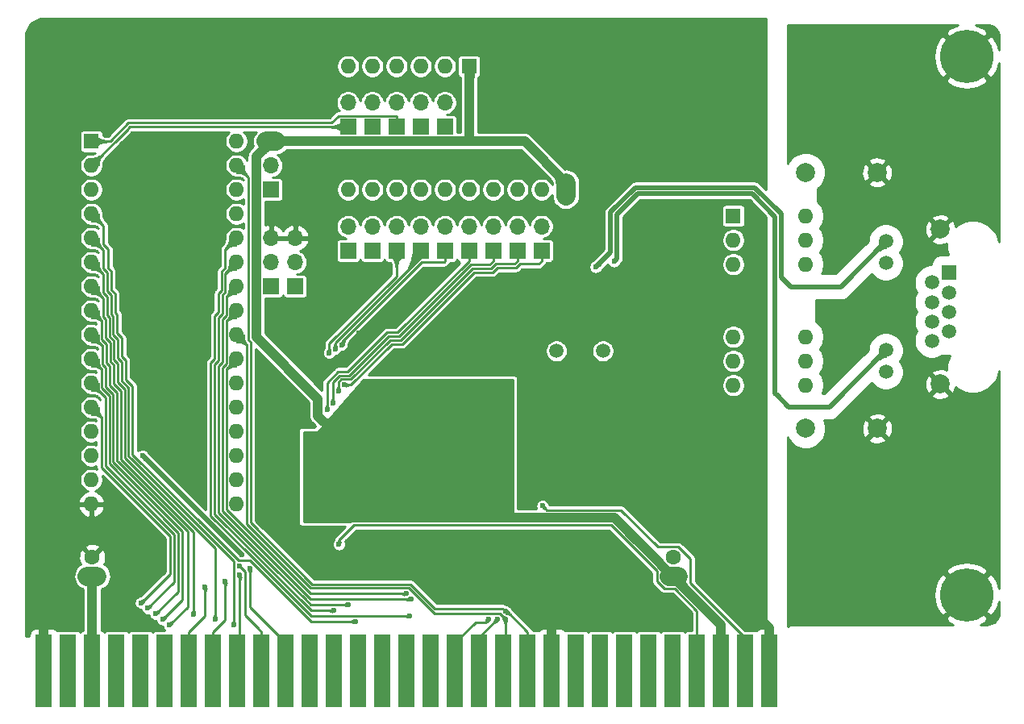
<source format=gbr>
G04 #@! TF.GenerationSoftware,KiCad,Pcbnew,(5.1.6)-1*
G04 #@! TF.CreationDate,2020-07-06T23:23:41+03:00*
G04 #@! TF.ProjectId,RTL8019,52544c38-3031-4392-9e6b-696361645f70,rev?*
G04 #@! TF.SameCoordinates,Original*
G04 #@! TF.FileFunction,Copper,L2,Bot*
G04 #@! TF.FilePolarity,Positive*
%FSLAX46Y46*%
G04 Gerber Fmt 4.6, Leading zero omitted, Abs format (unit mm)*
G04 Created by KiCad (PCBNEW (5.1.6)-1) date 2020-07-06 23:23:41*
%MOMM*%
%LPD*%
G01*
G04 APERTURE LIST*
G04 #@! TA.AperFunction,ComponentPad*
%ADD10O,1.600000X1.600000*%
G04 #@! TD*
G04 #@! TA.AperFunction,ComponentPad*
%ADD11R,1.600000X1.600000*%
G04 #@! TD*
G04 #@! TA.AperFunction,ComponentPad*
%ADD12R,1.700000X1.700000*%
G04 #@! TD*
G04 #@! TA.AperFunction,ComponentPad*
%ADD13O,1.700000X1.700000*%
G04 #@! TD*
G04 #@! TA.AperFunction,ComponentPad*
%ADD14R,1.500000X1.500000*%
G04 #@! TD*
G04 #@! TA.AperFunction,ComponentPad*
%ADD15C,1.500000*%
G04 #@! TD*
G04 #@! TA.AperFunction,ComponentPad*
%ADD16C,2.000000*%
G04 #@! TD*
G04 #@! TA.AperFunction,ConnectorPad*
%ADD17R,1.778000X7.620000*%
G04 #@! TD*
G04 #@! TA.AperFunction,ComponentPad*
%ADD18C,1.600000*%
G04 #@! TD*
G04 #@! TA.AperFunction,ComponentPad*
%ADD19C,5.600000*%
G04 #@! TD*
G04 #@! TA.AperFunction,ViaPad*
%ADD20C,0.600000*%
G04 #@! TD*
G04 #@! TA.AperFunction,ViaPad*
%ADD21C,1.200000*%
G04 #@! TD*
G04 #@! TA.AperFunction,Conductor*
%ADD22C,1.016000*%
G04 #@! TD*
G04 #@! TA.AperFunction,Conductor*
%ADD23C,0.508000*%
G04 #@! TD*
G04 #@! TA.AperFunction,Conductor*
%ADD24C,2.032000*%
G04 #@! TD*
G04 #@! TA.AperFunction,Conductor*
%ADD25C,0.254000*%
G04 #@! TD*
G04 #@! TA.AperFunction,Conductor*
%ADD26C,0.025400*%
G04 #@! TD*
G04 APERTURE END LIST*
D10*
X215900000Y-77683360D03*
X208280000Y-77683360D03*
X208280000Y-85303360D03*
D11*
X208280000Y-72603360D03*
D10*
X208280000Y-87843360D03*
X208280000Y-75143360D03*
X215900000Y-87843360D03*
X215900000Y-75143360D03*
X215900000Y-72603360D03*
X215900000Y-90383360D03*
X208280000Y-90383360D03*
X215900000Y-85303360D03*
D12*
X162267900Y-80010000D03*
D13*
X162267900Y-77470000D03*
X162267900Y-74930000D03*
D14*
X230911400Y-78587600D03*
D15*
X230911400Y-80627600D03*
X230911400Y-82667600D03*
X230911400Y-84707600D03*
X229131400Y-79607600D03*
X229131400Y-81647600D03*
X229131400Y-83687600D03*
X229131400Y-85727600D03*
D16*
X230021400Y-90277600D03*
X230021400Y-74017600D03*
D15*
X224311400Y-75287600D03*
X224311400Y-77577600D03*
X224311400Y-86717600D03*
X224311400Y-89007600D03*
D11*
X140868400Y-64770000D03*
D10*
X156108400Y-102870000D03*
X140868400Y-67310000D03*
X156108400Y-100330000D03*
X140868400Y-69850000D03*
X156108400Y-97790000D03*
X140868400Y-72390000D03*
X156108400Y-95250000D03*
X140868400Y-74930000D03*
X156108400Y-92710000D03*
X140868400Y-77470000D03*
X156108400Y-90170000D03*
X140868400Y-80010000D03*
X156108400Y-87630000D03*
X140868400Y-82550000D03*
X156108400Y-85090000D03*
X140868400Y-85090000D03*
X156108400Y-82550000D03*
X140868400Y-87630000D03*
X156108400Y-80010000D03*
X140868400Y-90170000D03*
X156108400Y-77470000D03*
X140868400Y-92710000D03*
X156108400Y-74930000D03*
X140868400Y-95250000D03*
X156108400Y-72390000D03*
X140868400Y-97790000D03*
X156108400Y-69850000D03*
X140868400Y-100330000D03*
X156108400Y-67310000D03*
X140868400Y-102870000D03*
X156108400Y-64770000D03*
D17*
X212090000Y-120345200D03*
X209550000Y-120345200D03*
X207010000Y-120345200D03*
X204470000Y-120345200D03*
X201930000Y-120345200D03*
X199390000Y-120345200D03*
X196850000Y-120345200D03*
X194310000Y-120345200D03*
X191770000Y-120345200D03*
X189230000Y-120345200D03*
X186690000Y-120345200D03*
X184150000Y-120345200D03*
X181610000Y-120345200D03*
X179070000Y-120345200D03*
X176530000Y-120345200D03*
X173990000Y-120345200D03*
X171450000Y-120345200D03*
X168910000Y-120345200D03*
X166370000Y-120345200D03*
X163830000Y-120345200D03*
X161290000Y-120345200D03*
X158750000Y-120345200D03*
X156210000Y-120345200D03*
X153670000Y-120345200D03*
X151130000Y-120345200D03*
X148590000Y-120345200D03*
X146050000Y-120345200D03*
X143510000Y-120345200D03*
X140970000Y-120345200D03*
X138430000Y-120345200D03*
X135890000Y-120345200D03*
D18*
X140970000Y-108439200D03*
D11*
X140970000Y-110439200D03*
D18*
X202003660Y-108435140D03*
D11*
X202003660Y-110435140D03*
D19*
X232791000Y-112395000D03*
X232791000Y-55880000D03*
D12*
X159727900Y-80010000D03*
D13*
X159727900Y-77470000D03*
X159727900Y-74930000D03*
D12*
X159727900Y-69850000D03*
D13*
X159727900Y-67310000D03*
X159727900Y-64770000D03*
X170370500Y-73723500D03*
D12*
X170370500Y-76263500D03*
D13*
X167830500Y-73723500D03*
D12*
X167830500Y-76263500D03*
X177990500Y-63246000D03*
D13*
X177990500Y-60706000D03*
D12*
X175450500Y-63246000D03*
D13*
X175450500Y-60706000D03*
D12*
X172910500Y-63246000D03*
D13*
X172910500Y-60706000D03*
D12*
X170370500Y-63246000D03*
D13*
X170370500Y-60706000D03*
D12*
X167830500Y-63246000D03*
D13*
X167830500Y-60706000D03*
X177990500Y-73723500D03*
D12*
X177990500Y-76263500D03*
D13*
X175450500Y-73723500D03*
D12*
X175450500Y-76263500D03*
D13*
X172910500Y-73723500D03*
D12*
X172910500Y-76263500D03*
D13*
X188137800Y-73710800D03*
D12*
X188137800Y-76250800D03*
D13*
X185597800Y-73710800D03*
D12*
X185597800Y-76250800D03*
D13*
X183057800Y-73710800D03*
D12*
X183057800Y-76250800D03*
D13*
X180517800Y-73710800D03*
D12*
X180517800Y-76250800D03*
D15*
X194592600Y-86791800D03*
X189712600Y-86791800D03*
D10*
X167830500Y-69850000D03*
X170370500Y-69850000D03*
X172910500Y-69850000D03*
X175450500Y-69850000D03*
X177990500Y-69850000D03*
X180530500Y-69850000D03*
X183070500Y-69850000D03*
X185610500Y-69850000D03*
X188150500Y-69850000D03*
D11*
X190690500Y-69850000D03*
X180530500Y-56896000D03*
D10*
X177990500Y-56896000D03*
X175450500Y-56896000D03*
X172910500Y-56896000D03*
X170370500Y-56896000D03*
X167830500Y-56896000D03*
D16*
X223379680Y-68036440D03*
X215879680Y-68036440D03*
X223387300Y-94932500D03*
X215887300Y-94932500D03*
D20*
X202336400Y-87840820D03*
D21*
X210591400Y-114617500D03*
D20*
X161544000Y-98399600D03*
X162687000Y-91694000D03*
X167213280Y-109080300D03*
X175409860Y-109964220D03*
X183235600Y-106387900D03*
X169547540Y-78117700D03*
X192125600Y-82880200D03*
X163499800Y-67932300D03*
D21*
X135890000Y-114706400D03*
D20*
X179128420Y-82321400D03*
X181739540Y-79710280D03*
X184591960Y-86050120D03*
X183261000Y-84488020D03*
X191221360Y-81376520D03*
X193014600Y-81376520D03*
X195618100Y-90223340D03*
X194289680Y-91838780D03*
X194274440Y-94675960D03*
X195618100Y-96293940D03*
X211335620Y-99870260D03*
X211335620Y-103558340D03*
X209661760Y-101671120D03*
X211307680Y-73007220D03*
X211277200Y-93482160D03*
X178719480Y-86702900D03*
X145778220Y-111869220D03*
X162323780Y-94170500D03*
X203586080Y-73505060D03*
X203586080Y-76796900D03*
X202084940Y-75138280D03*
X172189140Y-78107540D03*
X178531520Y-78127860D03*
X175110140Y-80304640D03*
X176456340Y-86697820D03*
X168973500Y-84884260D03*
X167152320Y-83058000D03*
X158668720Y-88282780D03*
X172720000Y-83058000D03*
X161546540Y-102494080D03*
X161546540Y-106260900D03*
X188239400Y-114101880D03*
X191678560Y-91638120D03*
X188363860Y-94670880D03*
X181229000Y-84485480D03*
X198480680Y-85506560D03*
X204833220Y-92054680D03*
X145953480Y-93632020D03*
X152496520Y-102491540D03*
X201427080Y-85506560D03*
X188229240Y-106504740D03*
X135359499Y-53376700D03*
X135359499Y-59976700D03*
X135359499Y-66576700D03*
X135359499Y-73176700D03*
X135359499Y-79776700D03*
X135359499Y-86376700D03*
X135359499Y-92976700D03*
X135359499Y-99576700D03*
X135359499Y-106176700D03*
X138659499Y-56676700D03*
X138659499Y-63276700D03*
X138659499Y-69876700D03*
X138659499Y-76476700D03*
X138659499Y-83076700D03*
X138659499Y-89676700D03*
X141959499Y-53376700D03*
X141959499Y-59976700D03*
X143059499Y-67676700D03*
X145259499Y-56676700D03*
X145262600Y-79796640D03*
X145254980Y-86395560D03*
X145778220Y-107561380D03*
X146359499Y-64376700D03*
X145293080Y-73172320D03*
X148559499Y-53376700D03*
X148559499Y-59976700D03*
X148549360Y-89687400D03*
X149641560Y-93967300D03*
X150759499Y-66576700D03*
X151859499Y-56676700D03*
X151866600Y-73152000D03*
X151856440Y-79794100D03*
X154059499Y-61076700D03*
X155159499Y-53376700D03*
X157359499Y-57776700D03*
X159559499Y-72076700D03*
X159537400Y-83058000D03*
X160659499Y-54476700D03*
X160659499Y-61076700D03*
X158795720Y-104330500D03*
X161759499Y-67676700D03*
X163959499Y-57776700D03*
X166159499Y-53376700D03*
X170559499Y-67676700D03*
X171659499Y-54476700D03*
X176059499Y-66576700D03*
X177159499Y-53376700D03*
X181559499Y-67676700D03*
X184223660Y-81379060D03*
X190359499Y-73176700D03*
X193659499Y-98476700D03*
X195859499Y-108376700D03*
X196959499Y-81976700D03*
X196959499Y-101776700D03*
X198059499Y-73176700D03*
X199159499Y-89676700D03*
X200259499Y-77576700D03*
X200259499Y-105076700D03*
X200259499Y-112776700D03*
X204833220Y-94739460D03*
X205759499Y-78676700D03*
X206859499Y-106176700D03*
X207959499Y-111676700D03*
X209059499Y-81976700D03*
X151846280Y-86362540D03*
X206537560Y-87823040D03*
X173763940Y-106387900D03*
X150759499Y-99576700D03*
X179834540Y-112463580D03*
X210000000Y-55000000D03*
X200000000Y-55000000D03*
X190000000Y-55000000D03*
X185000000Y-60000000D03*
X190000000Y-65000000D03*
X200000000Y-65000000D03*
X210000000Y-65000000D03*
X205000000Y-60000000D03*
X195000000Y-60000000D03*
X176242980Y-103182420D03*
X169085260Y-103184960D03*
X165600380Y-95552260D03*
X172341540Y-90116660D03*
D21*
X163763960Y-103952040D03*
D20*
X180797200Y-90119200D03*
X146246850Y-97783650D03*
X156662120Y-108186220D03*
X184868820Y-92288360D03*
X195755260Y-77386180D03*
X193840100Y-77965300D03*
X146094916Y-113239084D03*
X146787915Y-113816085D03*
X147626164Y-114400236D03*
X148369963Y-114977237D03*
X149062962Y-115554238D03*
X151598202Y-114415998D03*
X153867001Y-114992999D03*
X155830000Y-115570000D03*
X166370000Y-114046000D03*
X167838381Y-113431581D03*
X173932001Y-112275199D03*
X174421800Y-112852200D03*
X168592500Y-115201700D03*
X174327399Y-114623001D03*
X152806400Y-111556800D03*
X154940000Y-110947200D03*
X156464000Y-110337600D03*
X182575200Y-114960400D03*
X183489600Y-114960400D03*
X184353200Y-114960400D03*
X184353200Y-114147600D03*
X166878000Y-107086400D03*
X188241940Y-103052880D03*
X165627000Y-92945000D03*
X166213500Y-92295000D03*
X166815000Y-90995000D03*
X167401500Y-90345000D03*
X165835000Y-86996600D03*
X166485000Y-86563200D03*
X167135000Y-86147244D03*
X157530800Y-109626400D03*
X156464000Y-109369860D03*
X217716100Y-82069940D03*
X226814380Y-77622400D03*
X225679000Y-82077560D03*
X219247720Y-77558900D03*
X221040960Y-75752960D03*
X214330280Y-99870260D03*
X214330280Y-103545640D03*
X215915240Y-101693980D03*
X216859499Y-54206000D03*
X216859499Y-60506000D03*
X216859499Y-105506000D03*
X216859499Y-111806000D03*
X218659499Y-65006000D03*
X219559499Y-70406000D03*
X220118940Y-87261700D03*
X220459499Y-56906000D03*
X220459499Y-102806000D03*
X220459499Y-109106000D03*
X222259499Y-61406000D03*
X222259499Y-113606000D03*
X224059499Y-54206000D03*
X224059499Y-99206000D03*
X224059499Y-105506000D03*
X224959499Y-65006000D03*
X225859499Y-58706000D03*
X225859499Y-70406000D03*
X225859499Y-110006000D03*
X227659499Y-101906000D03*
X228559499Y-62306000D03*
X229459499Y-67706000D03*
X229459499Y-97406000D03*
X229459499Y-106406000D03*
X232159499Y-93806000D03*
X233059499Y-60506000D03*
X233059499Y-100106000D03*
X233959499Y-65906000D03*
X234859499Y-104606000D03*
X232159499Y-71306000D03*
D22*
X189230000Y-120650000D02*
X189230000Y-115824000D01*
X135890000Y-120345200D02*
X135890000Y-114706400D01*
X135890000Y-114706400D02*
X135890000Y-114706400D01*
X212090000Y-115912900D02*
X212090000Y-120345200D01*
X210527900Y-114350800D02*
X212090000Y-115912900D01*
D23*
X140970000Y-117730000D02*
X140970000Y-120650000D01*
D22*
X141020800Y-120294400D02*
X140970000Y-120345200D01*
X207010000Y-115519200D02*
X207010000Y-120345200D01*
X202262921Y-110772121D02*
X207010000Y-115519200D01*
X202257479Y-110772121D02*
X202262921Y-110772121D01*
X202257479Y-110772121D02*
X203073000Y-111587642D01*
D24*
X201546460Y-110439200D02*
X202486260Y-110439200D01*
X140462000Y-110439200D02*
X141478000Y-110439200D01*
X159232600Y-64770000D02*
X160274000Y-64770000D01*
X190690500Y-70510400D02*
X190690500Y-69113400D01*
D22*
X186382810Y-64793010D02*
X190703200Y-69113400D01*
X180530500Y-56896000D02*
X180530500Y-64625520D01*
X164655500Y-93599000D02*
X165960700Y-94904200D01*
D23*
X146278600Y-97815400D02*
X146246850Y-97783650D01*
X146256526Y-97783650D02*
X146246850Y-97783650D01*
D22*
X164655500Y-91815729D02*
X158163410Y-85323639D01*
X164655500Y-93599000D02*
X164655500Y-91815729D01*
X186359800Y-64770000D02*
X186382810Y-64793010D01*
X159727900Y-64770000D02*
X186359800Y-64770000D01*
X158163410Y-66334490D02*
X158163410Y-85323639D01*
X159727900Y-64770000D02*
X158163410Y-66334490D01*
D23*
X172335000Y-89966800D02*
X166756800Y-95545000D01*
X165960700Y-95463000D02*
X166042700Y-95545000D01*
X165960700Y-94904200D02*
X165960700Y-95463000D01*
X166756800Y-95545000D02*
X166042700Y-95545000D01*
X166042700Y-95545000D02*
X164277400Y-95545000D01*
D25*
X181097199Y-90419199D02*
X183340019Y-90419199D01*
X180797200Y-90119200D02*
X181097199Y-90419199D01*
D22*
X184226200Y-91305380D02*
X183340019Y-90419199D01*
X195780298Y-104294940D02*
X199068509Y-107583151D01*
X176667244Y-103182420D02*
X177779764Y-104294940D01*
X176242980Y-103182420D02*
X176667244Y-103182420D01*
X197352558Y-105867200D02*
X199068509Y-107583151D01*
X199068509Y-107583151D02*
X202257479Y-110772121D01*
X187228480Y-104294940D02*
X195780298Y-104294940D01*
X177779764Y-104294940D02*
X187228480Y-104294940D01*
X163807140Y-103954580D02*
X164711380Y-103954580D01*
X187228480Y-104294940D02*
X165051740Y-104294940D01*
X164711380Y-103954580D02*
X165051740Y-104294940D01*
D23*
X156649420Y-108186220D02*
X156662120Y-108186220D01*
X146246850Y-97783650D02*
X156649420Y-108186220D01*
D22*
X140970000Y-110439200D02*
X140970000Y-120345200D01*
D23*
X210278980Y-70281800D02*
X198239380Y-70281800D01*
X198239380Y-70281800D02*
X196057520Y-72463660D01*
X196057520Y-72463660D02*
X196057520Y-77094080D01*
X196047360Y-77094080D02*
X195755260Y-77386180D01*
X196057520Y-77094080D02*
X196047360Y-77094080D01*
X224311400Y-86717600D02*
X218377420Y-92651580D01*
X218377420Y-92651580D02*
X214101680Y-92651580D01*
X212683732Y-91233632D02*
X212902800Y-91452700D01*
X212683732Y-72686552D02*
X212683732Y-91233632D01*
X210278980Y-70281800D02*
X212683732Y-72686552D01*
X214101680Y-92651580D02*
X212902800Y-91452700D01*
X219563600Y-80035400D02*
X224311400Y-75287600D01*
X213341742Y-79026542D02*
X214350600Y-80035400D01*
X213341742Y-72413996D02*
X213341742Y-79026542D01*
X210551536Y-69623790D02*
X213341742Y-72413996D01*
X193840100Y-77965300D02*
X195399510Y-76405890D01*
X219563600Y-80035400D02*
X214350600Y-80035400D01*
X195399510Y-76405890D02*
X195399510Y-72191104D01*
X195399510Y-72191104D02*
X197966823Y-69623791D01*
X197966823Y-69623791D02*
X210551536Y-69623790D01*
D25*
X140868400Y-92710000D02*
X141945401Y-93787001D01*
X141945402Y-99031958D02*
X149153580Y-106240136D01*
X141945401Y-93787001D02*
X141945402Y-99031958D01*
X149153580Y-110180420D02*
X146094916Y-113239084D01*
X149153580Y-106240136D02*
X149153580Y-110180420D01*
X140868400Y-90170000D02*
X142349411Y-91651011D01*
X142349411Y-98864611D02*
X149557590Y-106072790D01*
X142349411Y-91651011D02*
X142349411Y-98864611D01*
X149557590Y-111046410D02*
X146787915Y-113816085D01*
X149557590Y-106072790D02*
X149557590Y-111046410D01*
X142753421Y-98657869D02*
X149251552Y-105156000D01*
X142753421Y-91483665D02*
X142753421Y-98657869D01*
X141945401Y-90675645D02*
X142753421Y-91483665D01*
X141945401Y-88707001D02*
X141945401Y-90675645D01*
X140868400Y-87630000D02*
X141945401Y-88707001D01*
X149251552Y-105157152D02*
X149961600Y-105867200D01*
X149251552Y-105156000D02*
X149251552Y-105157152D01*
X149961600Y-112064800D02*
X147626164Y-114400236D01*
X149961600Y-105867200D02*
X149961600Y-112064800D01*
X143157431Y-98490523D02*
X150393904Y-105726996D01*
X142043078Y-86264678D02*
X142043078Y-88233322D01*
X140868400Y-85090000D02*
X142043078Y-86264678D01*
X142043078Y-88233322D02*
X142392400Y-88582644D01*
X142392400Y-88582644D02*
X142392400Y-90551288D01*
X142392400Y-90551288D02*
X143157431Y-91316319D01*
X143157431Y-91316319D02*
X143157431Y-98490523D01*
X150393904Y-112953296D02*
X148369963Y-114977237D01*
X150393904Y-105726996D02*
X150393904Y-112953296D01*
X141945401Y-83627001D02*
X141945401Y-85595645D01*
X140868400Y-82550000D02*
X141945401Y-83627001D01*
X141945401Y-85595645D02*
X142447088Y-86097332D01*
X142447088Y-88065976D02*
X142796410Y-88415298D01*
X142447088Y-86097332D02*
X142447088Y-88065976D01*
X143561442Y-98323178D02*
X143726332Y-98488068D01*
X143561442Y-91148974D02*
X143561442Y-98323178D01*
X142796410Y-90383942D02*
X143561442Y-91148974D01*
X142796410Y-88415298D02*
X142796410Y-90383942D01*
X143561441Y-98323177D02*
X143726332Y-98488068D01*
X143726332Y-98488068D02*
X150965332Y-105727068D01*
X150965332Y-113651868D02*
X149062962Y-115554238D01*
X150965332Y-105727068D02*
X150965332Y-113651868D01*
X151505010Y-105695390D02*
X150878390Y-105068770D01*
X140868400Y-80010000D02*
X142138400Y-81280000D01*
X142138400Y-83248644D02*
X142349411Y-83459655D01*
X142138400Y-81280000D02*
X142138400Y-83248644D01*
X142349411Y-85428299D02*
X142851098Y-85929986D01*
X142349411Y-83459655D02*
X142349411Y-85428299D01*
X142851098Y-87898630D02*
X143200420Y-88247952D01*
X142851098Y-85929986D02*
X142851098Y-87898630D01*
X143965452Y-98155832D02*
X144266010Y-98456390D01*
X143965452Y-90981628D02*
X143965452Y-98155832D01*
X143200420Y-90216596D02*
X143965452Y-90981628D01*
X143200420Y-88247952D02*
X143200420Y-90216596D01*
X143965451Y-98155831D02*
X144266010Y-98456390D01*
X144266010Y-98456390D02*
X151124010Y-105314390D01*
X151124010Y-105314390D02*
X151505010Y-105695390D01*
X151598202Y-105788582D02*
X151598202Y-114415998D01*
X151505010Y-105695390D02*
X151598202Y-105788582D01*
X142138400Y-80708644D02*
X142542410Y-81112654D01*
X140868400Y-77470000D02*
X142138400Y-78740000D01*
X142138400Y-78740000D02*
X142138400Y-80708644D01*
X142542410Y-83081298D02*
X142753421Y-83292309D01*
X142542410Y-81112654D02*
X142542410Y-83081298D01*
X142753421Y-85260953D02*
X143255108Y-85762640D01*
X142753421Y-83292309D02*
X142753421Y-85260953D01*
X143662400Y-88138576D02*
X143662400Y-90107220D01*
X143255108Y-85762640D02*
X143255108Y-87731284D01*
X143255108Y-87731284D02*
X143662400Y-88138576D01*
X144369462Y-97988486D02*
X144678688Y-98297712D01*
X144369462Y-90814282D02*
X144369462Y-97988486D01*
X143662400Y-90107220D02*
X144369462Y-90814282D01*
X144369461Y-97988485D02*
X144678688Y-98297712D01*
X151536688Y-105155712D02*
X144678688Y-98297712D01*
X153867001Y-107486025D02*
X153746488Y-107365512D01*
X153867001Y-114992999D02*
X153867001Y-107486025D01*
X153746488Y-107365512D02*
X151536688Y-105155712D01*
X142542410Y-78572654D02*
X142542410Y-80541298D01*
X142138400Y-78168644D02*
X142542410Y-78572654D01*
X144066410Y-87971230D02*
X144066410Y-89939874D01*
X142138400Y-76200000D02*
X142138400Y-78168644D01*
X140868400Y-74930000D02*
X142138400Y-76200000D01*
X145091366Y-98139034D02*
X152584366Y-105632034D01*
X144773471Y-97821139D02*
X145091366Y-98139034D01*
X142542410Y-80541298D02*
X142946420Y-80945308D01*
X142946420Y-80945308D02*
X142946420Y-82913952D01*
X142946420Y-82913952D02*
X143157431Y-83124963D01*
X144782391Y-97830059D02*
X145091366Y-98139034D01*
X143157431Y-83124963D02*
X143157431Y-85093607D01*
X143659118Y-85595294D02*
X143659118Y-87563938D01*
X144782391Y-90655855D02*
X144782391Y-97830059D01*
X143157431Y-85093607D02*
X143659118Y-85595294D01*
X143659118Y-87563938D02*
X144066410Y-87971230D01*
X144066410Y-89939874D02*
X144782391Y-90655855D01*
X152584366Y-105632034D02*
X151790400Y-104838068D01*
X155830000Y-115570000D02*
X155830000Y-108877668D01*
X152584366Y-105632034D02*
X155830000Y-108877668D01*
X154933722Y-78644678D02*
X156108400Y-77470000D01*
X154627389Y-82888299D02*
X154627389Y-80919655D01*
X154933722Y-80613322D02*
X154933722Y-78644678D01*
X154627389Y-80919655D02*
X154933722Y-80613322D01*
X154223379Y-83292309D02*
X154627389Y-82888299D01*
X163947074Y-114046000D02*
X166370000Y-114046000D01*
X153819369Y-103918295D02*
X163947074Y-114046000D01*
X153819369Y-88192119D02*
X153819369Y-89341469D01*
X154223379Y-87788109D02*
X153819369Y-88192119D01*
X154223379Y-83292309D02*
X154223379Y-87788109D01*
X153819369Y-103918295D02*
X153819369Y-89341469D01*
X153819369Y-89341469D02*
X153819369Y-89151001D01*
X154223379Y-103073200D02*
X154223379Y-103395349D01*
X154223379Y-103395349D02*
X154223379Y-103750949D01*
X154223379Y-103750949D02*
X157697215Y-107224785D01*
X157697215Y-107224785D02*
X160152953Y-109680523D01*
X163904011Y-113431581D02*
X163336015Y-112863585D01*
X167838381Y-113431581D02*
X163904011Y-113431581D01*
X160152953Y-109680523D02*
X163336015Y-112863585D01*
X154223379Y-88359465D02*
X154223379Y-89578521D01*
X154627389Y-87955455D02*
X154223379Y-88359465D01*
X154223379Y-89318347D02*
X154223379Y-89578521D01*
X154223379Y-89578521D02*
X154223379Y-103073200D01*
X156108400Y-80010000D02*
X155031399Y-81087001D01*
X155031399Y-81087001D02*
X155031399Y-83055645D01*
X155031399Y-83055645D02*
X154627389Y-83459655D01*
X154627389Y-83459655D02*
X154627389Y-87955455D01*
X163890341Y-112275199D02*
X173932001Y-112275199D01*
X155031399Y-103416257D02*
X163890341Y-112275199D01*
X155031399Y-88707001D02*
X155031399Y-89893099D01*
X156108400Y-87630000D02*
X155031399Y-88707001D01*
X155031399Y-89653039D02*
X155031399Y-89893099D01*
X155031399Y-89893099D02*
X155031399Y-103416257D01*
X154627389Y-103174800D02*
X154627389Y-103228003D01*
X154627389Y-103583603D02*
X154627389Y-103174800D01*
X163895986Y-112852200D02*
X163723293Y-112679507D01*
X163898366Y-112854580D02*
X163723293Y-112679507D01*
X163723293Y-112679507D02*
X154627389Y-103583603D01*
X174167800Y-112852200D02*
X163895986Y-112852200D01*
X174167800Y-112852200D02*
X174421800Y-112852200D01*
X154627389Y-88539655D02*
X154627389Y-89641489D01*
X154863800Y-88303244D02*
X154627389Y-88539655D01*
X154627389Y-89641489D02*
X154627389Y-103174800D01*
X154627389Y-89485693D02*
X154627389Y-89641489D01*
X156108400Y-82550000D02*
X155031399Y-83627001D01*
X155031399Y-83627001D02*
X155031399Y-88122801D01*
X155031399Y-88122801D02*
X154863800Y-88290400D01*
X154863800Y-88290400D02*
X154863800Y-88303244D01*
X140868400Y-72390000D02*
X142138400Y-73660000D01*
X142138400Y-75628644D02*
X142646400Y-76136644D01*
X142138400Y-73660000D02*
X142138400Y-75628644D01*
X142646400Y-78105288D02*
X142946420Y-78405308D01*
X142646400Y-76136644D02*
X142646400Y-78105288D01*
X142946420Y-78405308D02*
X142946420Y-80373952D01*
X143350430Y-82746606D02*
X143561441Y-82957617D01*
X142946420Y-80373952D02*
X143350430Y-80777962D01*
X143350430Y-80777962D02*
X143350430Y-82746606D01*
X143561441Y-84926261D02*
X144063128Y-85427948D01*
X143561441Y-82957617D02*
X143561441Y-84926261D01*
X144063128Y-87396592D02*
X144470420Y-87803884D01*
X144063128Y-85427948D02*
X144063128Y-87396592D01*
X145186400Y-90488508D02*
X145186400Y-97662712D01*
X144470420Y-89772528D02*
X145186400Y-90488508D01*
X144470420Y-87803884D02*
X144470420Y-89772528D01*
X145186400Y-97662712D02*
X152870044Y-105346356D01*
X152870044Y-105346356D02*
X152203335Y-104679647D01*
X163960062Y-115201700D02*
X163342581Y-114584219D01*
X168592500Y-115201700D02*
X163960062Y-115201700D01*
X163342581Y-114584219D02*
X163464762Y-114706400D01*
X157551221Y-108792859D02*
X158390851Y-109632489D01*
X156316547Y-108792859D02*
X157551221Y-108792859D01*
X152870044Y-105346356D02*
X156316547Y-108792859D01*
X158390851Y-109632489D02*
X163342581Y-114584219D01*
X153415359Y-102768400D02*
X153415359Y-103730041D01*
X153415359Y-104085641D02*
X157365508Y-108035790D01*
X153415359Y-103730041D02*
X153415359Y-104085641D01*
X157365508Y-108035790D02*
X159818259Y-110488541D01*
X163628259Y-114298541D02*
X163632108Y-114302390D01*
X163952719Y-114623001D02*
X174327399Y-114623001D01*
X163120259Y-113790541D02*
X163952719Y-114623001D01*
X163120259Y-113790541D02*
X163628259Y-114298541D01*
X159818259Y-110488541D02*
X163120259Y-113790541D01*
X153415359Y-88024773D02*
X153415359Y-89218141D01*
X153819369Y-83124963D02*
X153819369Y-87620763D01*
X154223379Y-82720953D02*
X153819369Y-83124963D01*
X153415359Y-89218141D02*
X153415359Y-102768400D01*
X153819369Y-87620763D02*
X153415359Y-88024773D01*
X153415359Y-88983655D02*
X153415359Y-89218141D01*
X154223379Y-80752309D02*
X154223379Y-82720953D01*
X156108400Y-74930000D02*
X154933722Y-76104678D01*
X154933722Y-76104678D02*
X154933722Y-78073322D01*
X154529712Y-80445976D02*
X154223379Y-80752309D01*
X154933722Y-78073322D02*
X154529712Y-78477332D01*
X154529712Y-78477332D02*
X154529712Y-80445976D01*
X151130000Y-117730000D02*
X151130000Y-120650000D01*
X151130000Y-120345200D02*
X151130000Y-117424200D01*
X151130000Y-120345200D02*
X151130000Y-116281200D01*
X152273000Y-115138200D02*
X152275391Y-115140591D01*
X152171400Y-115239800D02*
X152273000Y-115138200D01*
X152806400Y-114604800D02*
X151282400Y-116128800D01*
X151130000Y-116281200D02*
X151282400Y-116128800D01*
X152806400Y-111556800D02*
X152806400Y-114604800D01*
X151282400Y-116128800D02*
X152171400Y-115239800D01*
X154940000Y-115011200D02*
X154940000Y-110998000D01*
X153670000Y-120345200D02*
X153670000Y-116281200D01*
X153670000Y-116281200D02*
X154940000Y-115011200D01*
X156210000Y-117730000D02*
X156210000Y-120650000D01*
X156210000Y-120345200D02*
X156210000Y-117424200D01*
X156235400Y-120319800D02*
X156210000Y-120345200D01*
X156464000Y-120091200D02*
X156210000Y-120345200D01*
X156464000Y-111226600D02*
X156464000Y-120091200D01*
X156464000Y-111226600D02*
X156464000Y-110337600D01*
X179070000Y-117602000D02*
X179070000Y-120650000D01*
X179070000Y-117424200D02*
X179070000Y-120345200D01*
X181233801Y-115260399D02*
X179070000Y-117424200D01*
X182275201Y-115260399D02*
X181233801Y-115260399D01*
X182575200Y-114960400D02*
X182275201Y-115260399D01*
X181610000Y-116763800D02*
X181610000Y-120345200D01*
X181610000Y-116865400D02*
X181610000Y-120345200D01*
X182219600Y-119735600D02*
X181610000Y-120345200D01*
X181610000Y-116840000D02*
X181610000Y-120345200D01*
X183489600Y-114960400D02*
X181610000Y-116840000D01*
X156108400Y-85090000D02*
X157185401Y-86167001D01*
X157185401Y-104998903D02*
X163884696Y-111698198D01*
X157185401Y-86167001D02*
X157185401Y-104998903D01*
X163884696Y-111698198D02*
X174208962Y-111698198D01*
X184353200Y-120142000D02*
X184150000Y-120345200D01*
X184353200Y-114960400D02*
X184353200Y-120142000D01*
X183745980Y-114362818D02*
X176873582Y-114362818D01*
X184343562Y-114960400D02*
X183745980Y-114362818D01*
X184353200Y-114960400D02*
X184343562Y-114960400D01*
X174208962Y-111698198D02*
X176873582Y-114362818D01*
X186690000Y-116281200D02*
X186690000Y-120345200D01*
X184556400Y-114147600D02*
X186690000Y-116281200D01*
X184353200Y-114147600D02*
X184556400Y-114147600D01*
X157378400Y-68580000D02*
X156108400Y-67310000D01*
X157589411Y-85859811D02*
X157378400Y-85648800D01*
X184353200Y-114147600D02*
X184053201Y-113847601D01*
X184053201Y-113847601D02*
X176929721Y-113847601D01*
X176929721Y-113847601D02*
X174376309Y-111294189D01*
X174376309Y-111294189D02*
X164052042Y-111294188D01*
X164052042Y-111294188D02*
X157589411Y-104831557D01*
X157378400Y-85648800D02*
X157378400Y-68580000D01*
X157589411Y-104831557D02*
X157589411Y-85859811D01*
X204470000Y-120650000D02*
X204470000Y-117730000D01*
X204470000Y-114985592D02*
X204470000Y-115671600D01*
X204470000Y-115671600D02*
X204470000Y-120650000D01*
X168460186Y-105079950D02*
X170345250Y-105079950D01*
X166878000Y-106662136D02*
X168460186Y-105079950D01*
X166878000Y-107086400D02*
X166878000Y-106662136D01*
X170345250Y-105079950D02*
X169666770Y-105079950D01*
X204470000Y-114094812D02*
X204470000Y-120345200D01*
X195455138Y-105079950D02*
X200253450Y-109878262D01*
X170345250Y-105079950D02*
X195455138Y-105079950D01*
X200253450Y-109878262D02*
X200253450Y-110974782D01*
X201010878Y-111732210D02*
X202107398Y-111732210D01*
X200253450Y-110974782D02*
X201010878Y-111732210D01*
X202107398Y-111732210D02*
X204470000Y-114094812D01*
X196501870Y-103509930D02*
X188698990Y-103509930D01*
X209550000Y-120345200D02*
X209550000Y-116949029D01*
X203779270Y-111178300D02*
X203779270Y-108616788D01*
X188698990Y-103509930D02*
X188241940Y-103052880D01*
X203779270Y-108616788D02*
X202520621Y-107358139D01*
X202520621Y-107358139D02*
X200350079Y-107358139D01*
X200350079Y-107358139D02*
X196501870Y-103509930D01*
X209550000Y-116949029D02*
X203779270Y-111178300D01*
X165627000Y-90122826D02*
X166789847Y-88959979D01*
X165627000Y-92945000D02*
X165627000Y-90122826D01*
X171929970Y-84836000D02*
X172415200Y-84836000D01*
X167805991Y-88959979D02*
X171929970Y-84836000D01*
X166789847Y-88959979D02*
X167805991Y-88959979D01*
X172974000Y-84836000D02*
X172415200Y-84836000D01*
X172415200Y-84836000D02*
X172239962Y-84836000D01*
X173036600Y-84836000D02*
X172415200Y-84836000D01*
X180517800Y-77354800D02*
X173036600Y-84836000D01*
X180517800Y-76250800D02*
X180517800Y-77354800D01*
X172097317Y-85240009D02*
X172874791Y-85240009D01*
X173141347Y-85240009D02*
X172874791Y-85240009D01*
X172874791Y-85240009D02*
X172407309Y-85240009D01*
X166213500Y-90107682D02*
X166213500Y-92295000D01*
X166957193Y-89363989D02*
X166213500Y-90107682D01*
X167973337Y-89363989D02*
X166957193Y-89363989D01*
X172097317Y-85240009D02*
X167973337Y-89363989D01*
X173203947Y-85240009D02*
X172569991Y-85240009D01*
X183057800Y-76250800D02*
X183057800Y-77354800D01*
X172569991Y-85240009D02*
X172097317Y-85240009D01*
X183057800Y-77354800D02*
X182688600Y-77724000D01*
X182688600Y-77724000D02*
X180719956Y-77724000D01*
X180719956Y-77724000D02*
X173203947Y-85240009D01*
X172264664Y-85644018D02*
X172715218Y-85644018D01*
X173308694Y-85644018D02*
X172715218Y-85644018D01*
X172715218Y-85644018D02*
X172574654Y-85644018D01*
X166815000Y-90077538D02*
X166815000Y-90995000D01*
X172264664Y-85644018D02*
X168140683Y-89767999D01*
X168140683Y-89767999D02*
X167124539Y-89767999D01*
X167124539Y-89767999D02*
X166815000Y-90077538D01*
X173371294Y-85644018D02*
X173020018Y-85644018D01*
X180887302Y-78128010D02*
X173371294Y-85644018D01*
X173020018Y-85644018D02*
X172264664Y-85644018D01*
X182855946Y-78128010D02*
X180887302Y-78128010D01*
X185597800Y-76250800D02*
X185597800Y-77354800D01*
X185597800Y-77354800D02*
X185292622Y-77659978D01*
X185292622Y-77659978D02*
X183323978Y-77659978D01*
X183323978Y-77659978D02*
X182855946Y-78128010D01*
X168135038Y-90345000D02*
X172432010Y-86048028D01*
X167401500Y-90345000D02*
X168135038Y-90345000D01*
X172432010Y-86048028D02*
X172662028Y-86048028D01*
X183023292Y-78532020D02*
X181054648Y-78532020D01*
X183491324Y-78063988D02*
X183023292Y-78532020D01*
X185459968Y-78063988D02*
X183491324Y-78063988D01*
X172916028Y-86048028D02*
X173476040Y-86048028D01*
X181054648Y-78532020D02*
X173538640Y-86048028D01*
X172662028Y-86048028D02*
X172916028Y-86048028D01*
X188137800Y-76250800D02*
X188137800Y-77354800D01*
X173538640Y-86048028D02*
X172916028Y-86048028D01*
X188137800Y-77354800D02*
X187832622Y-77659978D01*
X187832622Y-77659978D02*
X185863978Y-77659978D01*
X185863978Y-77659978D02*
X185459968Y-78063988D01*
X165835000Y-86996600D02*
X165835000Y-86021926D01*
X172910500Y-78946426D02*
X172664463Y-79192463D01*
X172910500Y-76263500D02*
X172910500Y-78946426D01*
X165835000Y-86021926D02*
X172664463Y-79192463D01*
X175450500Y-76977782D02*
X175450500Y-76263500D01*
X166485000Y-86563200D02*
X166485000Y-85943282D01*
X166485000Y-85943282D02*
X175450500Y-76977782D01*
X175450500Y-76263500D02*
X175450500Y-76720700D01*
X175450500Y-76720700D02*
X174716440Y-77454760D01*
X167135000Y-86147244D02*
X167135000Y-85864638D01*
X167135000Y-85864638D02*
X175529638Y-77470000D01*
X177990500Y-77367500D02*
X177990500Y-76263500D01*
X177888000Y-77470000D02*
X177990500Y-77367500D01*
X175529638Y-77470000D02*
X177888000Y-77470000D01*
X144701410Y-63476990D02*
X143687800Y-64490600D01*
X140868400Y-67310000D02*
X143687800Y-64490600D01*
X144932400Y-63246000D02*
X144221200Y-63957200D01*
X143687800Y-64490600D02*
X144221200Y-63957200D01*
X144221200Y-63957200D02*
X144535401Y-63642999D01*
X144932400Y-63246000D02*
X167830500Y-63246000D01*
X172910500Y-62904000D02*
X172887499Y-62880999D01*
X142837044Y-64770000D02*
X140868400Y-64770000D01*
X172910500Y-62142000D02*
X172887499Y-62118999D01*
X172887499Y-62118999D02*
X166822399Y-62118999D01*
X172910500Y-63246000D02*
X172910500Y-62142000D01*
X166822399Y-62118999D02*
X166099408Y-62841990D01*
X166099408Y-62841990D02*
X144765054Y-62841990D01*
X144765054Y-62841990D02*
X142837044Y-64770000D01*
X161290000Y-117424200D02*
X161290000Y-120345200D01*
X157886400Y-114020600D02*
X159169100Y-115303300D01*
X159006390Y-115140590D02*
X159169100Y-115303300D01*
X159169100Y-115303300D02*
X161290000Y-117424200D01*
X157530800Y-113665000D02*
X157886400Y-114020600D01*
X157530800Y-109626400D02*
X157530800Y-113665000D01*
X158750000Y-120345200D02*
X158750000Y-116281200D01*
X158750000Y-116281200D02*
X158343600Y-115874800D01*
X158343600Y-115874800D02*
X158013400Y-115544600D01*
X157937200Y-115468400D02*
X158343600Y-115874800D01*
X157041001Y-114572201D02*
X157937200Y-115468400D01*
X157041001Y-109946861D02*
X157041001Y-114572201D01*
X156464000Y-109369860D02*
X157041001Y-109946861D01*
X229011400Y-74013600D02*
X230021400Y-74013600D01*
G36*
X211719755Y-69828931D02*
G01*
X211056735Y-69165911D01*
X211035405Y-69139920D01*
X210931709Y-69054820D01*
X210813403Y-68991584D01*
X210685034Y-68952644D01*
X210551536Y-68939495D01*
X210518083Y-68942790D01*
X198000286Y-68942792D01*
X197966823Y-68939496D01*
X197833324Y-68952645D01*
X197704954Y-68991586D01*
X197586649Y-69054821D01*
X197538539Y-69094304D01*
X197482953Y-69139922D01*
X197461628Y-69165907D01*
X194941632Y-71685904D01*
X194915641Y-71707234D01*
X194830541Y-71810930D01*
X194809653Y-71850009D01*
X194767305Y-71929236D01*
X194728364Y-72057606D01*
X194715215Y-72191104D01*
X194718511Y-72224567D01*
X194718510Y-76123811D01*
X193539344Y-77302978D01*
X193495736Y-77321041D01*
X193376664Y-77400602D01*
X193275402Y-77501864D01*
X193195841Y-77620936D01*
X193141038Y-77753242D01*
X193113100Y-77893697D01*
X193113100Y-78036903D01*
X193141038Y-78177358D01*
X193195841Y-78309664D01*
X193275402Y-78428736D01*
X193376664Y-78529998D01*
X193495736Y-78609559D01*
X193628042Y-78664362D01*
X193768497Y-78692300D01*
X193911703Y-78692300D01*
X194052158Y-78664362D01*
X194184464Y-78609559D01*
X194303536Y-78529998D01*
X194404798Y-78428736D01*
X194484359Y-78309664D01*
X194502422Y-78266056D01*
X194639822Y-78128656D01*
X194639838Y-78128643D01*
X194639851Y-78128627D01*
X195089600Y-77678878D01*
X195111001Y-77730544D01*
X195190562Y-77849616D01*
X195291824Y-77950878D01*
X195410896Y-78030439D01*
X195543202Y-78085242D01*
X195683657Y-78113180D01*
X195826863Y-78113180D01*
X195967318Y-78085242D01*
X196099624Y-78030439D01*
X196218696Y-77950878D01*
X196319958Y-77849616D01*
X196399519Y-77730544D01*
X196417582Y-77686936D01*
X196458739Y-77645779D01*
X196541390Y-77577950D01*
X196554060Y-77562511D01*
X207053000Y-77562511D01*
X207053000Y-77804209D01*
X207100153Y-78041263D01*
X207192647Y-78264562D01*
X207326927Y-78465527D01*
X207497833Y-78636433D01*
X207698798Y-78770713D01*
X207922097Y-78863207D01*
X208159151Y-78910360D01*
X208400849Y-78910360D01*
X208637903Y-78863207D01*
X208861202Y-78770713D01*
X209062167Y-78636433D01*
X209233073Y-78465527D01*
X209367353Y-78264562D01*
X209459847Y-78041263D01*
X209507000Y-77804209D01*
X209507000Y-77562511D01*
X209459847Y-77325457D01*
X209367353Y-77102158D01*
X209233073Y-76901193D01*
X209062167Y-76730287D01*
X208861202Y-76596007D01*
X208637903Y-76503513D01*
X208400849Y-76456360D01*
X208159151Y-76456360D01*
X207922097Y-76503513D01*
X207698798Y-76596007D01*
X207497833Y-76730287D01*
X207326927Y-76901193D01*
X207192647Y-77102158D01*
X207100153Y-77325457D01*
X207053000Y-77562511D01*
X196554060Y-77562511D01*
X196626490Y-77474254D01*
X196689726Y-77355948D01*
X196728666Y-77227579D01*
X196738520Y-77127533D01*
X196741815Y-77094080D01*
X196738520Y-77060627D01*
X196738520Y-75022511D01*
X207053000Y-75022511D01*
X207053000Y-75264209D01*
X207100153Y-75501263D01*
X207192647Y-75724562D01*
X207326927Y-75925527D01*
X207497833Y-76096433D01*
X207698798Y-76230713D01*
X207922097Y-76323207D01*
X208159151Y-76370360D01*
X208400849Y-76370360D01*
X208637903Y-76323207D01*
X208861202Y-76230713D01*
X209062167Y-76096433D01*
X209233073Y-75925527D01*
X209367353Y-75724562D01*
X209459847Y-75501263D01*
X209507000Y-75264209D01*
X209507000Y-75022511D01*
X209459847Y-74785457D01*
X209367353Y-74562158D01*
X209233073Y-74361193D01*
X209062167Y-74190287D01*
X208861202Y-74056007D01*
X208637903Y-73963513D01*
X208400849Y-73916360D01*
X208159151Y-73916360D01*
X207922097Y-73963513D01*
X207698798Y-74056007D01*
X207497833Y-74190287D01*
X207326927Y-74361193D01*
X207192647Y-74562158D01*
X207100153Y-74785457D01*
X207053000Y-75022511D01*
X196738520Y-75022511D01*
X196738520Y-72745738D01*
X197680898Y-71803360D01*
X207050934Y-71803360D01*
X207050934Y-73403360D01*
X207059178Y-73487067D01*
X207083595Y-73567556D01*
X207123245Y-73641736D01*
X207176605Y-73706755D01*
X207241624Y-73760115D01*
X207315804Y-73799765D01*
X207396293Y-73824182D01*
X207480000Y-73832426D01*
X209080000Y-73832426D01*
X209163707Y-73824182D01*
X209244196Y-73799765D01*
X209318376Y-73760115D01*
X209383395Y-73706755D01*
X209436755Y-73641736D01*
X209476405Y-73567556D01*
X209500822Y-73487067D01*
X209509066Y-73403360D01*
X209509066Y-71803360D01*
X209500822Y-71719653D01*
X209476405Y-71639164D01*
X209436755Y-71564984D01*
X209383395Y-71499965D01*
X209318376Y-71446605D01*
X209244196Y-71406955D01*
X209163707Y-71382538D01*
X209080000Y-71374294D01*
X207480000Y-71374294D01*
X207396293Y-71382538D01*
X207315804Y-71406955D01*
X207241624Y-71446605D01*
X207176605Y-71499965D01*
X207123245Y-71564984D01*
X207083595Y-71639164D01*
X207059178Y-71719653D01*
X207050934Y-71803360D01*
X197680898Y-71803360D01*
X198521459Y-70962800D01*
X209996902Y-70962800D01*
X211720645Y-72686544D01*
X211734107Y-115899843D01*
X211201000Y-115897128D01*
X211076518Y-115909388D01*
X210956820Y-115945698D01*
X210846506Y-116004663D01*
X210749815Y-116084015D01*
X210673861Y-116176566D01*
X210603196Y-116138795D01*
X210522707Y-116114378D01*
X210439000Y-116106134D01*
X209490579Y-116106134D01*
X204333270Y-110948827D01*
X204333270Y-108643989D01*
X204335949Y-108616787D01*
X204333270Y-108589585D01*
X204333270Y-108589576D01*
X204325254Y-108508185D01*
X204293575Y-108403756D01*
X204242133Y-108307513D01*
X204172902Y-108223156D01*
X204151765Y-108205809D01*
X202931604Y-106985649D01*
X202914253Y-106964507D01*
X202829896Y-106895276D01*
X202733653Y-106843834D01*
X202629224Y-106812155D01*
X202547833Y-106804139D01*
X202547825Y-106804139D01*
X202520621Y-106801460D01*
X202493417Y-106804139D01*
X200579553Y-106804139D01*
X196912853Y-103137440D01*
X196895502Y-103116298D01*
X196811145Y-103047067D01*
X196714902Y-102995625D01*
X196610473Y-102963946D01*
X196529082Y-102955930D01*
X196529074Y-102955930D01*
X196501870Y-102953251D01*
X196474666Y-102955930D01*
X188963898Y-102955930D01*
X188941002Y-102840822D01*
X188886199Y-102708516D01*
X188806638Y-102589444D01*
X188705376Y-102488182D01*
X188586304Y-102408621D01*
X188453998Y-102353818D01*
X188313543Y-102325880D01*
X188170337Y-102325880D01*
X188029882Y-102353818D01*
X187897576Y-102408621D01*
X187778504Y-102488182D01*
X187677242Y-102589444D01*
X187597681Y-102708516D01*
X187542878Y-102840822D01*
X187514940Y-102981277D01*
X187514940Y-103124483D01*
X187542878Y-103264938D01*
X187582229Y-103359940D01*
X185644286Y-103359940D01*
X185648694Y-90262511D01*
X207053000Y-90262511D01*
X207053000Y-90504209D01*
X207100153Y-90741263D01*
X207192647Y-90964562D01*
X207326927Y-91165527D01*
X207497833Y-91336433D01*
X207698798Y-91470713D01*
X207922097Y-91563207D01*
X208159151Y-91610360D01*
X208400849Y-91610360D01*
X208637903Y-91563207D01*
X208861202Y-91470713D01*
X209062167Y-91336433D01*
X209233073Y-91165527D01*
X209367353Y-90964562D01*
X209459847Y-90741263D01*
X209507000Y-90504209D01*
X209507000Y-90262511D01*
X209459847Y-90025457D01*
X209367353Y-89802158D01*
X209233073Y-89601193D01*
X209062167Y-89430287D01*
X208861202Y-89296007D01*
X208637903Y-89203513D01*
X208400849Y-89156360D01*
X208159151Y-89156360D01*
X207922097Y-89203513D01*
X207698798Y-89296007D01*
X207497833Y-89430287D01*
X207326927Y-89601193D01*
X207192647Y-89802158D01*
X207100153Y-90025457D01*
X207053000Y-90262511D01*
X185648694Y-90262511D01*
X185648880Y-89712944D01*
X185640675Y-89629496D01*
X185616377Y-89549394D01*
X185576918Y-89475572D01*
X185523815Y-89410865D01*
X185459108Y-89357762D01*
X185385286Y-89318303D01*
X185305184Y-89294005D01*
X185221880Y-89285800D01*
X172368452Y-89285800D01*
X172334999Y-89282505D01*
X172301546Y-89285800D01*
X169977711Y-89285800D01*
X172587635Y-86675876D01*
X188535600Y-86675876D01*
X188535600Y-86907724D01*
X188580831Y-87135118D01*
X188669556Y-87349319D01*
X188798364Y-87542094D01*
X188962306Y-87706036D01*
X189155081Y-87834844D01*
X189369282Y-87923569D01*
X189596676Y-87968800D01*
X189828524Y-87968800D01*
X190055918Y-87923569D01*
X190270119Y-87834844D01*
X190462894Y-87706036D01*
X190626836Y-87542094D01*
X190755644Y-87349319D01*
X190844369Y-87135118D01*
X190889600Y-86907724D01*
X190889600Y-86675876D01*
X193415600Y-86675876D01*
X193415600Y-86907724D01*
X193460831Y-87135118D01*
X193549556Y-87349319D01*
X193678364Y-87542094D01*
X193842306Y-87706036D01*
X194035081Y-87834844D01*
X194249282Y-87923569D01*
X194476676Y-87968800D01*
X194708524Y-87968800D01*
X194935918Y-87923569D01*
X195150119Y-87834844D01*
X195318237Y-87722511D01*
X207053000Y-87722511D01*
X207053000Y-87964209D01*
X207100153Y-88201263D01*
X207192647Y-88424562D01*
X207326927Y-88625527D01*
X207497833Y-88796433D01*
X207698798Y-88930713D01*
X207922097Y-89023207D01*
X208159151Y-89070360D01*
X208400849Y-89070360D01*
X208637903Y-89023207D01*
X208861202Y-88930713D01*
X209062167Y-88796433D01*
X209233073Y-88625527D01*
X209367353Y-88424562D01*
X209459847Y-88201263D01*
X209507000Y-87964209D01*
X209507000Y-87722511D01*
X209459847Y-87485457D01*
X209367353Y-87262158D01*
X209233073Y-87061193D01*
X209062167Y-86890287D01*
X208861202Y-86756007D01*
X208637903Y-86663513D01*
X208400849Y-86616360D01*
X208159151Y-86616360D01*
X207922097Y-86663513D01*
X207698798Y-86756007D01*
X207497833Y-86890287D01*
X207326927Y-87061193D01*
X207192647Y-87262158D01*
X207100153Y-87485457D01*
X207053000Y-87722511D01*
X195318237Y-87722511D01*
X195342894Y-87706036D01*
X195506836Y-87542094D01*
X195635644Y-87349319D01*
X195724369Y-87135118D01*
X195769600Y-86907724D01*
X195769600Y-86675876D01*
X195724369Y-86448482D01*
X195635644Y-86234281D01*
X195506836Y-86041506D01*
X195342894Y-85877564D01*
X195150119Y-85748756D01*
X194935918Y-85660031D01*
X194708524Y-85614800D01*
X194476676Y-85614800D01*
X194249282Y-85660031D01*
X194035081Y-85748756D01*
X193842306Y-85877564D01*
X193678364Y-86041506D01*
X193549556Y-86234281D01*
X193460831Y-86448482D01*
X193415600Y-86675876D01*
X190889600Y-86675876D01*
X190844369Y-86448482D01*
X190755644Y-86234281D01*
X190626836Y-86041506D01*
X190462894Y-85877564D01*
X190270119Y-85748756D01*
X190055918Y-85660031D01*
X189828524Y-85614800D01*
X189596676Y-85614800D01*
X189369282Y-85660031D01*
X189155081Y-85748756D01*
X188962306Y-85877564D01*
X188798364Y-86041506D01*
X188669556Y-86234281D01*
X188580831Y-86448482D01*
X188535600Y-86675876D01*
X172587635Y-86675876D01*
X172661484Y-86602028D01*
X173511436Y-86602028D01*
X173538640Y-86604707D01*
X173565844Y-86602028D01*
X173565852Y-86602028D01*
X173647243Y-86594012D01*
X173751672Y-86562333D01*
X173847915Y-86510891D01*
X173932272Y-86441660D01*
X173949623Y-86420518D01*
X175187630Y-85182511D01*
X207053000Y-85182511D01*
X207053000Y-85424209D01*
X207100153Y-85661263D01*
X207192647Y-85884562D01*
X207326927Y-86085527D01*
X207497833Y-86256433D01*
X207698798Y-86390713D01*
X207922097Y-86483207D01*
X208159151Y-86530360D01*
X208400849Y-86530360D01*
X208637903Y-86483207D01*
X208861202Y-86390713D01*
X209062167Y-86256433D01*
X209233073Y-86085527D01*
X209367353Y-85884562D01*
X209459847Y-85661263D01*
X209507000Y-85424209D01*
X209507000Y-85182511D01*
X209459847Y-84945457D01*
X209367353Y-84722158D01*
X209233073Y-84521193D01*
X209062167Y-84350287D01*
X208861202Y-84216007D01*
X208637903Y-84123513D01*
X208400849Y-84076360D01*
X208159151Y-84076360D01*
X207922097Y-84123513D01*
X207698798Y-84216007D01*
X207497833Y-84350287D01*
X207326927Y-84521193D01*
X207192647Y-84722158D01*
X207100153Y-84945457D01*
X207053000Y-85182511D01*
X175187630Y-85182511D01*
X181284122Y-79086020D01*
X182996088Y-79086020D01*
X183023292Y-79088699D01*
X183050496Y-79086020D01*
X183050504Y-79086020D01*
X183131895Y-79078004D01*
X183236324Y-79046325D01*
X183332567Y-78994883D01*
X183416924Y-78925652D01*
X183434275Y-78904510D01*
X183720798Y-78617988D01*
X185432764Y-78617988D01*
X185459968Y-78620667D01*
X185487172Y-78617988D01*
X185487180Y-78617988D01*
X185568571Y-78609972D01*
X185673000Y-78578293D01*
X185769243Y-78526851D01*
X185853600Y-78457620D01*
X185870951Y-78436478D01*
X186093452Y-78213978D01*
X187805418Y-78213978D01*
X187832622Y-78216657D01*
X187859826Y-78213978D01*
X187859834Y-78213978D01*
X187941225Y-78205962D01*
X188045654Y-78174283D01*
X188141897Y-78122841D01*
X188226254Y-78053610D01*
X188243605Y-78032468D01*
X188510295Y-77765779D01*
X188531432Y-77748432D01*
X188600663Y-77664075D01*
X188637170Y-77595774D01*
X188652105Y-77567833D01*
X188663622Y-77529866D01*
X188987800Y-77529866D01*
X189071507Y-77521622D01*
X189151996Y-77497205D01*
X189226176Y-77457555D01*
X189291195Y-77404195D01*
X189344555Y-77339176D01*
X189384205Y-77264996D01*
X189408622Y-77184507D01*
X189416866Y-77100800D01*
X189416866Y-75400800D01*
X189408622Y-75317093D01*
X189384205Y-75236604D01*
X189344555Y-75162424D01*
X189291195Y-75097405D01*
X189226176Y-75044045D01*
X189151996Y-75004395D01*
X189071507Y-74979978D01*
X188987800Y-74971734D01*
X188344344Y-74971734D01*
X188510287Y-74938726D01*
X188742686Y-74842463D01*
X188951840Y-74702711D01*
X189129711Y-74524840D01*
X189269463Y-74315686D01*
X189365726Y-74083287D01*
X189414800Y-73836574D01*
X189414800Y-73585026D01*
X189365726Y-73338313D01*
X189269463Y-73105914D01*
X189129711Y-72896760D01*
X188951840Y-72718889D01*
X188742686Y-72579137D01*
X188510287Y-72482874D01*
X188263574Y-72433800D01*
X188012026Y-72433800D01*
X187765313Y-72482874D01*
X187532914Y-72579137D01*
X187323760Y-72718889D01*
X187145889Y-72896760D01*
X187006137Y-73105914D01*
X186909874Y-73338313D01*
X186867800Y-73549834D01*
X186825726Y-73338313D01*
X186729463Y-73105914D01*
X186589711Y-72896760D01*
X186411840Y-72718889D01*
X186202686Y-72579137D01*
X185970287Y-72482874D01*
X185723574Y-72433800D01*
X185472026Y-72433800D01*
X185225313Y-72482874D01*
X184992914Y-72579137D01*
X184783760Y-72718889D01*
X184605889Y-72896760D01*
X184466137Y-73105914D01*
X184369874Y-73338313D01*
X184327800Y-73549834D01*
X184285726Y-73338313D01*
X184189463Y-73105914D01*
X184049711Y-72896760D01*
X183871840Y-72718889D01*
X183662686Y-72579137D01*
X183430287Y-72482874D01*
X183183574Y-72433800D01*
X182932026Y-72433800D01*
X182685313Y-72482874D01*
X182452914Y-72579137D01*
X182243760Y-72718889D01*
X182065889Y-72896760D01*
X181926137Y-73105914D01*
X181829874Y-73338313D01*
X181787800Y-73549834D01*
X181745726Y-73338313D01*
X181649463Y-73105914D01*
X181509711Y-72896760D01*
X181331840Y-72718889D01*
X181122686Y-72579137D01*
X180890287Y-72482874D01*
X180643574Y-72433800D01*
X180392026Y-72433800D01*
X180145313Y-72482874D01*
X179912914Y-72579137D01*
X179703760Y-72718889D01*
X179525889Y-72896760D01*
X179386137Y-73105914D01*
X179289874Y-73338313D01*
X179252887Y-73524261D01*
X179218426Y-73351013D01*
X179122163Y-73118614D01*
X178982411Y-72909460D01*
X178804540Y-72731589D01*
X178595386Y-72591837D01*
X178362987Y-72495574D01*
X178116274Y-72446500D01*
X177864726Y-72446500D01*
X177618013Y-72495574D01*
X177385614Y-72591837D01*
X177176460Y-72731589D01*
X176998589Y-72909460D01*
X176858837Y-73118614D01*
X176762574Y-73351013D01*
X176720500Y-73562534D01*
X176678426Y-73351013D01*
X176582163Y-73118614D01*
X176442411Y-72909460D01*
X176264540Y-72731589D01*
X176055386Y-72591837D01*
X175822987Y-72495574D01*
X175576274Y-72446500D01*
X175324726Y-72446500D01*
X175078013Y-72495574D01*
X174845614Y-72591837D01*
X174636460Y-72731589D01*
X174458589Y-72909460D01*
X174318837Y-73118614D01*
X174222574Y-73351013D01*
X174180500Y-73562534D01*
X174138426Y-73351013D01*
X174042163Y-73118614D01*
X173902411Y-72909460D01*
X173724540Y-72731589D01*
X173515386Y-72591837D01*
X173282987Y-72495574D01*
X173036274Y-72446500D01*
X172784726Y-72446500D01*
X172538013Y-72495574D01*
X172305614Y-72591837D01*
X172096460Y-72731589D01*
X171918589Y-72909460D01*
X171778837Y-73118614D01*
X171682574Y-73351013D01*
X171640500Y-73562534D01*
X171598426Y-73351013D01*
X171502163Y-73118614D01*
X171362411Y-72909460D01*
X171184540Y-72731589D01*
X170975386Y-72591837D01*
X170742987Y-72495574D01*
X170496274Y-72446500D01*
X170244726Y-72446500D01*
X169998013Y-72495574D01*
X169765614Y-72591837D01*
X169556460Y-72731589D01*
X169378589Y-72909460D01*
X169238837Y-73118614D01*
X169142574Y-73351013D01*
X169100500Y-73562534D01*
X169058426Y-73351013D01*
X168962163Y-73118614D01*
X168822411Y-72909460D01*
X168644540Y-72731589D01*
X168435386Y-72591837D01*
X168202987Y-72495574D01*
X167956274Y-72446500D01*
X167704726Y-72446500D01*
X167458013Y-72495574D01*
X167225614Y-72591837D01*
X167016460Y-72731589D01*
X166838589Y-72909460D01*
X166698837Y-73118614D01*
X166602574Y-73351013D01*
X166553500Y-73597726D01*
X166553500Y-73849274D01*
X166602574Y-74095987D01*
X166698837Y-74328386D01*
X166838589Y-74537540D01*
X167016460Y-74715411D01*
X167225614Y-74855163D01*
X167458013Y-74951426D01*
X167623956Y-74984434D01*
X166980500Y-74984434D01*
X166896793Y-74992678D01*
X166816304Y-75017095D01*
X166742124Y-75056745D01*
X166677105Y-75110105D01*
X166623745Y-75175124D01*
X166584095Y-75249304D01*
X166559678Y-75329793D01*
X166551434Y-75413500D01*
X166551434Y-77113500D01*
X166559678Y-77197207D01*
X166584095Y-77277696D01*
X166623745Y-77351876D01*
X166677105Y-77416895D01*
X166742124Y-77470255D01*
X166816304Y-77509905D01*
X166896793Y-77534322D01*
X166980500Y-77542566D01*
X168680500Y-77542566D01*
X168764207Y-77534322D01*
X168844696Y-77509905D01*
X168918876Y-77470255D01*
X168983895Y-77416895D01*
X169037255Y-77351876D01*
X169076905Y-77277696D01*
X169100500Y-77199917D01*
X169124095Y-77277696D01*
X169163745Y-77351876D01*
X169217105Y-77416895D01*
X169282124Y-77470255D01*
X169356304Y-77509905D01*
X169436793Y-77534322D01*
X169520500Y-77542566D01*
X171220500Y-77542566D01*
X171304207Y-77534322D01*
X171384696Y-77509905D01*
X171458876Y-77470255D01*
X171523895Y-77416895D01*
X171577255Y-77351876D01*
X171616905Y-77277696D01*
X171640500Y-77199917D01*
X171664095Y-77277696D01*
X171703745Y-77351876D01*
X171757105Y-77416895D01*
X171822124Y-77470255D01*
X171896304Y-77509905D01*
X171976793Y-77534322D01*
X172060500Y-77542566D01*
X172269178Y-77542566D01*
X172271238Y-77547034D01*
X172301213Y-77629626D01*
X172324842Y-77716523D01*
X172342052Y-77808376D01*
X172352627Y-77905779D01*
X172356501Y-78016461D01*
X172356501Y-78716952D01*
X172291972Y-78781481D01*
X172291967Y-78781485D01*
X165462506Y-85610947D01*
X165441369Y-85628294D01*
X165424022Y-85649431D01*
X165372138Y-85712651D01*
X165320696Y-85808894D01*
X165289016Y-85913323D01*
X165278321Y-86021926D01*
X165281001Y-86049140D01*
X165281000Y-86522466D01*
X165270302Y-86533164D01*
X165190741Y-86652236D01*
X165135938Y-86784542D01*
X165108000Y-86924997D01*
X165108000Y-87068203D01*
X165135938Y-87208658D01*
X165190741Y-87340964D01*
X165270302Y-87460036D01*
X165371564Y-87561298D01*
X165490636Y-87640859D01*
X165622942Y-87695662D01*
X165763397Y-87723600D01*
X165906603Y-87723600D01*
X166047058Y-87695662D01*
X166179364Y-87640859D01*
X166298436Y-87561298D01*
X166399698Y-87460036D01*
X166479259Y-87340964D01*
X166500286Y-87290200D01*
X166556603Y-87290200D01*
X166697058Y-87262262D01*
X166829364Y-87207459D01*
X166948436Y-87127898D01*
X167049698Y-87026636D01*
X167129259Y-86907564D01*
X167143061Y-86874244D01*
X167206603Y-86874244D01*
X167347058Y-86846306D01*
X167479364Y-86791503D01*
X167598436Y-86711942D01*
X167699698Y-86610680D01*
X167779259Y-86491608D01*
X167834062Y-86359302D01*
X167862000Y-86218847D01*
X167862000Y-86150922D01*
X167862159Y-86146172D01*
X167862989Y-86137680D01*
X167865951Y-86116930D01*
X167871318Y-86086453D01*
X167879136Y-86047731D01*
X167889407Y-86001526D01*
X167902086Y-85948452D01*
X167917166Y-85888774D01*
X167925368Y-85857743D01*
X175759113Y-78024000D01*
X177860796Y-78024000D01*
X177888000Y-78026679D01*
X177915204Y-78024000D01*
X177915212Y-78024000D01*
X177996603Y-78015984D01*
X178101032Y-77984305D01*
X178197275Y-77932863D01*
X178281632Y-77863632D01*
X178298986Y-77842487D01*
X178362994Y-77778480D01*
X178384132Y-77761132D01*
X178453363Y-77676775D01*
X178504805Y-77580532D01*
X178516322Y-77542566D01*
X178840500Y-77542566D01*
X178924207Y-77534322D01*
X179004696Y-77509905D01*
X179078876Y-77470255D01*
X179143895Y-77416895D01*
X179197255Y-77351876D01*
X179236905Y-77277696D01*
X179256076Y-77214499D01*
X179271395Y-77264996D01*
X179311045Y-77339176D01*
X179364405Y-77404195D01*
X179429424Y-77457555D01*
X179503604Y-77497205D01*
X179571364Y-77517761D01*
X172807127Y-84282000D01*
X171957171Y-84282000D01*
X171929969Y-84279321D01*
X171902767Y-84282000D01*
X171902758Y-84282000D01*
X171821367Y-84290016D01*
X171716938Y-84321695D01*
X171620695Y-84373137D01*
X171536338Y-84442368D01*
X171518991Y-84463505D01*
X167576518Y-88405979D01*
X166817051Y-88405979D01*
X166789847Y-88403300D01*
X166762643Y-88405979D01*
X166762635Y-88405979D01*
X166692007Y-88412935D01*
X166681243Y-88413995D01*
X166649564Y-88423605D01*
X166576815Y-88445674D01*
X166480572Y-88497116D01*
X166396215Y-88566347D01*
X166378868Y-88587484D01*
X165254505Y-89711847D01*
X165233369Y-89729194D01*
X165216022Y-89750331D01*
X165164138Y-89813551D01*
X165112696Y-89909794D01*
X165081016Y-90014223D01*
X165070321Y-90122826D01*
X165073001Y-90150040D01*
X165073001Y-90910941D01*
X159098410Y-84936350D01*
X159098410Y-81289066D01*
X160577900Y-81289066D01*
X160661607Y-81280822D01*
X160742096Y-81256405D01*
X160816276Y-81216755D01*
X160881295Y-81163395D01*
X160934655Y-81098376D01*
X160974305Y-81024196D01*
X160997900Y-80946417D01*
X161021495Y-81024196D01*
X161061145Y-81098376D01*
X161114505Y-81163395D01*
X161179524Y-81216755D01*
X161253704Y-81256405D01*
X161334193Y-81280822D01*
X161417900Y-81289066D01*
X163117900Y-81289066D01*
X163201607Y-81280822D01*
X163282096Y-81256405D01*
X163356276Y-81216755D01*
X163421295Y-81163395D01*
X163474655Y-81098376D01*
X163514305Y-81024196D01*
X163538722Y-80943707D01*
X163546966Y-80860000D01*
X163546966Y-79160000D01*
X163538722Y-79076293D01*
X163514305Y-78995804D01*
X163474655Y-78921624D01*
X163421295Y-78856605D01*
X163356276Y-78803245D01*
X163282096Y-78763595D01*
X163201607Y-78739178D01*
X163117900Y-78730934D01*
X162474444Y-78730934D01*
X162640387Y-78697926D01*
X162872786Y-78601663D01*
X163081940Y-78461911D01*
X163259811Y-78284040D01*
X163399563Y-78074886D01*
X163495826Y-77842487D01*
X163544900Y-77595774D01*
X163544900Y-77344226D01*
X163495826Y-77097513D01*
X163399563Y-76865114D01*
X163259811Y-76655960D01*
X163081940Y-76478089D01*
X162872786Y-76338337D01*
X162801484Y-76308803D01*
X162899152Y-76274157D01*
X163149255Y-76125178D01*
X163365488Y-75930269D01*
X163539541Y-75696920D01*
X163664725Y-75434099D01*
X163709376Y-75286890D01*
X163588055Y-75057000D01*
X162394900Y-75057000D01*
X162394900Y-75077000D01*
X162140900Y-75077000D01*
X162140900Y-75057000D01*
X159854900Y-75057000D01*
X159854900Y-75077000D01*
X159600900Y-75077000D01*
X159600900Y-75057000D01*
X159580900Y-75057000D01*
X159580900Y-74803000D01*
X159600900Y-74803000D01*
X159600900Y-73609186D01*
X159854900Y-73609186D01*
X159854900Y-74803000D01*
X162140900Y-74803000D01*
X162140900Y-73609186D01*
X162394900Y-73609186D01*
X162394900Y-74803000D01*
X163588055Y-74803000D01*
X163709376Y-74573110D01*
X163664725Y-74425901D01*
X163539541Y-74163080D01*
X163365488Y-73929731D01*
X163149255Y-73734822D01*
X162899152Y-73585843D01*
X162624791Y-73488519D01*
X162394900Y-73609186D01*
X162140900Y-73609186D01*
X161911009Y-73488519D01*
X161636648Y-73585843D01*
X161386545Y-73734822D01*
X161170312Y-73929731D01*
X160997900Y-74160880D01*
X160825488Y-73929731D01*
X160609255Y-73734822D01*
X160359152Y-73585843D01*
X160084791Y-73488519D01*
X159854900Y-73609186D01*
X159600900Y-73609186D01*
X159371009Y-73488519D01*
X159098410Y-73585218D01*
X159098410Y-71129066D01*
X160577900Y-71129066D01*
X160661607Y-71120822D01*
X160742096Y-71096405D01*
X160816276Y-71056755D01*
X160881295Y-71003395D01*
X160934655Y-70938376D01*
X160974305Y-70864196D01*
X160998722Y-70783707D01*
X161006966Y-70700000D01*
X161006966Y-69729151D01*
X166603500Y-69729151D01*
X166603500Y-69970849D01*
X166650653Y-70207903D01*
X166743147Y-70431202D01*
X166877427Y-70632167D01*
X167048333Y-70803073D01*
X167249298Y-70937353D01*
X167472597Y-71029847D01*
X167709651Y-71077000D01*
X167951349Y-71077000D01*
X168188403Y-71029847D01*
X168411702Y-70937353D01*
X168612667Y-70803073D01*
X168783573Y-70632167D01*
X168917853Y-70431202D01*
X169010347Y-70207903D01*
X169057500Y-69970849D01*
X169057500Y-69729151D01*
X169143500Y-69729151D01*
X169143500Y-69970849D01*
X169190653Y-70207903D01*
X169283147Y-70431202D01*
X169417427Y-70632167D01*
X169588333Y-70803073D01*
X169789298Y-70937353D01*
X170012597Y-71029847D01*
X170249651Y-71077000D01*
X170491349Y-71077000D01*
X170728403Y-71029847D01*
X170951702Y-70937353D01*
X171152667Y-70803073D01*
X171323573Y-70632167D01*
X171457853Y-70431202D01*
X171550347Y-70207903D01*
X171597500Y-69970849D01*
X171597500Y-69729151D01*
X171683500Y-69729151D01*
X171683500Y-69970849D01*
X171730653Y-70207903D01*
X171823147Y-70431202D01*
X171957427Y-70632167D01*
X172128333Y-70803073D01*
X172329298Y-70937353D01*
X172552597Y-71029847D01*
X172789651Y-71077000D01*
X173031349Y-71077000D01*
X173268403Y-71029847D01*
X173491702Y-70937353D01*
X173692667Y-70803073D01*
X173863573Y-70632167D01*
X173997853Y-70431202D01*
X174090347Y-70207903D01*
X174137500Y-69970849D01*
X174137500Y-69729151D01*
X174223500Y-69729151D01*
X174223500Y-69970849D01*
X174270653Y-70207903D01*
X174363147Y-70431202D01*
X174497427Y-70632167D01*
X174668333Y-70803073D01*
X174869298Y-70937353D01*
X175092597Y-71029847D01*
X175329651Y-71077000D01*
X175571349Y-71077000D01*
X175808403Y-71029847D01*
X176031702Y-70937353D01*
X176232667Y-70803073D01*
X176403573Y-70632167D01*
X176537853Y-70431202D01*
X176630347Y-70207903D01*
X176677500Y-69970849D01*
X176677500Y-69729151D01*
X176763500Y-69729151D01*
X176763500Y-69970849D01*
X176810653Y-70207903D01*
X176903147Y-70431202D01*
X177037427Y-70632167D01*
X177208333Y-70803073D01*
X177409298Y-70937353D01*
X177632597Y-71029847D01*
X177869651Y-71077000D01*
X178111349Y-71077000D01*
X178348403Y-71029847D01*
X178571702Y-70937353D01*
X178772667Y-70803073D01*
X178943573Y-70632167D01*
X179077853Y-70431202D01*
X179170347Y-70207903D01*
X179217500Y-69970849D01*
X179217500Y-69729151D01*
X179303500Y-69729151D01*
X179303500Y-69970849D01*
X179350653Y-70207903D01*
X179443147Y-70431202D01*
X179577427Y-70632167D01*
X179748333Y-70803073D01*
X179949298Y-70937353D01*
X180172597Y-71029847D01*
X180409651Y-71077000D01*
X180651349Y-71077000D01*
X180888403Y-71029847D01*
X181111702Y-70937353D01*
X181312667Y-70803073D01*
X181483573Y-70632167D01*
X181617853Y-70431202D01*
X181710347Y-70207903D01*
X181757500Y-69970849D01*
X181757500Y-69729151D01*
X181843500Y-69729151D01*
X181843500Y-69970849D01*
X181890653Y-70207903D01*
X181983147Y-70431202D01*
X182117427Y-70632167D01*
X182288333Y-70803073D01*
X182489298Y-70937353D01*
X182712597Y-71029847D01*
X182949651Y-71077000D01*
X183191349Y-71077000D01*
X183428403Y-71029847D01*
X183651702Y-70937353D01*
X183852667Y-70803073D01*
X184023573Y-70632167D01*
X184157853Y-70431202D01*
X184250347Y-70207903D01*
X184297500Y-69970849D01*
X184297500Y-69729151D01*
X184383500Y-69729151D01*
X184383500Y-69970849D01*
X184430653Y-70207903D01*
X184523147Y-70431202D01*
X184657427Y-70632167D01*
X184828333Y-70803073D01*
X185029298Y-70937353D01*
X185252597Y-71029847D01*
X185489651Y-71077000D01*
X185731349Y-71077000D01*
X185968403Y-71029847D01*
X186191702Y-70937353D01*
X186392667Y-70803073D01*
X186563573Y-70632167D01*
X186697853Y-70431202D01*
X186790347Y-70207903D01*
X186837500Y-69970849D01*
X186837500Y-69729151D01*
X186790347Y-69492097D01*
X186697853Y-69268798D01*
X186563573Y-69067833D01*
X186392667Y-68896927D01*
X186191702Y-68762647D01*
X185968403Y-68670153D01*
X185731349Y-68623000D01*
X185489651Y-68623000D01*
X185252597Y-68670153D01*
X185029298Y-68762647D01*
X184828333Y-68896927D01*
X184657427Y-69067833D01*
X184523147Y-69268798D01*
X184430653Y-69492097D01*
X184383500Y-69729151D01*
X184297500Y-69729151D01*
X184250347Y-69492097D01*
X184157853Y-69268798D01*
X184023573Y-69067833D01*
X183852667Y-68896927D01*
X183651702Y-68762647D01*
X183428403Y-68670153D01*
X183191349Y-68623000D01*
X182949651Y-68623000D01*
X182712597Y-68670153D01*
X182489298Y-68762647D01*
X182288333Y-68896927D01*
X182117427Y-69067833D01*
X181983147Y-69268798D01*
X181890653Y-69492097D01*
X181843500Y-69729151D01*
X181757500Y-69729151D01*
X181710347Y-69492097D01*
X181617853Y-69268798D01*
X181483573Y-69067833D01*
X181312667Y-68896927D01*
X181111702Y-68762647D01*
X180888403Y-68670153D01*
X180651349Y-68623000D01*
X180409651Y-68623000D01*
X180172597Y-68670153D01*
X179949298Y-68762647D01*
X179748333Y-68896927D01*
X179577427Y-69067833D01*
X179443147Y-69268798D01*
X179350653Y-69492097D01*
X179303500Y-69729151D01*
X179217500Y-69729151D01*
X179170347Y-69492097D01*
X179077853Y-69268798D01*
X178943573Y-69067833D01*
X178772667Y-68896927D01*
X178571702Y-68762647D01*
X178348403Y-68670153D01*
X178111349Y-68623000D01*
X177869651Y-68623000D01*
X177632597Y-68670153D01*
X177409298Y-68762647D01*
X177208333Y-68896927D01*
X177037427Y-69067833D01*
X176903147Y-69268798D01*
X176810653Y-69492097D01*
X176763500Y-69729151D01*
X176677500Y-69729151D01*
X176630347Y-69492097D01*
X176537853Y-69268798D01*
X176403573Y-69067833D01*
X176232667Y-68896927D01*
X176031702Y-68762647D01*
X175808403Y-68670153D01*
X175571349Y-68623000D01*
X175329651Y-68623000D01*
X175092597Y-68670153D01*
X174869298Y-68762647D01*
X174668333Y-68896927D01*
X174497427Y-69067833D01*
X174363147Y-69268798D01*
X174270653Y-69492097D01*
X174223500Y-69729151D01*
X174137500Y-69729151D01*
X174090347Y-69492097D01*
X173997853Y-69268798D01*
X173863573Y-69067833D01*
X173692667Y-68896927D01*
X173491702Y-68762647D01*
X173268403Y-68670153D01*
X173031349Y-68623000D01*
X172789651Y-68623000D01*
X172552597Y-68670153D01*
X172329298Y-68762647D01*
X172128333Y-68896927D01*
X171957427Y-69067833D01*
X171823147Y-69268798D01*
X171730653Y-69492097D01*
X171683500Y-69729151D01*
X171597500Y-69729151D01*
X171550347Y-69492097D01*
X171457853Y-69268798D01*
X171323573Y-69067833D01*
X171152667Y-68896927D01*
X170951702Y-68762647D01*
X170728403Y-68670153D01*
X170491349Y-68623000D01*
X170249651Y-68623000D01*
X170012597Y-68670153D01*
X169789298Y-68762647D01*
X169588333Y-68896927D01*
X169417427Y-69067833D01*
X169283147Y-69268798D01*
X169190653Y-69492097D01*
X169143500Y-69729151D01*
X169057500Y-69729151D01*
X169010347Y-69492097D01*
X168917853Y-69268798D01*
X168783573Y-69067833D01*
X168612667Y-68896927D01*
X168411702Y-68762647D01*
X168188403Y-68670153D01*
X167951349Y-68623000D01*
X167709651Y-68623000D01*
X167472597Y-68670153D01*
X167249298Y-68762647D01*
X167048333Y-68896927D01*
X166877427Y-69067833D01*
X166743147Y-69268798D01*
X166650653Y-69492097D01*
X166603500Y-69729151D01*
X161006966Y-69729151D01*
X161006966Y-69000000D01*
X160998722Y-68916293D01*
X160974305Y-68835804D01*
X160934655Y-68761624D01*
X160881295Y-68696605D01*
X160816276Y-68643245D01*
X160742096Y-68603595D01*
X160661607Y-68579178D01*
X160577900Y-68570934D01*
X159934444Y-68570934D01*
X160100387Y-68537926D01*
X160332786Y-68441663D01*
X160541940Y-68301911D01*
X160719811Y-68124040D01*
X160859563Y-67914886D01*
X160955826Y-67682487D01*
X161004900Y-67435774D01*
X161004900Y-67184226D01*
X160955826Y-66937513D01*
X160859563Y-66705114D01*
X160719811Y-66495960D01*
X160541940Y-66318089D01*
X160379553Y-66209586D01*
X160556877Y-66192121D01*
X160828884Y-66109609D01*
X161079567Y-65975616D01*
X161299292Y-65795292D01*
X161373393Y-65705000D01*
X185972511Y-65705000D01*
X189123840Y-68856330D01*
X189166692Y-68980731D01*
X189233643Y-69176664D01*
X189247500Y-69217628D01*
X189247500Y-69292088D01*
X189237853Y-69268798D01*
X189103573Y-69067833D01*
X188932667Y-68896927D01*
X188731702Y-68762647D01*
X188508403Y-68670153D01*
X188271349Y-68623000D01*
X188029651Y-68623000D01*
X187792597Y-68670153D01*
X187569298Y-68762647D01*
X187368333Y-68896927D01*
X187197427Y-69067833D01*
X187063147Y-69268798D01*
X186970653Y-69492097D01*
X186923500Y-69729151D01*
X186923500Y-69970849D01*
X186970653Y-70207903D01*
X187063147Y-70431202D01*
X187197427Y-70632167D01*
X187368333Y-70803073D01*
X187569298Y-70937353D01*
X187792597Y-71029847D01*
X188029651Y-71077000D01*
X188271349Y-71077000D01*
X188508403Y-71029847D01*
X188731702Y-70937353D01*
X188932667Y-70803073D01*
X189103573Y-70632167D01*
X189237853Y-70431202D01*
X189247500Y-70407912D01*
X189247500Y-70581288D01*
X189268379Y-70793276D01*
X189350891Y-71065283D01*
X189484884Y-71315966D01*
X189665208Y-71535691D01*
X189884933Y-71716016D01*
X190135616Y-71850009D01*
X190407623Y-71932521D01*
X190690500Y-71960382D01*
X190973376Y-71932521D01*
X191245383Y-71850009D01*
X191496066Y-71716016D01*
X191715791Y-71535692D01*
X191896116Y-71315967D01*
X192030109Y-71065284D01*
X192112621Y-70793277D01*
X192133500Y-70581289D01*
X192133500Y-69042511D01*
X192112621Y-68830523D01*
X192030109Y-68558516D01*
X191896116Y-68307833D01*
X191715792Y-68088108D01*
X191496067Y-67907784D01*
X191245384Y-67773791D01*
X190973377Y-67691279D01*
X190690500Y-67663418D01*
X190585818Y-67673728D01*
X190515823Y-67603734D01*
X190515818Y-67603727D01*
X190515811Y-67603722D01*
X187053430Y-64141341D01*
X187024144Y-64105656D01*
X186881772Y-63988814D01*
X186719340Y-63901993D01*
X186543092Y-63848529D01*
X186405732Y-63835000D01*
X186359800Y-63830476D01*
X186313868Y-63835000D01*
X181465500Y-63835000D01*
X181465500Y-58101262D01*
X181494696Y-58092405D01*
X181568876Y-58052755D01*
X181633895Y-57999395D01*
X181687255Y-57934376D01*
X181726905Y-57860196D01*
X181751322Y-57779707D01*
X181759566Y-57696000D01*
X181759566Y-56096000D01*
X181751322Y-56012293D01*
X181726905Y-55931804D01*
X181687255Y-55857624D01*
X181633895Y-55792605D01*
X181568876Y-55739245D01*
X181494696Y-55699595D01*
X181414207Y-55675178D01*
X181330500Y-55666934D01*
X179730500Y-55666934D01*
X179646793Y-55675178D01*
X179566304Y-55699595D01*
X179492124Y-55739245D01*
X179427105Y-55792605D01*
X179373745Y-55857624D01*
X179334095Y-55931804D01*
X179309678Y-56012293D01*
X179301434Y-56096000D01*
X179301434Y-57696000D01*
X179309678Y-57779707D01*
X179334095Y-57860196D01*
X179373745Y-57934376D01*
X179427105Y-57999395D01*
X179492124Y-58052755D01*
X179566304Y-58092405D01*
X179595500Y-58101262D01*
X179595501Y-63835000D01*
X179269566Y-63835000D01*
X179269566Y-62396000D01*
X179261322Y-62312293D01*
X179236905Y-62231804D01*
X179197255Y-62157624D01*
X179143895Y-62092605D01*
X179078876Y-62039245D01*
X179004696Y-61999595D01*
X178924207Y-61975178D01*
X178840500Y-61966934D01*
X178197044Y-61966934D01*
X178362987Y-61933926D01*
X178595386Y-61837663D01*
X178804540Y-61697911D01*
X178982411Y-61520040D01*
X179122163Y-61310886D01*
X179218426Y-61078487D01*
X179267500Y-60831774D01*
X179267500Y-60580226D01*
X179218426Y-60333513D01*
X179122163Y-60101114D01*
X178982411Y-59891960D01*
X178804540Y-59714089D01*
X178595386Y-59574337D01*
X178362987Y-59478074D01*
X178116274Y-59429000D01*
X177864726Y-59429000D01*
X177618013Y-59478074D01*
X177385614Y-59574337D01*
X177176460Y-59714089D01*
X176998589Y-59891960D01*
X176858837Y-60101114D01*
X176762574Y-60333513D01*
X176720500Y-60545034D01*
X176678426Y-60333513D01*
X176582163Y-60101114D01*
X176442411Y-59891960D01*
X176264540Y-59714089D01*
X176055386Y-59574337D01*
X175822987Y-59478074D01*
X175576274Y-59429000D01*
X175324726Y-59429000D01*
X175078013Y-59478074D01*
X174845614Y-59574337D01*
X174636460Y-59714089D01*
X174458589Y-59891960D01*
X174318837Y-60101114D01*
X174222574Y-60333513D01*
X174180500Y-60545034D01*
X174138426Y-60333513D01*
X174042163Y-60101114D01*
X173902411Y-59891960D01*
X173724540Y-59714089D01*
X173515386Y-59574337D01*
X173282987Y-59478074D01*
X173036274Y-59429000D01*
X172784726Y-59429000D01*
X172538013Y-59478074D01*
X172305614Y-59574337D01*
X172096460Y-59714089D01*
X171918589Y-59891960D01*
X171778837Y-60101114D01*
X171682574Y-60333513D01*
X171640500Y-60545034D01*
X171598426Y-60333513D01*
X171502163Y-60101114D01*
X171362411Y-59891960D01*
X171184540Y-59714089D01*
X170975386Y-59574337D01*
X170742987Y-59478074D01*
X170496274Y-59429000D01*
X170244726Y-59429000D01*
X169998013Y-59478074D01*
X169765614Y-59574337D01*
X169556460Y-59714089D01*
X169378589Y-59891960D01*
X169238837Y-60101114D01*
X169142574Y-60333513D01*
X169100500Y-60545034D01*
X169058426Y-60333513D01*
X168962163Y-60101114D01*
X168822411Y-59891960D01*
X168644540Y-59714089D01*
X168435386Y-59574337D01*
X168202987Y-59478074D01*
X167956274Y-59429000D01*
X167704726Y-59429000D01*
X167458013Y-59478074D01*
X167225614Y-59574337D01*
X167016460Y-59714089D01*
X166838589Y-59891960D01*
X166698837Y-60101114D01*
X166602574Y-60333513D01*
X166553500Y-60580226D01*
X166553500Y-60831774D01*
X166602574Y-61078487D01*
X166698837Y-61310886D01*
X166838589Y-61520040D01*
X166883548Y-61564999D01*
X166849603Y-61564999D01*
X166822399Y-61562320D01*
X166795195Y-61564999D01*
X166795187Y-61564999D01*
X166713796Y-61573015D01*
X166609367Y-61604694D01*
X166513124Y-61656136D01*
X166449903Y-61708020D01*
X166449898Y-61708025D01*
X166428767Y-61725367D01*
X166411424Y-61746499D01*
X165869935Y-62287990D01*
X144792258Y-62287990D01*
X144765054Y-62285311D01*
X144737850Y-62287990D01*
X144737842Y-62287990D01*
X144665819Y-62295083D01*
X144656450Y-62296006D01*
X144552021Y-62327685D01*
X144518498Y-62345604D01*
X144455779Y-62379127D01*
X144422199Y-62406686D01*
X144392558Y-62431011D01*
X144392553Y-62431016D01*
X144371422Y-62448358D01*
X144354080Y-62469489D01*
X142607571Y-64216000D01*
X142500604Y-64216000D01*
X142399940Y-64212477D01*
X142312184Y-64202951D01*
X142229627Y-64187486D01*
X142151745Y-64166311D01*
X142097466Y-64146614D01*
X142097466Y-63970000D01*
X142089222Y-63886293D01*
X142064805Y-63805804D01*
X142025155Y-63731624D01*
X141971795Y-63666605D01*
X141906776Y-63613245D01*
X141832596Y-63573595D01*
X141752107Y-63549178D01*
X141668400Y-63540934D01*
X140068400Y-63540934D01*
X139984693Y-63549178D01*
X139904204Y-63573595D01*
X139830024Y-63613245D01*
X139765005Y-63666605D01*
X139711645Y-63731624D01*
X139671995Y-63805804D01*
X139647578Y-63886293D01*
X139639334Y-63970000D01*
X139639334Y-65570000D01*
X139647578Y-65653707D01*
X139671995Y-65734196D01*
X139711645Y-65808376D01*
X139765005Y-65873395D01*
X139830024Y-65926755D01*
X139904204Y-65966405D01*
X139984693Y-65990822D01*
X140068400Y-65999066D01*
X141298932Y-65999066D01*
X141277725Y-66008980D01*
X141204677Y-66035923D01*
X141129128Y-66056774D01*
X141050360Y-66071618D01*
X140967668Y-66080365D01*
X140872010Y-66083000D01*
X140747551Y-66083000D01*
X140510497Y-66130153D01*
X140287198Y-66222647D01*
X140086233Y-66356927D01*
X139915327Y-66527833D01*
X139781047Y-66728798D01*
X139688553Y-66952097D01*
X139641400Y-67189151D01*
X139641400Y-67430849D01*
X139688553Y-67667903D01*
X139781047Y-67891202D01*
X139915327Y-68092167D01*
X140086233Y-68263073D01*
X140287198Y-68397353D01*
X140510497Y-68489847D01*
X140747551Y-68537000D01*
X140989249Y-68537000D01*
X141226303Y-68489847D01*
X141449602Y-68397353D01*
X141650567Y-68263073D01*
X141821473Y-68092167D01*
X141955753Y-67891202D01*
X142048247Y-67667903D01*
X142095400Y-67430849D01*
X142095400Y-67306383D01*
X142098034Y-67210730D01*
X142106781Y-67128039D01*
X142121625Y-67049271D01*
X142142476Y-66973722D01*
X142169419Y-66900674D01*
X142202733Y-66829412D01*
X142242835Y-66759360D01*
X142290266Y-66690063D01*
X142345591Y-66621264D01*
X142414298Y-66547576D01*
X144098779Y-64863096D01*
X144098788Y-64863085D01*
X144191873Y-64770000D01*
X144632179Y-64329696D01*
X144632186Y-64329688D01*
X145112388Y-63849486D01*
X145161875Y-63800000D01*
X155351566Y-63800000D01*
X155326233Y-63816927D01*
X155155327Y-63987833D01*
X155021047Y-64188798D01*
X154928553Y-64412097D01*
X154881400Y-64649151D01*
X154881400Y-64890849D01*
X154928553Y-65127903D01*
X155021047Y-65351202D01*
X155155327Y-65552167D01*
X155326233Y-65723073D01*
X155527198Y-65857353D01*
X155750497Y-65949847D01*
X155987551Y-65997000D01*
X156229249Y-65997000D01*
X156466303Y-65949847D01*
X156689602Y-65857353D01*
X156890567Y-65723073D01*
X157061473Y-65552167D01*
X157195753Y-65351202D01*
X157288247Y-65127903D01*
X157335400Y-64890849D01*
X157335400Y-64649151D01*
X157288247Y-64412097D01*
X157195753Y-64188798D01*
X157061473Y-63987833D01*
X156890567Y-63816927D01*
X156865234Y-63800000D01*
X158161931Y-63800000D01*
X158026984Y-63964433D01*
X157892991Y-64215116D01*
X157810479Y-64487123D01*
X157782618Y-64770000D01*
X157810479Y-65052877D01*
X157883154Y-65292457D01*
X157534751Y-65640860D01*
X157499066Y-65670146D01*
X157382224Y-65812519D01*
X157295403Y-65974951D01*
X157258812Y-66095575D01*
X157241939Y-66151199D01*
X157223886Y-66334490D01*
X157228410Y-66380422D01*
X157228410Y-66807639D01*
X157195753Y-66728798D01*
X157061473Y-66527833D01*
X156890567Y-66356927D01*
X156689602Y-66222647D01*
X156466303Y-66130153D01*
X156229249Y-66083000D01*
X155987551Y-66083000D01*
X155750497Y-66130153D01*
X155527198Y-66222647D01*
X155326233Y-66356927D01*
X155155327Y-66527833D01*
X155021047Y-66728798D01*
X154928553Y-66952097D01*
X154881400Y-67189151D01*
X154881400Y-67430849D01*
X154928553Y-67667903D01*
X155021047Y-67891202D01*
X155155327Y-68092167D01*
X155326233Y-68263073D01*
X155527198Y-68397353D01*
X155750497Y-68489847D01*
X155987551Y-68537000D01*
X156112017Y-68537000D01*
X156207669Y-68539634D01*
X156290360Y-68548381D01*
X156369128Y-68563225D01*
X156444677Y-68584076D01*
X156517725Y-68611019D01*
X156588987Y-68644333D01*
X156659039Y-68684435D01*
X156728336Y-68731866D01*
X156797135Y-68787191D01*
X156824401Y-68812614D01*
X156824401Y-68852716D01*
X156689602Y-68762647D01*
X156466303Y-68670153D01*
X156229249Y-68623000D01*
X155987551Y-68623000D01*
X155750497Y-68670153D01*
X155527198Y-68762647D01*
X155326233Y-68896927D01*
X155155327Y-69067833D01*
X155021047Y-69268798D01*
X154928553Y-69492097D01*
X154881400Y-69729151D01*
X154881400Y-69970849D01*
X154928553Y-70207903D01*
X155021047Y-70431202D01*
X155155327Y-70632167D01*
X155326233Y-70803073D01*
X155527198Y-70937353D01*
X155750497Y-71029847D01*
X155987551Y-71077000D01*
X156229249Y-71077000D01*
X156466303Y-71029847D01*
X156689602Y-70937353D01*
X156824401Y-70847284D01*
X156824401Y-71392716D01*
X156689602Y-71302647D01*
X156466303Y-71210153D01*
X156229249Y-71163000D01*
X155987551Y-71163000D01*
X155750497Y-71210153D01*
X155527198Y-71302647D01*
X155326233Y-71436927D01*
X155155327Y-71607833D01*
X155021047Y-71808798D01*
X154928553Y-72032097D01*
X154881400Y-72269151D01*
X154881400Y-72510849D01*
X154928553Y-72747903D01*
X155021047Y-72971202D01*
X155155327Y-73172167D01*
X155326233Y-73343073D01*
X155527198Y-73477353D01*
X155750497Y-73569847D01*
X155987551Y-73617000D01*
X156229249Y-73617000D01*
X156466303Y-73569847D01*
X156689602Y-73477353D01*
X156824401Y-73387284D01*
X156824401Y-73932716D01*
X156689602Y-73842647D01*
X156466303Y-73750153D01*
X156229249Y-73703000D01*
X155987551Y-73703000D01*
X155750497Y-73750153D01*
X155527198Y-73842647D01*
X155326233Y-73976927D01*
X155155327Y-74147833D01*
X155021047Y-74348798D01*
X154928553Y-74572097D01*
X154881400Y-74809151D01*
X154881400Y-74933610D01*
X154878765Y-75029268D01*
X154870018Y-75111960D01*
X154855174Y-75190728D01*
X154834323Y-75266277D01*
X154807380Y-75339325D01*
X154774066Y-75410587D01*
X154733966Y-75480634D01*
X154686527Y-75549944D01*
X154631211Y-75618731D01*
X154562486Y-75692441D01*
X154561232Y-75693695D01*
X154540090Y-75711046D01*
X154470859Y-75795403D01*
X154419417Y-75891647D01*
X154400434Y-75954225D01*
X154390501Y-75986969D01*
X154387738Y-75996076D01*
X154379722Y-76077467D01*
X154379722Y-76077474D01*
X154377043Y-76104678D01*
X154379722Y-76131882D01*
X154379723Y-77843848D01*
X154157222Y-78066349D01*
X154136080Y-78083700D01*
X154066849Y-78168057D01*
X154015407Y-78264301D01*
X153998817Y-78318989D01*
X153985162Y-78364004D01*
X153983728Y-78368730D01*
X153975712Y-78450121D01*
X153975712Y-78450128D01*
X153973033Y-78477332D01*
X153975712Y-78504536D01*
X153975713Y-80216502D01*
X153850889Y-80341326D01*
X153829747Y-80358677D01*
X153760516Y-80443034D01*
X153709074Y-80539278D01*
X153694602Y-80586984D01*
X153678358Y-80640534D01*
X153677395Y-80643707D01*
X153669379Y-80725098D01*
X153669379Y-80725105D01*
X153666700Y-80752309D01*
X153669379Y-80779513D01*
X153669380Y-82491479D01*
X153446879Y-82713980D01*
X153425737Y-82731331D01*
X153356506Y-82815688D01*
X153305064Y-82911932D01*
X153273385Y-83016361D01*
X153265369Y-83097752D01*
X153265369Y-83097759D01*
X153262690Y-83124963D01*
X153265369Y-83152167D01*
X153265370Y-87391288D01*
X153042869Y-87613790D01*
X153021727Y-87631141D01*
X152952496Y-87715498D01*
X152901054Y-87811742D01*
X152881726Y-87875457D01*
X152870493Y-87912487D01*
X152869375Y-87916171D01*
X152861359Y-87997562D01*
X152861359Y-87997569D01*
X152858680Y-88024773D01*
X152861359Y-88051978D01*
X152861360Y-88956436D01*
X152861359Y-88956444D01*
X152861359Y-89190930D01*
X152861360Y-102741179D01*
X152861359Y-102741189D01*
X152861360Y-103435081D01*
X147103152Y-97676874D01*
X147100269Y-97671933D01*
X147044789Y-97609253D01*
X147006206Y-97579928D01*
X146909172Y-97482894D01*
X146891109Y-97439286D01*
X146811548Y-97320214D01*
X146710286Y-97218952D01*
X146591214Y-97139391D01*
X146458908Y-97084588D01*
X146318453Y-97056650D01*
X146175247Y-97056650D01*
X146034792Y-97084588D01*
X145902486Y-97139391D01*
X145783414Y-97218952D01*
X145740400Y-97261966D01*
X145740400Y-90515712D01*
X145743079Y-90488508D01*
X145740400Y-90461304D01*
X145740400Y-90461296D01*
X145732384Y-90379905D01*
X145700705Y-90275476D01*
X145649263Y-90179233D01*
X145649053Y-90178977D01*
X145597379Y-90116012D01*
X145597374Y-90116007D01*
X145580032Y-90094876D01*
X145558900Y-90077533D01*
X145024420Y-89543055D01*
X145024420Y-87831088D01*
X145027099Y-87803884D01*
X145024420Y-87776680D01*
X145024420Y-87776672D01*
X145016404Y-87695281D01*
X145015188Y-87691272D01*
X144984725Y-87590851D01*
X144960559Y-87545640D01*
X144933283Y-87494609D01*
X144884993Y-87435768D01*
X144881399Y-87431388D01*
X144881394Y-87431383D01*
X144864052Y-87410252D01*
X144842920Y-87392909D01*
X144617128Y-87167118D01*
X144617128Y-85455160D01*
X144619808Y-85427948D01*
X144616959Y-85399015D01*
X144609112Y-85319345D01*
X144577433Y-85214916D01*
X144525991Y-85118673D01*
X144474107Y-85055452D01*
X144474102Y-85055447D01*
X144456760Y-85034316D01*
X144435628Y-85016973D01*
X144115441Y-84696787D01*
X144115441Y-82984821D01*
X144118120Y-82957617D01*
X144115441Y-82930413D01*
X144115441Y-82930405D01*
X144107425Y-82849014D01*
X144075746Y-82744585D01*
X144024304Y-82648342D01*
X143955073Y-82563985D01*
X143933935Y-82546638D01*
X143904430Y-82517132D01*
X143904430Y-80805163D01*
X143907109Y-80777961D01*
X143904430Y-80750759D01*
X143904430Y-80750750D01*
X143896414Y-80669359D01*
X143864735Y-80564930D01*
X143813293Y-80468687D01*
X143744062Y-80384330D01*
X143722925Y-80366983D01*
X143500420Y-80144479D01*
X143500420Y-78432509D01*
X143503099Y-78405307D01*
X143500420Y-78378105D01*
X143500420Y-78378096D01*
X143492404Y-78296705D01*
X143460725Y-78192276D01*
X143409283Y-78096033D01*
X143340052Y-78011676D01*
X143318910Y-77994325D01*
X143200400Y-77875815D01*
X143200400Y-76163845D01*
X143203079Y-76136643D01*
X143200400Y-76109441D01*
X143200400Y-76109432D01*
X143192384Y-76028041D01*
X143160705Y-75923612D01*
X143109263Y-75827369D01*
X143040032Y-75743012D01*
X143018895Y-75725665D01*
X142692400Y-75399171D01*
X142692400Y-73687201D01*
X142695079Y-73659999D01*
X142692400Y-73632797D01*
X142692400Y-73632788D01*
X142684384Y-73551397D01*
X142652705Y-73446968D01*
X142601263Y-73350725D01*
X142532032Y-73266368D01*
X142510895Y-73249021D01*
X142414299Y-73152425D01*
X142345591Y-73078735D01*
X142290266Y-73009936D01*
X142242835Y-72940639D01*
X142202733Y-72870587D01*
X142169419Y-72799325D01*
X142142476Y-72726277D01*
X142121625Y-72650728D01*
X142106781Y-72571960D01*
X142098034Y-72489269D01*
X142095400Y-72393617D01*
X142095400Y-72269151D01*
X142048247Y-72032097D01*
X141955753Y-71808798D01*
X141821473Y-71607833D01*
X141650567Y-71436927D01*
X141449602Y-71302647D01*
X141226303Y-71210153D01*
X140989249Y-71163000D01*
X140747551Y-71163000D01*
X140510497Y-71210153D01*
X140287198Y-71302647D01*
X140086233Y-71436927D01*
X139915327Y-71607833D01*
X139781047Y-71808798D01*
X139688553Y-72032097D01*
X139641400Y-72269151D01*
X139641400Y-72510849D01*
X139688553Y-72747903D01*
X139781047Y-72971202D01*
X139915327Y-73172167D01*
X140086233Y-73343073D01*
X140287198Y-73477353D01*
X140510497Y-73569847D01*
X140747551Y-73617000D01*
X140872017Y-73617000D01*
X140967669Y-73619634D01*
X141050360Y-73628381D01*
X141129128Y-73643225D01*
X141204677Y-73664076D01*
X141277725Y-73691019D01*
X141348987Y-73724333D01*
X141419039Y-73764435D01*
X141488336Y-73811866D01*
X141557135Y-73867191D01*
X141584400Y-73892613D01*
X141584400Y-73932716D01*
X141449602Y-73842647D01*
X141226303Y-73750153D01*
X140989249Y-73703000D01*
X140747551Y-73703000D01*
X140510497Y-73750153D01*
X140287198Y-73842647D01*
X140086233Y-73976927D01*
X139915327Y-74147833D01*
X139781047Y-74348798D01*
X139688553Y-74572097D01*
X139641400Y-74809151D01*
X139641400Y-75050849D01*
X139688553Y-75287903D01*
X139781047Y-75511202D01*
X139915327Y-75712167D01*
X140086233Y-75883073D01*
X140287198Y-76017353D01*
X140510497Y-76109847D01*
X140747551Y-76157000D01*
X140872017Y-76157000D01*
X140967669Y-76159634D01*
X141050360Y-76168381D01*
X141129128Y-76183225D01*
X141204677Y-76204076D01*
X141277725Y-76231019D01*
X141348987Y-76264333D01*
X141419039Y-76304435D01*
X141488336Y-76351866D01*
X141557135Y-76407191D01*
X141584400Y-76432613D01*
X141584400Y-76472716D01*
X141449602Y-76382647D01*
X141226303Y-76290153D01*
X140989249Y-76243000D01*
X140747551Y-76243000D01*
X140510497Y-76290153D01*
X140287198Y-76382647D01*
X140086233Y-76516927D01*
X139915327Y-76687833D01*
X139781047Y-76888798D01*
X139688553Y-77112097D01*
X139641400Y-77349151D01*
X139641400Y-77590849D01*
X139688553Y-77827903D01*
X139781047Y-78051202D01*
X139915327Y-78252167D01*
X140086233Y-78423073D01*
X140287198Y-78557353D01*
X140510497Y-78649847D01*
X140747551Y-78697000D01*
X140872017Y-78697000D01*
X140967669Y-78699634D01*
X141050360Y-78708381D01*
X141129128Y-78723225D01*
X141204677Y-78744076D01*
X141277725Y-78771019D01*
X141348987Y-78804333D01*
X141419039Y-78844435D01*
X141488336Y-78891866D01*
X141557135Y-78947191D01*
X141584400Y-78972613D01*
X141584400Y-79012716D01*
X141449602Y-78922647D01*
X141226303Y-78830153D01*
X140989249Y-78783000D01*
X140747551Y-78783000D01*
X140510497Y-78830153D01*
X140287198Y-78922647D01*
X140086233Y-79056927D01*
X139915327Y-79227833D01*
X139781047Y-79428798D01*
X139688553Y-79652097D01*
X139641400Y-79889151D01*
X139641400Y-80130849D01*
X139688553Y-80367903D01*
X139781047Y-80591202D01*
X139915327Y-80792167D01*
X140086233Y-80963073D01*
X140287198Y-81097353D01*
X140510497Y-81189847D01*
X140747551Y-81237000D01*
X140872017Y-81237000D01*
X140967669Y-81239634D01*
X141050360Y-81248381D01*
X141129128Y-81263225D01*
X141204677Y-81284076D01*
X141277725Y-81311019D01*
X141348987Y-81344333D01*
X141419039Y-81384435D01*
X141488336Y-81431866D01*
X141557135Y-81487191D01*
X141584400Y-81512613D01*
X141584400Y-81552716D01*
X141449602Y-81462647D01*
X141226303Y-81370153D01*
X140989249Y-81323000D01*
X140747551Y-81323000D01*
X140510497Y-81370153D01*
X140287198Y-81462647D01*
X140086233Y-81596927D01*
X139915327Y-81767833D01*
X139781047Y-81968798D01*
X139688553Y-82192097D01*
X139641400Y-82429151D01*
X139641400Y-82670849D01*
X139688553Y-82907903D01*
X139781047Y-83131202D01*
X139915327Y-83332167D01*
X140086233Y-83503073D01*
X140287198Y-83637353D01*
X140510497Y-83729847D01*
X140747551Y-83777000D01*
X140873656Y-83777000D01*
X140971774Y-83779126D01*
X141056504Y-83786658D01*
X141134857Y-83799338D01*
X141207270Y-83816810D01*
X141274265Y-83838792D01*
X141336587Y-83865181D01*
X141391401Y-83894153D01*
X141391401Y-83978539D01*
X141226303Y-83910153D01*
X140989249Y-83863000D01*
X140747551Y-83863000D01*
X140510497Y-83910153D01*
X140287198Y-84002647D01*
X140086233Y-84136927D01*
X139915327Y-84307833D01*
X139781047Y-84508798D01*
X139688553Y-84732097D01*
X139641400Y-84969151D01*
X139641400Y-85210849D01*
X139688553Y-85447903D01*
X139781047Y-85671202D01*
X139915327Y-85872167D01*
X140086233Y-86043073D01*
X140287198Y-86177353D01*
X140510497Y-86269847D01*
X140747551Y-86317000D01*
X140872017Y-86317000D01*
X140967669Y-86319634D01*
X141050360Y-86328381D01*
X141129128Y-86343225D01*
X141204677Y-86364076D01*
X141277725Y-86391019D01*
X141348987Y-86424333D01*
X141419039Y-86464435D01*
X141488336Y-86511866D01*
X141489078Y-86512463D01*
X141489078Y-86569024D01*
X141449602Y-86542647D01*
X141226303Y-86450153D01*
X140989249Y-86403000D01*
X140747551Y-86403000D01*
X140510497Y-86450153D01*
X140287198Y-86542647D01*
X140086233Y-86676927D01*
X139915327Y-86847833D01*
X139781047Y-87048798D01*
X139688553Y-87272097D01*
X139641400Y-87509151D01*
X139641400Y-87750849D01*
X139688553Y-87987903D01*
X139781047Y-88211202D01*
X139915327Y-88412167D01*
X140086233Y-88583073D01*
X140287198Y-88717353D01*
X140510497Y-88809847D01*
X140747551Y-88857000D01*
X140873656Y-88857000D01*
X140971774Y-88859126D01*
X141056504Y-88866658D01*
X141134857Y-88879338D01*
X141207270Y-88896810D01*
X141274265Y-88918792D01*
X141336587Y-88945181D01*
X141391401Y-88974153D01*
X141391401Y-89058539D01*
X141226303Y-88990153D01*
X140989249Y-88943000D01*
X140747551Y-88943000D01*
X140510497Y-88990153D01*
X140287198Y-89082647D01*
X140086233Y-89216927D01*
X139915327Y-89387833D01*
X139781047Y-89588798D01*
X139688553Y-89812097D01*
X139641400Y-90049151D01*
X139641400Y-90290849D01*
X139688553Y-90527903D01*
X139781047Y-90751202D01*
X139915327Y-90952167D01*
X140086233Y-91123073D01*
X140287198Y-91257353D01*
X140510497Y-91349847D01*
X140747551Y-91397000D01*
X140872017Y-91397000D01*
X140967669Y-91399634D01*
X141050360Y-91408381D01*
X141129128Y-91423225D01*
X141204677Y-91444076D01*
X141277725Y-91471019D01*
X141348987Y-91504333D01*
X141419039Y-91544435D01*
X141488336Y-91591866D01*
X141557135Y-91647191D01*
X141630815Y-91715890D01*
X141795411Y-91880486D01*
X141795411Y-91901771D01*
X141650567Y-91756927D01*
X141449602Y-91622647D01*
X141226303Y-91530153D01*
X140989249Y-91483000D01*
X140747551Y-91483000D01*
X140510497Y-91530153D01*
X140287198Y-91622647D01*
X140086233Y-91756927D01*
X139915327Y-91927833D01*
X139781047Y-92128798D01*
X139688553Y-92352097D01*
X139641400Y-92589151D01*
X139641400Y-92830849D01*
X139688553Y-93067903D01*
X139781047Y-93291202D01*
X139915327Y-93492167D01*
X140086233Y-93663073D01*
X140287198Y-93797353D01*
X140510497Y-93889847D01*
X140747551Y-93937000D01*
X140873656Y-93937000D01*
X140971774Y-93939126D01*
X141056504Y-93946658D01*
X141134857Y-93959338D01*
X141207270Y-93976810D01*
X141274265Y-93998792D01*
X141336587Y-94025181D01*
X141391401Y-94054153D01*
X141391401Y-94138539D01*
X141226303Y-94070153D01*
X140989249Y-94023000D01*
X140747551Y-94023000D01*
X140510497Y-94070153D01*
X140287198Y-94162647D01*
X140086233Y-94296927D01*
X139915327Y-94467833D01*
X139781047Y-94668798D01*
X139688553Y-94892097D01*
X139641400Y-95129151D01*
X139641400Y-95370849D01*
X139688553Y-95607903D01*
X139781047Y-95831202D01*
X139915327Y-96032167D01*
X140086233Y-96203073D01*
X140287198Y-96337353D01*
X140510497Y-96429847D01*
X140747551Y-96477000D01*
X140989249Y-96477000D01*
X141226303Y-96429847D01*
X141391402Y-96361460D01*
X141391402Y-96678540D01*
X141226303Y-96610153D01*
X140989249Y-96563000D01*
X140747551Y-96563000D01*
X140510497Y-96610153D01*
X140287198Y-96702647D01*
X140086233Y-96836927D01*
X139915327Y-97007833D01*
X139781047Y-97208798D01*
X139688553Y-97432097D01*
X139641400Y-97669151D01*
X139641400Y-97910849D01*
X139688553Y-98147903D01*
X139781047Y-98371202D01*
X139915327Y-98572167D01*
X140086233Y-98743073D01*
X140287198Y-98877353D01*
X140510497Y-98969847D01*
X140747551Y-99017000D01*
X140989249Y-99017000D01*
X141226303Y-98969847D01*
X141391403Y-98901460D01*
X141391403Y-99004744D01*
X141388723Y-99031958D01*
X141399418Y-99140561D01*
X141427626Y-99233544D01*
X141226303Y-99150153D01*
X140989249Y-99103000D01*
X140747551Y-99103000D01*
X140510497Y-99150153D01*
X140287198Y-99242647D01*
X140086233Y-99376927D01*
X139915327Y-99547833D01*
X139781047Y-99748798D01*
X139688553Y-99972097D01*
X139641400Y-100209151D01*
X139641400Y-100450849D01*
X139688553Y-100687903D01*
X139781047Y-100911202D01*
X139915327Y-101112167D01*
X140086233Y-101283073D01*
X140287198Y-101417353D01*
X140473488Y-101494517D01*
X140254519Y-101572930D01*
X140013269Y-101717615D01*
X139804881Y-101906586D01*
X139637363Y-102132580D01*
X139517154Y-102386913D01*
X139476496Y-102520961D01*
X139598485Y-102743000D01*
X140741400Y-102743000D01*
X140741400Y-102723000D01*
X140995400Y-102723000D01*
X140995400Y-102743000D01*
X142138315Y-102743000D01*
X142260304Y-102520961D01*
X142219646Y-102386913D01*
X142099437Y-102132580D01*
X141931919Y-101906586D01*
X141723531Y-101717615D01*
X141482281Y-101572930D01*
X141263312Y-101494517D01*
X141449602Y-101417353D01*
X141650567Y-101283073D01*
X141821473Y-101112167D01*
X141955753Y-100911202D01*
X142048247Y-100687903D01*
X142095400Y-100450849D01*
X142095400Y-100209151D01*
X142048247Y-99972097D01*
X142010189Y-99880219D01*
X148599580Y-106469610D01*
X148599581Y-109950945D01*
X146038443Y-112512084D01*
X146023313Y-112512084D01*
X145882858Y-112540022D01*
X145750552Y-112594825D01*
X145631480Y-112674386D01*
X145530218Y-112775648D01*
X145450657Y-112894720D01*
X145395854Y-113027026D01*
X145367916Y-113167481D01*
X145367916Y-113310687D01*
X145395854Y-113451142D01*
X145450657Y-113583448D01*
X145530218Y-113702520D01*
X145631480Y-113803782D01*
X145750552Y-113883343D01*
X145882858Y-113938146D01*
X146023313Y-113966084D01*
X146076509Y-113966084D01*
X146088853Y-114028143D01*
X146143656Y-114160449D01*
X146223217Y-114279521D01*
X146324479Y-114380783D01*
X146443551Y-114460344D01*
X146575857Y-114515147D01*
X146716312Y-114543085D01*
X146859518Y-114543085D01*
X146911287Y-114532788D01*
X146927102Y-114612294D01*
X146981905Y-114744600D01*
X147061466Y-114863672D01*
X147162728Y-114964934D01*
X147281800Y-115044495D01*
X147414106Y-115099298D01*
X147554561Y-115127236D01*
X147658557Y-115127236D01*
X147670901Y-115189295D01*
X147725704Y-115321601D01*
X147805265Y-115440673D01*
X147906527Y-115541935D01*
X148025599Y-115621496D01*
X148157905Y-115676299D01*
X148298360Y-115704237D01*
X148351556Y-115704237D01*
X148363900Y-115766296D01*
X148418703Y-115898602D01*
X148498264Y-116017674D01*
X148586724Y-116106134D01*
X147701000Y-116106134D01*
X147617293Y-116114378D01*
X147536804Y-116138795D01*
X147462624Y-116178445D01*
X147397605Y-116231805D01*
X147344245Y-116296824D01*
X147320000Y-116342183D01*
X147295755Y-116296824D01*
X147242395Y-116231805D01*
X147177376Y-116178445D01*
X147103196Y-116138795D01*
X147022707Y-116114378D01*
X146939000Y-116106134D01*
X145161000Y-116106134D01*
X145077293Y-116114378D01*
X144996804Y-116138795D01*
X144922624Y-116178445D01*
X144857605Y-116231805D01*
X144804245Y-116296824D01*
X144780000Y-116342183D01*
X144755755Y-116296824D01*
X144702395Y-116231805D01*
X144637376Y-116178445D01*
X144563196Y-116138795D01*
X144482707Y-116114378D01*
X144399000Y-116106134D01*
X142621000Y-116106134D01*
X142537293Y-116114378D01*
X142456804Y-116138795D01*
X142382624Y-116178445D01*
X142317605Y-116231805D01*
X142264245Y-116296824D01*
X142240000Y-116342183D01*
X142215755Y-116296824D01*
X142162395Y-116231805D01*
X142097376Y-116178445D01*
X142023196Y-116138795D01*
X141942707Y-116114378D01*
X141905000Y-116110664D01*
X141905000Y-111817602D01*
X142032884Y-111778809D01*
X142283567Y-111644816D01*
X142503292Y-111464492D01*
X142683616Y-111244767D01*
X142817609Y-110994084D01*
X142900121Y-110722077D01*
X142927982Y-110439200D01*
X142900121Y-110156323D01*
X142817609Y-109884316D01*
X142683616Y-109633633D01*
X142503292Y-109413908D01*
X142283567Y-109233584D01*
X142192457Y-109184885D01*
X142206671Y-109180714D01*
X142327571Y-108925204D01*
X142396300Y-108651016D01*
X142410217Y-108368688D01*
X142368787Y-108089070D01*
X142273603Y-107822908D01*
X142206671Y-107697686D01*
X141962702Y-107626103D01*
X141149605Y-108439200D01*
X141163748Y-108453343D01*
X140984143Y-108632948D01*
X140970000Y-108618805D01*
X140955858Y-108632948D01*
X140776253Y-108453343D01*
X140790395Y-108439200D01*
X139977298Y-107626103D01*
X139733329Y-107697686D01*
X139612429Y-107953196D01*
X139543700Y-108227384D01*
X139529783Y-108509712D01*
X139571213Y-108789330D01*
X139666397Y-109055492D01*
X139733329Y-109180714D01*
X139747543Y-109184885D01*
X139656433Y-109233584D01*
X139436708Y-109413908D01*
X139256384Y-109633633D01*
X139122391Y-109884316D01*
X139039879Y-110156323D01*
X139012018Y-110439200D01*
X139039879Y-110722077D01*
X139122391Y-110994084D01*
X139256384Y-111244767D01*
X139436708Y-111464492D01*
X139656433Y-111644816D01*
X139907116Y-111778809D01*
X140035000Y-111817602D01*
X140035001Y-116110664D01*
X139997293Y-116114378D01*
X139916804Y-116138795D01*
X139842624Y-116178445D01*
X139777605Y-116231805D01*
X139724245Y-116296824D01*
X139700000Y-116342183D01*
X139675755Y-116296824D01*
X139622395Y-116231805D01*
X139557376Y-116178445D01*
X139483196Y-116138795D01*
X139402707Y-116114378D01*
X139319000Y-116106134D01*
X137541000Y-116106134D01*
X137457293Y-116114378D01*
X137376804Y-116138795D01*
X137306139Y-116176566D01*
X137230185Y-116084015D01*
X137133494Y-116004663D01*
X137023180Y-115945698D01*
X136903482Y-115909388D01*
X136779000Y-115897128D01*
X136175750Y-115900200D01*
X136017000Y-116058950D01*
X136017000Y-116713000D01*
X135763000Y-116713000D01*
X135763000Y-116058950D01*
X135604250Y-115900200D01*
X135001000Y-115897128D01*
X134876518Y-115909388D01*
X134756820Y-115945698D01*
X134646506Y-116004663D01*
X134549815Y-116084015D01*
X134470463Y-116180706D01*
X134411498Y-116291020D01*
X134375188Y-116410718D01*
X134362928Y-116535200D01*
X134363083Y-116713000D01*
X133967500Y-116713000D01*
X133967500Y-107446498D01*
X140156903Y-107446498D01*
X140970000Y-108259595D01*
X141783097Y-107446498D01*
X141711514Y-107202529D01*
X141456004Y-107081629D01*
X141181816Y-107012900D01*
X140899488Y-106998983D01*
X140619870Y-107040413D01*
X140353708Y-107135597D01*
X140228486Y-107202529D01*
X140156903Y-107446498D01*
X133967500Y-107446498D01*
X133967500Y-103219039D01*
X139476496Y-103219039D01*
X139517154Y-103353087D01*
X139637363Y-103607420D01*
X139804881Y-103833414D01*
X140013269Y-104022385D01*
X140254519Y-104167070D01*
X140519360Y-104261909D01*
X140741400Y-104140624D01*
X140741400Y-102997000D01*
X140995400Y-102997000D01*
X140995400Y-104140624D01*
X141217440Y-104261909D01*
X141482281Y-104167070D01*
X141723531Y-104022385D01*
X141931919Y-103833414D01*
X142099437Y-103607420D01*
X142219646Y-103353087D01*
X142260304Y-103219039D01*
X142138315Y-102997000D01*
X140995400Y-102997000D01*
X140741400Y-102997000D01*
X139598485Y-102997000D01*
X139476496Y-103219039D01*
X133967500Y-103219039D01*
X133967500Y-69729151D01*
X139641400Y-69729151D01*
X139641400Y-69970849D01*
X139688553Y-70207903D01*
X139781047Y-70431202D01*
X139915327Y-70632167D01*
X140086233Y-70803073D01*
X140287198Y-70937353D01*
X140510497Y-71029847D01*
X140747551Y-71077000D01*
X140989249Y-71077000D01*
X141226303Y-71029847D01*
X141449602Y-70937353D01*
X141650567Y-70803073D01*
X141821473Y-70632167D01*
X141955753Y-70431202D01*
X142048247Y-70207903D01*
X142095400Y-69970849D01*
X142095400Y-69729151D01*
X142048247Y-69492097D01*
X141955753Y-69268798D01*
X141821473Y-69067833D01*
X141650567Y-68896927D01*
X141449602Y-68762647D01*
X141226303Y-68670153D01*
X140989249Y-68623000D01*
X140747551Y-68623000D01*
X140510497Y-68670153D01*
X140287198Y-68762647D01*
X140086233Y-68896927D01*
X139915327Y-69067833D01*
X139781047Y-69268798D01*
X139688553Y-69492097D01*
X139641400Y-69729151D01*
X133967500Y-69729151D01*
X133967500Y-56775151D01*
X166603500Y-56775151D01*
X166603500Y-57016849D01*
X166650653Y-57253903D01*
X166743147Y-57477202D01*
X166877427Y-57678167D01*
X167048333Y-57849073D01*
X167249298Y-57983353D01*
X167472597Y-58075847D01*
X167709651Y-58123000D01*
X167951349Y-58123000D01*
X168188403Y-58075847D01*
X168411702Y-57983353D01*
X168612667Y-57849073D01*
X168783573Y-57678167D01*
X168917853Y-57477202D01*
X169010347Y-57253903D01*
X169057500Y-57016849D01*
X169057500Y-56775151D01*
X169143500Y-56775151D01*
X169143500Y-57016849D01*
X169190653Y-57253903D01*
X169283147Y-57477202D01*
X169417427Y-57678167D01*
X169588333Y-57849073D01*
X169789298Y-57983353D01*
X170012597Y-58075847D01*
X170249651Y-58123000D01*
X170491349Y-58123000D01*
X170728403Y-58075847D01*
X170951702Y-57983353D01*
X171152667Y-57849073D01*
X171323573Y-57678167D01*
X171457853Y-57477202D01*
X171550347Y-57253903D01*
X171597500Y-57016849D01*
X171597500Y-56775151D01*
X171683500Y-56775151D01*
X171683500Y-57016849D01*
X171730653Y-57253903D01*
X171823147Y-57477202D01*
X171957427Y-57678167D01*
X172128333Y-57849073D01*
X172329298Y-57983353D01*
X172552597Y-58075847D01*
X172789651Y-58123000D01*
X173031349Y-58123000D01*
X173268403Y-58075847D01*
X173491702Y-57983353D01*
X173692667Y-57849073D01*
X173863573Y-57678167D01*
X173997853Y-57477202D01*
X174090347Y-57253903D01*
X174137500Y-57016849D01*
X174137500Y-56775151D01*
X174223500Y-56775151D01*
X174223500Y-57016849D01*
X174270653Y-57253903D01*
X174363147Y-57477202D01*
X174497427Y-57678167D01*
X174668333Y-57849073D01*
X174869298Y-57983353D01*
X175092597Y-58075847D01*
X175329651Y-58123000D01*
X175571349Y-58123000D01*
X175808403Y-58075847D01*
X176031702Y-57983353D01*
X176232667Y-57849073D01*
X176403573Y-57678167D01*
X176537853Y-57477202D01*
X176630347Y-57253903D01*
X176677500Y-57016849D01*
X176677500Y-56775151D01*
X176763500Y-56775151D01*
X176763500Y-57016849D01*
X176810653Y-57253903D01*
X176903147Y-57477202D01*
X177037427Y-57678167D01*
X177208333Y-57849073D01*
X177409298Y-57983353D01*
X177632597Y-58075847D01*
X177869651Y-58123000D01*
X178111349Y-58123000D01*
X178348403Y-58075847D01*
X178571702Y-57983353D01*
X178772667Y-57849073D01*
X178943573Y-57678167D01*
X179077853Y-57477202D01*
X179170347Y-57253903D01*
X179217500Y-57016849D01*
X179217500Y-56775151D01*
X179170347Y-56538097D01*
X179077853Y-56314798D01*
X178943573Y-56113833D01*
X178772667Y-55942927D01*
X178571702Y-55808647D01*
X178348403Y-55716153D01*
X178111349Y-55669000D01*
X177869651Y-55669000D01*
X177632597Y-55716153D01*
X177409298Y-55808647D01*
X177208333Y-55942927D01*
X177037427Y-56113833D01*
X176903147Y-56314798D01*
X176810653Y-56538097D01*
X176763500Y-56775151D01*
X176677500Y-56775151D01*
X176630347Y-56538097D01*
X176537853Y-56314798D01*
X176403573Y-56113833D01*
X176232667Y-55942927D01*
X176031702Y-55808647D01*
X175808403Y-55716153D01*
X175571349Y-55669000D01*
X175329651Y-55669000D01*
X175092597Y-55716153D01*
X174869298Y-55808647D01*
X174668333Y-55942927D01*
X174497427Y-56113833D01*
X174363147Y-56314798D01*
X174270653Y-56538097D01*
X174223500Y-56775151D01*
X174137500Y-56775151D01*
X174090347Y-56538097D01*
X173997853Y-56314798D01*
X173863573Y-56113833D01*
X173692667Y-55942927D01*
X173491702Y-55808647D01*
X173268403Y-55716153D01*
X173031349Y-55669000D01*
X172789651Y-55669000D01*
X172552597Y-55716153D01*
X172329298Y-55808647D01*
X172128333Y-55942927D01*
X171957427Y-56113833D01*
X171823147Y-56314798D01*
X171730653Y-56538097D01*
X171683500Y-56775151D01*
X171597500Y-56775151D01*
X171550347Y-56538097D01*
X171457853Y-56314798D01*
X171323573Y-56113833D01*
X171152667Y-55942927D01*
X170951702Y-55808647D01*
X170728403Y-55716153D01*
X170491349Y-55669000D01*
X170249651Y-55669000D01*
X170012597Y-55716153D01*
X169789298Y-55808647D01*
X169588333Y-55942927D01*
X169417427Y-56113833D01*
X169283147Y-56314798D01*
X169190653Y-56538097D01*
X169143500Y-56775151D01*
X169057500Y-56775151D01*
X169010347Y-56538097D01*
X168917853Y-56314798D01*
X168783573Y-56113833D01*
X168612667Y-55942927D01*
X168411702Y-55808647D01*
X168188403Y-55716153D01*
X167951349Y-55669000D01*
X167709651Y-55669000D01*
X167472597Y-55716153D01*
X167249298Y-55808647D01*
X167048333Y-55942927D01*
X166877427Y-56113833D01*
X166743147Y-56314798D01*
X166650653Y-56538097D01*
X166603500Y-56775151D01*
X133967500Y-56775151D01*
X133967500Y-53814702D01*
X134007019Y-53411660D01*
X134115298Y-53053021D01*
X134291176Y-52722242D01*
X134527950Y-52431928D01*
X134816607Y-52193131D01*
X135146150Y-52014947D01*
X135504023Y-51904167D01*
X135905218Y-51862000D01*
X211714158Y-51862000D01*
X211719755Y-69828931D01*
G37*
X211719755Y-69828931D02*
X211056735Y-69165911D01*
X211035405Y-69139920D01*
X210931709Y-69054820D01*
X210813403Y-68991584D01*
X210685034Y-68952644D01*
X210551536Y-68939495D01*
X210518083Y-68942790D01*
X198000286Y-68942792D01*
X197966823Y-68939496D01*
X197833324Y-68952645D01*
X197704954Y-68991586D01*
X197586649Y-69054821D01*
X197538539Y-69094304D01*
X197482953Y-69139922D01*
X197461628Y-69165907D01*
X194941632Y-71685904D01*
X194915641Y-71707234D01*
X194830541Y-71810930D01*
X194809653Y-71850009D01*
X194767305Y-71929236D01*
X194728364Y-72057606D01*
X194715215Y-72191104D01*
X194718511Y-72224567D01*
X194718510Y-76123811D01*
X193539344Y-77302978D01*
X193495736Y-77321041D01*
X193376664Y-77400602D01*
X193275402Y-77501864D01*
X193195841Y-77620936D01*
X193141038Y-77753242D01*
X193113100Y-77893697D01*
X193113100Y-78036903D01*
X193141038Y-78177358D01*
X193195841Y-78309664D01*
X193275402Y-78428736D01*
X193376664Y-78529998D01*
X193495736Y-78609559D01*
X193628042Y-78664362D01*
X193768497Y-78692300D01*
X193911703Y-78692300D01*
X194052158Y-78664362D01*
X194184464Y-78609559D01*
X194303536Y-78529998D01*
X194404798Y-78428736D01*
X194484359Y-78309664D01*
X194502422Y-78266056D01*
X194639822Y-78128656D01*
X194639838Y-78128643D01*
X194639851Y-78128627D01*
X195089600Y-77678878D01*
X195111001Y-77730544D01*
X195190562Y-77849616D01*
X195291824Y-77950878D01*
X195410896Y-78030439D01*
X195543202Y-78085242D01*
X195683657Y-78113180D01*
X195826863Y-78113180D01*
X195967318Y-78085242D01*
X196099624Y-78030439D01*
X196218696Y-77950878D01*
X196319958Y-77849616D01*
X196399519Y-77730544D01*
X196417582Y-77686936D01*
X196458739Y-77645779D01*
X196541390Y-77577950D01*
X196554060Y-77562511D01*
X207053000Y-77562511D01*
X207053000Y-77804209D01*
X207100153Y-78041263D01*
X207192647Y-78264562D01*
X207326927Y-78465527D01*
X207497833Y-78636433D01*
X207698798Y-78770713D01*
X207922097Y-78863207D01*
X208159151Y-78910360D01*
X208400849Y-78910360D01*
X208637903Y-78863207D01*
X208861202Y-78770713D01*
X209062167Y-78636433D01*
X209233073Y-78465527D01*
X209367353Y-78264562D01*
X209459847Y-78041263D01*
X209507000Y-77804209D01*
X209507000Y-77562511D01*
X209459847Y-77325457D01*
X209367353Y-77102158D01*
X209233073Y-76901193D01*
X209062167Y-76730287D01*
X208861202Y-76596007D01*
X208637903Y-76503513D01*
X208400849Y-76456360D01*
X208159151Y-76456360D01*
X207922097Y-76503513D01*
X207698798Y-76596007D01*
X207497833Y-76730287D01*
X207326927Y-76901193D01*
X207192647Y-77102158D01*
X207100153Y-77325457D01*
X207053000Y-77562511D01*
X196554060Y-77562511D01*
X196626490Y-77474254D01*
X196689726Y-77355948D01*
X196728666Y-77227579D01*
X196738520Y-77127533D01*
X196741815Y-77094080D01*
X196738520Y-77060627D01*
X196738520Y-75022511D01*
X207053000Y-75022511D01*
X207053000Y-75264209D01*
X207100153Y-75501263D01*
X207192647Y-75724562D01*
X207326927Y-75925527D01*
X207497833Y-76096433D01*
X207698798Y-76230713D01*
X207922097Y-76323207D01*
X208159151Y-76370360D01*
X208400849Y-76370360D01*
X208637903Y-76323207D01*
X208861202Y-76230713D01*
X209062167Y-76096433D01*
X209233073Y-75925527D01*
X209367353Y-75724562D01*
X209459847Y-75501263D01*
X209507000Y-75264209D01*
X209507000Y-75022511D01*
X209459847Y-74785457D01*
X209367353Y-74562158D01*
X209233073Y-74361193D01*
X209062167Y-74190287D01*
X208861202Y-74056007D01*
X208637903Y-73963513D01*
X208400849Y-73916360D01*
X208159151Y-73916360D01*
X207922097Y-73963513D01*
X207698798Y-74056007D01*
X207497833Y-74190287D01*
X207326927Y-74361193D01*
X207192647Y-74562158D01*
X207100153Y-74785457D01*
X207053000Y-75022511D01*
X196738520Y-75022511D01*
X196738520Y-72745738D01*
X197680898Y-71803360D01*
X207050934Y-71803360D01*
X207050934Y-73403360D01*
X207059178Y-73487067D01*
X207083595Y-73567556D01*
X207123245Y-73641736D01*
X207176605Y-73706755D01*
X207241624Y-73760115D01*
X207315804Y-73799765D01*
X207396293Y-73824182D01*
X207480000Y-73832426D01*
X209080000Y-73832426D01*
X209163707Y-73824182D01*
X209244196Y-73799765D01*
X209318376Y-73760115D01*
X209383395Y-73706755D01*
X209436755Y-73641736D01*
X209476405Y-73567556D01*
X209500822Y-73487067D01*
X209509066Y-73403360D01*
X209509066Y-71803360D01*
X209500822Y-71719653D01*
X209476405Y-71639164D01*
X209436755Y-71564984D01*
X209383395Y-71499965D01*
X209318376Y-71446605D01*
X209244196Y-71406955D01*
X209163707Y-71382538D01*
X209080000Y-71374294D01*
X207480000Y-71374294D01*
X207396293Y-71382538D01*
X207315804Y-71406955D01*
X207241624Y-71446605D01*
X207176605Y-71499965D01*
X207123245Y-71564984D01*
X207083595Y-71639164D01*
X207059178Y-71719653D01*
X207050934Y-71803360D01*
X197680898Y-71803360D01*
X198521459Y-70962800D01*
X209996902Y-70962800D01*
X211720645Y-72686544D01*
X211734107Y-115899843D01*
X211201000Y-115897128D01*
X211076518Y-115909388D01*
X210956820Y-115945698D01*
X210846506Y-116004663D01*
X210749815Y-116084015D01*
X210673861Y-116176566D01*
X210603196Y-116138795D01*
X210522707Y-116114378D01*
X210439000Y-116106134D01*
X209490579Y-116106134D01*
X204333270Y-110948827D01*
X204333270Y-108643989D01*
X204335949Y-108616787D01*
X204333270Y-108589585D01*
X204333270Y-108589576D01*
X204325254Y-108508185D01*
X204293575Y-108403756D01*
X204242133Y-108307513D01*
X204172902Y-108223156D01*
X204151765Y-108205809D01*
X202931604Y-106985649D01*
X202914253Y-106964507D01*
X202829896Y-106895276D01*
X202733653Y-106843834D01*
X202629224Y-106812155D01*
X202547833Y-106804139D01*
X202547825Y-106804139D01*
X202520621Y-106801460D01*
X202493417Y-106804139D01*
X200579553Y-106804139D01*
X196912853Y-103137440D01*
X196895502Y-103116298D01*
X196811145Y-103047067D01*
X196714902Y-102995625D01*
X196610473Y-102963946D01*
X196529082Y-102955930D01*
X196529074Y-102955930D01*
X196501870Y-102953251D01*
X196474666Y-102955930D01*
X188963898Y-102955930D01*
X188941002Y-102840822D01*
X188886199Y-102708516D01*
X188806638Y-102589444D01*
X188705376Y-102488182D01*
X188586304Y-102408621D01*
X188453998Y-102353818D01*
X188313543Y-102325880D01*
X188170337Y-102325880D01*
X188029882Y-102353818D01*
X187897576Y-102408621D01*
X187778504Y-102488182D01*
X187677242Y-102589444D01*
X187597681Y-102708516D01*
X187542878Y-102840822D01*
X187514940Y-102981277D01*
X187514940Y-103124483D01*
X187542878Y-103264938D01*
X187582229Y-103359940D01*
X185644286Y-103359940D01*
X185648694Y-90262511D01*
X207053000Y-90262511D01*
X207053000Y-90504209D01*
X207100153Y-90741263D01*
X207192647Y-90964562D01*
X207326927Y-91165527D01*
X207497833Y-91336433D01*
X207698798Y-91470713D01*
X207922097Y-91563207D01*
X208159151Y-91610360D01*
X208400849Y-91610360D01*
X208637903Y-91563207D01*
X208861202Y-91470713D01*
X209062167Y-91336433D01*
X209233073Y-91165527D01*
X209367353Y-90964562D01*
X209459847Y-90741263D01*
X209507000Y-90504209D01*
X209507000Y-90262511D01*
X209459847Y-90025457D01*
X209367353Y-89802158D01*
X209233073Y-89601193D01*
X209062167Y-89430287D01*
X208861202Y-89296007D01*
X208637903Y-89203513D01*
X208400849Y-89156360D01*
X208159151Y-89156360D01*
X207922097Y-89203513D01*
X207698798Y-89296007D01*
X207497833Y-89430287D01*
X207326927Y-89601193D01*
X207192647Y-89802158D01*
X207100153Y-90025457D01*
X207053000Y-90262511D01*
X185648694Y-90262511D01*
X185648880Y-89712944D01*
X185640675Y-89629496D01*
X185616377Y-89549394D01*
X185576918Y-89475572D01*
X185523815Y-89410865D01*
X185459108Y-89357762D01*
X185385286Y-89318303D01*
X185305184Y-89294005D01*
X185221880Y-89285800D01*
X172368452Y-89285800D01*
X172334999Y-89282505D01*
X172301546Y-89285800D01*
X169977711Y-89285800D01*
X172587635Y-86675876D01*
X188535600Y-86675876D01*
X188535600Y-86907724D01*
X188580831Y-87135118D01*
X188669556Y-87349319D01*
X188798364Y-87542094D01*
X188962306Y-87706036D01*
X189155081Y-87834844D01*
X189369282Y-87923569D01*
X189596676Y-87968800D01*
X189828524Y-87968800D01*
X190055918Y-87923569D01*
X190270119Y-87834844D01*
X190462894Y-87706036D01*
X190626836Y-87542094D01*
X190755644Y-87349319D01*
X190844369Y-87135118D01*
X190889600Y-86907724D01*
X190889600Y-86675876D01*
X193415600Y-86675876D01*
X193415600Y-86907724D01*
X193460831Y-87135118D01*
X193549556Y-87349319D01*
X193678364Y-87542094D01*
X193842306Y-87706036D01*
X194035081Y-87834844D01*
X194249282Y-87923569D01*
X194476676Y-87968800D01*
X194708524Y-87968800D01*
X194935918Y-87923569D01*
X195150119Y-87834844D01*
X195318237Y-87722511D01*
X207053000Y-87722511D01*
X207053000Y-87964209D01*
X207100153Y-88201263D01*
X207192647Y-88424562D01*
X207326927Y-88625527D01*
X207497833Y-88796433D01*
X207698798Y-88930713D01*
X207922097Y-89023207D01*
X208159151Y-89070360D01*
X208400849Y-89070360D01*
X208637903Y-89023207D01*
X208861202Y-88930713D01*
X209062167Y-88796433D01*
X209233073Y-88625527D01*
X209367353Y-88424562D01*
X209459847Y-88201263D01*
X209507000Y-87964209D01*
X209507000Y-87722511D01*
X209459847Y-87485457D01*
X209367353Y-87262158D01*
X209233073Y-87061193D01*
X209062167Y-86890287D01*
X208861202Y-86756007D01*
X208637903Y-86663513D01*
X208400849Y-86616360D01*
X208159151Y-86616360D01*
X207922097Y-86663513D01*
X207698798Y-86756007D01*
X207497833Y-86890287D01*
X207326927Y-87061193D01*
X207192647Y-87262158D01*
X207100153Y-87485457D01*
X207053000Y-87722511D01*
X195318237Y-87722511D01*
X195342894Y-87706036D01*
X195506836Y-87542094D01*
X195635644Y-87349319D01*
X195724369Y-87135118D01*
X195769600Y-86907724D01*
X195769600Y-86675876D01*
X195724369Y-86448482D01*
X195635644Y-86234281D01*
X195506836Y-86041506D01*
X195342894Y-85877564D01*
X195150119Y-85748756D01*
X194935918Y-85660031D01*
X194708524Y-85614800D01*
X194476676Y-85614800D01*
X194249282Y-85660031D01*
X194035081Y-85748756D01*
X193842306Y-85877564D01*
X193678364Y-86041506D01*
X193549556Y-86234281D01*
X193460831Y-86448482D01*
X193415600Y-86675876D01*
X190889600Y-86675876D01*
X190844369Y-86448482D01*
X190755644Y-86234281D01*
X190626836Y-86041506D01*
X190462894Y-85877564D01*
X190270119Y-85748756D01*
X190055918Y-85660031D01*
X189828524Y-85614800D01*
X189596676Y-85614800D01*
X189369282Y-85660031D01*
X189155081Y-85748756D01*
X188962306Y-85877564D01*
X188798364Y-86041506D01*
X188669556Y-86234281D01*
X188580831Y-86448482D01*
X188535600Y-86675876D01*
X172587635Y-86675876D01*
X172661484Y-86602028D01*
X173511436Y-86602028D01*
X173538640Y-86604707D01*
X173565844Y-86602028D01*
X173565852Y-86602028D01*
X173647243Y-86594012D01*
X173751672Y-86562333D01*
X173847915Y-86510891D01*
X173932272Y-86441660D01*
X173949623Y-86420518D01*
X175187630Y-85182511D01*
X207053000Y-85182511D01*
X207053000Y-85424209D01*
X207100153Y-85661263D01*
X207192647Y-85884562D01*
X207326927Y-86085527D01*
X207497833Y-86256433D01*
X207698798Y-86390713D01*
X207922097Y-86483207D01*
X208159151Y-86530360D01*
X208400849Y-86530360D01*
X208637903Y-86483207D01*
X208861202Y-86390713D01*
X209062167Y-86256433D01*
X209233073Y-86085527D01*
X209367353Y-85884562D01*
X209459847Y-85661263D01*
X209507000Y-85424209D01*
X209507000Y-85182511D01*
X209459847Y-84945457D01*
X209367353Y-84722158D01*
X209233073Y-84521193D01*
X209062167Y-84350287D01*
X208861202Y-84216007D01*
X208637903Y-84123513D01*
X208400849Y-84076360D01*
X208159151Y-84076360D01*
X207922097Y-84123513D01*
X207698798Y-84216007D01*
X207497833Y-84350287D01*
X207326927Y-84521193D01*
X207192647Y-84722158D01*
X207100153Y-84945457D01*
X207053000Y-85182511D01*
X175187630Y-85182511D01*
X181284122Y-79086020D01*
X182996088Y-79086020D01*
X183023292Y-79088699D01*
X183050496Y-79086020D01*
X183050504Y-79086020D01*
X183131895Y-79078004D01*
X183236324Y-79046325D01*
X183332567Y-78994883D01*
X183416924Y-78925652D01*
X183434275Y-78904510D01*
X183720798Y-78617988D01*
X185432764Y-78617988D01*
X185459968Y-78620667D01*
X185487172Y-78617988D01*
X185487180Y-78617988D01*
X185568571Y-78609972D01*
X185673000Y-78578293D01*
X185769243Y-78526851D01*
X185853600Y-78457620D01*
X185870951Y-78436478D01*
X186093452Y-78213978D01*
X187805418Y-78213978D01*
X187832622Y-78216657D01*
X187859826Y-78213978D01*
X187859834Y-78213978D01*
X187941225Y-78205962D01*
X188045654Y-78174283D01*
X188141897Y-78122841D01*
X188226254Y-78053610D01*
X188243605Y-78032468D01*
X188510295Y-77765779D01*
X188531432Y-77748432D01*
X188600663Y-77664075D01*
X188637170Y-77595774D01*
X188652105Y-77567833D01*
X188663622Y-77529866D01*
X188987800Y-77529866D01*
X189071507Y-77521622D01*
X189151996Y-77497205D01*
X189226176Y-77457555D01*
X189291195Y-77404195D01*
X189344555Y-77339176D01*
X189384205Y-77264996D01*
X189408622Y-77184507D01*
X189416866Y-77100800D01*
X189416866Y-75400800D01*
X189408622Y-75317093D01*
X189384205Y-75236604D01*
X189344555Y-75162424D01*
X189291195Y-75097405D01*
X189226176Y-75044045D01*
X189151996Y-75004395D01*
X189071507Y-74979978D01*
X188987800Y-74971734D01*
X188344344Y-74971734D01*
X188510287Y-74938726D01*
X188742686Y-74842463D01*
X188951840Y-74702711D01*
X189129711Y-74524840D01*
X189269463Y-74315686D01*
X189365726Y-74083287D01*
X189414800Y-73836574D01*
X189414800Y-73585026D01*
X189365726Y-73338313D01*
X189269463Y-73105914D01*
X189129711Y-72896760D01*
X188951840Y-72718889D01*
X188742686Y-72579137D01*
X188510287Y-72482874D01*
X188263574Y-72433800D01*
X188012026Y-72433800D01*
X187765313Y-72482874D01*
X187532914Y-72579137D01*
X187323760Y-72718889D01*
X187145889Y-72896760D01*
X187006137Y-73105914D01*
X186909874Y-73338313D01*
X186867800Y-73549834D01*
X186825726Y-73338313D01*
X186729463Y-73105914D01*
X186589711Y-72896760D01*
X186411840Y-72718889D01*
X186202686Y-72579137D01*
X185970287Y-72482874D01*
X185723574Y-72433800D01*
X185472026Y-72433800D01*
X185225313Y-72482874D01*
X184992914Y-72579137D01*
X184783760Y-72718889D01*
X184605889Y-72896760D01*
X184466137Y-73105914D01*
X184369874Y-73338313D01*
X184327800Y-73549834D01*
X184285726Y-73338313D01*
X184189463Y-73105914D01*
X184049711Y-72896760D01*
X183871840Y-72718889D01*
X183662686Y-72579137D01*
X183430287Y-72482874D01*
X183183574Y-72433800D01*
X182932026Y-72433800D01*
X182685313Y-72482874D01*
X182452914Y-72579137D01*
X182243760Y-72718889D01*
X182065889Y-72896760D01*
X181926137Y-73105914D01*
X181829874Y-73338313D01*
X181787800Y-73549834D01*
X181745726Y-73338313D01*
X181649463Y-73105914D01*
X181509711Y-72896760D01*
X181331840Y-72718889D01*
X181122686Y-72579137D01*
X180890287Y-72482874D01*
X180643574Y-72433800D01*
X180392026Y-72433800D01*
X180145313Y-72482874D01*
X179912914Y-72579137D01*
X179703760Y-72718889D01*
X179525889Y-72896760D01*
X179386137Y-73105914D01*
X179289874Y-73338313D01*
X179252887Y-73524261D01*
X179218426Y-73351013D01*
X179122163Y-73118614D01*
X178982411Y-72909460D01*
X178804540Y-72731589D01*
X178595386Y-72591837D01*
X178362987Y-72495574D01*
X178116274Y-72446500D01*
X177864726Y-72446500D01*
X177618013Y-72495574D01*
X177385614Y-72591837D01*
X177176460Y-72731589D01*
X176998589Y-72909460D01*
X176858837Y-73118614D01*
X176762574Y-73351013D01*
X176720500Y-73562534D01*
X176678426Y-73351013D01*
X176582163Y-73118614D01*
X176442411Y-72909460D01*
X176264540Y-72731589D01*
X176055386Y-72591837D01*
X175822987Y-72495574D01*
X175576274Y-72446500D01*
X175324726Y-72446500D01*
X175078013Y-72495574D01*
X174845614Y-72591837D01*
X174636460Y-72731589D01*
X174458589Y-72909460D01*
X174318837Y-73118614D01*
X174222574Y-73351013D01*
X174180500Y-73562534D01*
X174138426Y-73351013D01*
X174042163Y-73118614D01*
X173902411Y-72909460D01*
X173724540Y-72731589D01*
X173515386Y-72591837D01*
X173282987Y-72495574D01*
X173036274Y-72446500D01*
X172784726Y-72446500D01*
X172538013Y-72495574D01*
X172305614Y-72591837D01*
X172096460Y-72731589D01*
X171918589Y-72909460D01*
X171778837Y-73118614D01*
X171682574Y-73351013D01*
X171640500Y-73562534D01*
X171598426Y-73351013D01*
X171502163Y-73118614D01*
X171362411Y-72909460D01*
X171184540Y-72731589D01*
X170975386Y-72591837D01*
X170742987Y-72495574D01*
X170496274Y-72446500D01*
X170244726Y-72446500D01*
X169998013Y-72495574D01*
X169765614Y-72591837D01*
X169556460Y-72731589D01*
X169378589Y-72909460D01*
X169238837Y-73118614D01*
X169142574Y-73351013D01*
X169100500Y-73562534D01*
X169058426Y-73351013D01*
X168962163Y-73118614D01*
X168822411Y-72909460D01*
X168644540Y-72731589D01*
X168435386Y-72591837D01*
X168202987Y-72495574D01*
X167956274Y-72446500D01*
X167704726Y-72446500D01*
X167458013Y-72495574D01*
X167225614Y-72591837D01*
X167016460Y-72731589D01*
X166838589Y-72909460D01*
X166698837Y-73118614D01*
X166602574Y-73351013D01*
X166553500Y-73597726D01*
X166553500Y-73849274D01*
X166602574Y-74095987D01*
X166698837Y-74328386D01*
X166838589Y-74537540D01*
X167016460Y-74715411D01*
X167225614Y-74855163D01*
X167458013Y-74951426D01*
X167623956Y-74984434D01*
X166980500Y-74984434D01*
X166896793Y-74992678D01*
X166816304Y-75017095D01*
X166742124Y-75056745D01*
X166677105Y-75110105D01*
X166623745Y-75175124D01*
X166584095Y-75249304D01*
X166559678Y-75329793D01*
X166551434Y-75413500D01*
X166551434Y-77113500D01*
X166559678Y-77197207D01*
X166584095Y-77277696D01*
X166623745Y-77351876D01*
X166677105Y-77416895D01*
X166742124Y-77470255D01*
X166816304Y-77509905D01*
X166896793Y-77534322D01*
X166980500Y-77542566D01*
X168680500Y-77542566D01*
X168764207Y-77534322D01*
X168844696Y-77509905D01*
X168918876Y-77470255D01*
X168983895Y-77416895D01*
X169037255Y-77351876D01*
X169076905Y-77277696D01*
X169100500Y-77199917D01*
X169124095Y-77277696D01*
X169163745Y-77351876D01*
X169217105Y-77416895D01*
X169282124Y-77470255D01*
X169356304Y-77509905D01*
X169436793Y-77534322D01*
X169520500Y-77542566D01*
X171220500Y-77542566D01*
X171304207Y-77534322D01*
X171384696Y-77509905D01*
X171458876Y-77470255D01*
X171523895Y-77416895D01*
X171577255Y-77351876D01*
X171616905Y-77277696D01*
X171640500Y-77199917D01*
X171664095Y-77277696D01*
X171703745Y-77351876D01*
X171757105Y-77416895D01*
X171822124Y-77470255D01*
X171896304Y-77509905D01*
X171976793Y-77534322D01*
X172060500Y-77542566D01*
X172269178Y-77542566D01*
X172271238Y-77547034D01*
X172301213Y-77629626D01*
X172324842Y-77716523D01*
X172342052Y-77808376D01*
X172352627Y-77905779D01*
X172356501Y-78016461D01*
X172356501Y-78716952D01*
X172291972Y-78781481D01*
X172291967Y-78781485D01*
X165462506Y-85610947D01*
X165441369Y-85628294D01*
X165424022Y-85649431D01*
X165372138Y-85712651D01*
X165320696Y-85808894D01*
X165289016Y-85913323D01*
X165278321Y-86021926D01*
X165281001Y-86049140D01*
X165281000Y-86522466D01*
X165270302Y-86533164D01*
X165190741Y-86652236D01*
X165135938Y-86784542D01*
X165108000Y-86924997D01*
X165108000Y-87068203D01*
X165135938Y-87208658D01*
X165190741Y-87340964D01*
X165270302Y-87460036D01*
X165371564Y-87561298D01*
X165490636Y-87640859D01*
X165622942Y-87695662D01*
X165763397Y-87723600D01*
X165906603Y-87723600D01*
X166047058Y-87695662D01*
X166179364Y-87640859D01*
X166298436Y-87561298D01*
X166399698Y-87460036D01*
X166479259Y-87340964D01*
X166500286Y-87290200D01*
X166556603Y-87290200D01*
X166697058Y-87262262D01*
X166829364Y-87207459D01*
X166948436Y-87127898D01*
X167049698Y-87026636D01*
X167129259Y-86907564D01*
X167143061Y-86874244D01*
X167206603Y-86874244D01*
X167347058Y-86846306D01*
X167479364Y-86791503D01*
X167598436Y-86711942D01*
X167699698Y-86610680D01*
X167779259Y-86491608D01*
X167834062Y-86359302D01*
X167862000Y-86218847D01*
X167862000Y-86150922D01*
X167862159Y-86146172D01*
X167862989Y-86137680D01*
X167865951Y-86116930D01*
X167871318Y-86086453D01*
X167879136Y-86047731D01*
X167889407Y-86001526D01*
X167902086Y-85948452D01*
X167917166Y-85888774D01*
X167925368Y-85857743D01*
X175759113Y-78024000D01*
X177860796Y-78024000D01*
X177888000Y-78026679D01*
X177915204Y-78024000D01*
X177915212Y-78024000D01*
X177996603Y-78015984D01*
X178101032Y-77984305D01*
X178197275Y-77932863D01*
X178281632Y-77863632D01*
X178298986Y-77842487D01*
X178362994Y-77778480D01*
X178384132Y-77761132D01*
X178453363Y-77676775D01*
X178504805Y-77580532D01*
X178516322Y-77542566D01*
X178840500Y-77542566D01*
X178924207Y-77534322D01*
X179004696Y-77509905D01*
X179078876Y-77470255D01*
X179143895Y-77416895D01*
X179197255Y-77351876D01*
X179236905Y-77277696D01*
X179256076Y-77214499D01*
X179271395Y-77264996D01*
X179311045Y-77339176D01*
X179364405Y-77404195D01*
X179429424Y-77457555D01*
X179503604Y-77497205D01*
X179571364Y-77517761D01*
X172807127Y-84282000D01*
X171957171Y-84282000D01*
X171929969Y-84279321D01*
X171902767Y-84282000D01*
X171902758Y-84282000D01*
X171821367Y-84290016D01*
X171716938Y-84321695D01*
X171620695Y-84373137D01*
X171536338Y-84442368D01*
X171518991Y-84463505D01*
X167576518Y-88405979D01*
X166817051Y-88405979D01*
X166789847Y-88403300D01*
X166762643Y-88405979D01*
X166762635Y-88405979D01*
X166692007Y-88412935D01*
X166681243Y-88413995D01*
X166649564Y-88423605D01*
X166576815Y-88445674D01*
X166480572Y-88497116D01*
X166396215Y-88566347D01*
X166378868Y-88587484D01*
X165254505Y-89711847D01*
X165233369Y-89729194D01*
X165216022Y-89750331D01*
X165164138Y-89813551D01*
X165112696Y-89909794D01*
X165081016Y-90014223D01*
X165070321Y-90122826D01*
X165073001Y-90150040D01*
X165073001Y-90910941D01*
X159098410Y-84936350D01*
X159098410Y-81289066D01*
X160577900Y-81289066D01*
X160661607Y-81280822D01*
X160742096Y-81256405D01*
X160816276Y-81216755D01*
X160881295Y-81163395D01*
X160934655Y-81098376D01*
X160974305Y-81024196D01*
X160997900Y-80946417D01*
X161021495Y-81024196D01*
X161061145Y-81098376D01*
X161114505Y-81163395D01*
X161179524Y-81216755D01*
X161253704Y-81256405D01*
X161334193Y-81280822D01*
X161417900Y-81289066D01*
X163117900Y-81289066D01*
X163201607Y-81280822D01*
X163282096Y-81256405D01*
X163356276Y-81216755D01*
X163421295Y-81163395D01*
X163474655Y-81098376D01*
X163514305Y-81024196D01*
X163538722Y-80943707D01*
X163546966Y-80860000D01*
X163546966Y-79160000D01*
X163538722Y-79076293D01*
X163514305Y-78995804D01*
X163474655Y-78921624D01*
X163421295Y-78856605D01*
X163356276Y-78803245D01*
X163282096Y-78763595D01*
X163201607Y-78739178D01*
X163117900Y-78730934D01*
X162474444Y-78730934D01*
X162640387Y-78697926D01*
X162872786Y-78601663D01*
X163081940Y-78461911D01*
X163259811Y-78284040D01*
X163399563Y-78074886D01*
X163495826Y-77842487D01*
X163544900Y-77595774D01*
X163544900Y-77344226D01*
X163495826Y-77097513D01*
X163399563Y-76865114D01*
X163259811Y-76655960D01*
X163081940Y-76478089D01*
X162872786Y-76338337D01*
X162801484Y-76308803D01*
X162899152Y-76274157D01*
X163149255Y-76125178D01*
X163365488Y-75930269D01*
X163539541Y-75696920D01*
X163664725Y-75434099D01*
X163709376Y-75286890D01*
X163588055Y-75057000D01*
X162394900Y-75057000D01*
X162394900Y-75077000D01*
X162140900Y-75077000D01*
X162140900Y-75057000D01*
X159854900Y-75057000D01*
X159854900Y-75077000D01*
X159600900Y-75077000D01*
X159600900Y-75057000D01*
X159580900Y-75057000D01*
X159580900Y-74803000D01*
X159600900Y-74803000D01*
X159600900Y-73609186D01*
X159854900Y-73609186D01*
X159854900Y-74803000D01*
X162140900Y-74803000D01*
X162140900Y-73609186D01*
X162394900Y-73609186D01*
X162394900Y-74803000D01*
X163588055Y-74803000D01*
X163709376Y-74573110D01*
X163664725Y-74425901D01*
X163539541Y-74163080D01*
X163365488Y-73929731D01*
X163149255Y-73734822D01*
X162899152Y-73585843D01*
X162624791Y-73488519D01*
X162394900Y-73609186D01*
X162140900Y-73609186D01*
X161911009Y-73488519D01*
X161636648Y-73585843D01*
X161386545Y-73734822D01*
X161170312Y-73929731D01*
X160997900Y-74160880D01*
X160825488Y-73929731D01*
X160609255Y-73734822D01*
X160359152Y-73585843D01*
X160084791Y-73488519D01*
X159854900Y-73609186D01*
X159600900Y-73609186D01*
X159371009Y-73488519D01*
X159098410Y-73585218D01*
X159098410Y-71129066D01*
X160577900Y-71129066D01*
X160661607Y-71120822D01*
X160742096Y-71096405D01*
X160816276Y-71056755D01*
X160881295Y-71003395D01*
X160934655Y-70938376D01*
X160974305Y-70864196D01*
X160998722Y-70783707D01*
X161006966Y-70700000D01*
X161006966Y-69729151D01*
X166603500Y-69729151D01*
X166603500Y-69970849D01*
X166650653Y-70207903D01*
X166743147Y-70431202D01*
X166877427Y-70632167D01*
X167048333Y-70803073D01*
X167249298Y-70937353D01*
X167472597Y-71029847D01*
X167709651Y-71077000D01*
X167951349Y-71077000D01*
X168188403Y-71029847D01*
X168411702Y-70937353D01*
X168612667Y-70803073D01*
X168783573Y-70632167D01*
X168917853Y-70431202D01*
X169010347Y-70207903D01*
X169057500Y-69970849D01*
X169057500Y-69729151D01*
X169143500Y-69729151D01*
X169143500Y-69970849D01*
X169190653Y-70207903D01*
X169283147Y-70431202D01*
X169417427Y-70632167D01*
X169588333Y-70803073D01*
X169789298Y-70937353D01*
X170012597Y-71029847D01*
X170249651Y-71077000D01*
X170491349Y-71077000D01*
X170728403Y-71029847D01*
X170951702Y-70937353D01*
X171152667Y-70803073D01*
X171323573Y-70632167D01*
X171457853Y-70431202D01*
X171550347Y-70207903D01*
X171597500Y-69970849D01*
X171597500Y-69729151D01*
X171683500Y-69729151D01*
X171683500Y-69970849D01*
X171730653Y-70207903D01*
X171823147Y-70431202D01*
X171957427Y-70632167D01*
X172128333Y-70803073D01*
X172329298Y-70937353D01*
X172552597Y-71029847D01*
X172789651Y-71077000D01*
X173031349Y-71077000D01*
X173268403Y-71029847D01*
X173491702Y-70937353D01*
X173692667Y-70803073D01*
X173863573Y-70632167D01*
X173997853Y-70431202D01*
X174090347Y-70207903D01*
X174137500Y-69970849D01*
X174137500Y-69729151D01*
X174223500Y-69729151D01*
X174223500Y-69970849D01*
X174270653Y-70207903D01*
X174363147Y-70431202D01*
X174497427Y-70632167D01*
X174668333Y-70803073D01*
X174869298Y-70937353D01*
X175092597Y-71029847D01*
X175329651Y-71077000D01*
X175571349Y-71077000D01*
X175808403Y-71029847D01*
X176031702Y-70937353D01*
X176232667Y-70803073D01*
X176403573Y-70632167D01*
X176537853Y-70431202D01*
X176630347Y-70207903D01*
X176677500Y-69970849D01*
X176677500Y-69729151D01*
X176763500Y-69729151D01*
X176763500Y-69970849D01*
X176810653Y-70207903D01*
X176903147Y-70431202D01*
X177037427Y-70632167D01*
X177208333Y-70803073D01*
X177409298Y-70937353D01*
X177632597Y-71029847D01*
X177869651Y-71077000D01*
X178111349Y-71077000D01*
X178348403Y-71029847D01*
X178571702Y-70937353D01*
X178772667Y-70803073D01*
X178943573Y-70632167D01*
X179077853Y-70431202D01*
X179170347Y-70207903D01*
X179217500Y-69970849D01*
X179217500Y-69729151D01*
X179303500Y-69729151D01*
X179303500Y-69970849D01*
X179350653Y-70207903D01*
X179443147Y-70431202D01*
X179577427Y-70632167D01*
X179748333Y-70803073D01*
X179949298Y-70937353D01*
X180172597Y-71029847D01*
X180409651Y-71077000D01*
X180651349Y-71077000D01*
X180888403Y-71029847D01*
X181111702Y-70937353D01*
X181312667Y-70803073D01*
X181483573Y-70632167D01*
X181617853Y-70431202D01*
X181710347Y-70207903D01*
X181757500Y-69970849D01*
X181757500Y-69729151D01*
X181843500Y-69729151D01*
X181843500Y-69970849D01*
X181890653Y-70207903D01*
X181983147Y-70431202D01*
X182117427Y-70632167D01*
X182288333Y-70803073D01*
X182489298Y-70937353D01*
X182712597Y-71029847D01*
X182949651Y-71077000D01*
X183191349Y-71077000D01*
X183428403Y-71029847D01*
X183651702Y-70937353D01*
X183852667Y-70803073D01*
X184023573Y-70632167D01*
X184157853Y-70431202D01*
X184250347Y-70207903D01*
X184297500Y-69970849D01*
X184297500Y-69729151D01*
X184383500Y-69729151D01*
X184383500Y-69970849D01*
X184430653Y-70207903D01*
X184523147Y-70431202D01*
X184657427Y-70632167D01*
X184828333Y-70803073D01*
X185029298Y-70937353D01*
X185252597Y-71029847D01*
X185489651Y-71077000D01*
X185731349Y-71077000D01*
X185968403Y-71029847D01*
X186191702Y-70937353D01*
X186392667Y-70803073D01*
X186563573Y-70632167D01*
X186697853Y-70431202D01*
X186790347Y-70207903D01*
X186837500Y-69970849D01*
X186837500Y-69729151D01*
X186790347Y-69492097D01*
X186697853Y-69268798D01*
X186563573Y-69067833D01*
X186392667Y-68896927D01*
X186191702Y-68762647D01*
X185968403Y-68670153D01*
X185731349Y-68623000D01*
X185489651Y-68623000D01*
X185252597Y-68670153D01*
X185029298Y-68762647D01*
X184828333Y-68896927D01*
X184657427Y-69067833D01*
X184523147Y-69268798D01*
X184430653Y-69492097D01*
X184383500Y-69729151D01*
X184297500Y-69729151D01*
X184250347Y-69492097D01*
X184157853Y-69268798D01*
X184023573Y-69067833D01*
X183852667Y-68896927D01*
X183651702Y-68762647D01*
X183428403Y-68670153D01*
X183191349Y-68623000D01*
X182949651Y-68623000D01*
X182712597Y-68670153D01*
X182489298Y-68762647D01*
X182288333Y-68896927D01*
X182117427Y-69067833D01*
X181983147Y-69268798D01*
X181890653Y-69492097D01*
X181843500Y-69729151D01*
X181757500Y-69729151D01*
X181710347Y-69492097D01*
X181617853Y-69268798D01*
X181483573Y-69067833D01*
X181312667Y-68896927D01*
X181111702Y-68762647D01*
X180888403Y-68670153D01*
X180651349Y-68623000D01*
X180409651Y-68623000D01*
X180172597Y-68670153D01*
X179949298Y-68762647D01*
X179748333Y-68896927D01*
X179577427Y-69067833D01*
X179443147Y-69268798D01*
X179350653Y-69492097D01*
X179303500Y-69729151D01*
X179217500Y-69729151D01*
X179170347Y-69492097D01*
X179077853Y-69268798D01*
X178943573Y-69067833D01*
X178772667Y-68896927D01*
X178571702Y-68762647D01*
X178348403Y-68670153D01*
X178111349Y-68623000D01*
X177869651Y-68623000D01*
X177632597Y-68670153D01*
X177409298Y-68762647D01*
X177208333Y-68896927D01*
X177037427Y-69067833D01*
X176903147Y-69268798D01*
X176810653Y-69492097D01*
X176763500Y-69729151D01*
X176677500Y-69729151D01*
X176630347Y-69492097D01*
X176537853Y-69268798D01*
X176403573Y-69067833D01*
X176232667Y-68896927D01*
X176031702Y-68762647D01*
X175808403Y-68670153D01*
X175571349Y-68623000D01*
X175329651Y-68623000D01*
X175092597Y-68670153D01*
X174869298Y-68762647D01*
X174668333Y-68896927D01*
X174497427Y-69067833D01*
X174363147Y-69268798D01*
X174270653Y-69492097D01*
X174223500Y-69729151D01*
X174137500Y-69729151D01*
X174090347Y-69492097D01*
X173997853Y-69268798D01*
X173863573Y-69067833D01*
X173692667Y-68896927D01*
X173491702Y-68762647D01*
X173268403Y-68670153D01*
X173031349Y-68623000D01*
X172789651Y-68623000D01*
X172552597Y-68670153D01*
X172329298Y-68762647D01*
X172128333Y-68896927D01*
X171957427Y-69067833D01*
X171823147Y-69268798D01*
X171730653Y-69492097D01*
X171683500Y-69729151D01*
X171597500Y-69729151D01*
X171550347Y-69492097D01*
X171457853Y-69268798D01*
X171323573Y-69067833D01*
X171152667Y-68896927D01*
X170951702Y-68762647D01*
X170728403Y-68670153D01*
X170491349Y-68623000D01*
X170249651Y-68623000D01*
X170012597Y-68670153D01*
X169789298Y-68762647D01*
X169588333Y-68896927D01*
X169417427Y-69067833D01*
X169283147Y-69268798D01*
X169190653Y-69492097D01*
X169143500Y-69729151D01*
X169057500Y-69729151D01*
X169010347Y-69492097D01*
X168917853Y-69268798D01*
X168783573Y-69067833D01*
X168612667Y-68896927D01*
X168411702Y-68762647D01*
X168188403Y-68670153D01*
X167951349Y-68623000D01*
X167709651Y-68623000D01*
X167472597Y-68670153D01*
X167249298Y-68762647D01*
X167048333Y-68896927D01*
X166877427Y-69067833D01*
X166743147Y-69268798D01*
X166650653Y-69492097D01*
X166603500Y-69729151D01*
X161006966Y-69729151D01*
X161006966Y-69000000D01*
X160998722Y-68916293D01*
X160974305Y-68835804D01*
X160934655Y-68761624D01*
X160881295Y-68696605D01*
X160816276Y-68643245D01*
X160742096Y-68603595D01*
X160661607Y-68579178D01*
X160577900Y-68570934D01*
X159934444Y-68570934D01*
X160100387Y-68537926D01*
X160332786Y-68441663D01*
X160541940Y-68301911D01*
X160719811Y-68124040D01*
X160859563Y-67914886D01*
X160955826Y-67682487D01*
X161004900Y-67435774D01*
X161004900Y-67184226D01*
X160955826Y-66937513D01*
X160859563Y-66705114D01*
X160719811Y-66495960D01*
X160541940Y-66318089D01*
X160379553Y-66209586D01*
X160556877Y-66192121D01*
X160828884Y-66109609D01*
X161079567Y-65975616D01*
X161299292Y-65795292D01*
X161373393Y-65705000D01*
X185972511Y-65705000D01*
X189123840Y-68856330D01*
X189166692Y-68980731D01*
X189233643Y-69176664D01*
X189247500Y-69217628D01*
X189247500Y-69292088D01*
X189237853Y-69268798D01*
X189103573Y-69067833D01*
X188932667Y-68896927D01*
X188731702Y-68762647D01*
X188508403Y-68670153D01*
X188271349Y-68623000D01*
X188029651Y-68623000D01*
X187792597Y-68670153D01*
X187569298Y-68762647D01*
X187368333Y-68896927D01*
X187197427Y-69067833D01*
X187063147Y-69268798D01*
X186970653Y-69492097D01*
X186923500Y-69729151D01*
X186923500Y-69970849D01*
X186970653Y-70207903D01*
X187063147Y-70431202D01*
X187197427Y-70632167D01*
X187368333Y-70803073D01*
X187569298Y-70937353D01*
X187792597Y-71029847D01*
X188029651Y-71077000D01*
X188271349Y-71077000D01*
X188508403Y-71029847D01*
X188731702Y-70937353D01*
X188932667Y-70803073D01*
X189103573Y-70632167D01*
X189237853Y-70431202D01*
X189247500Y-70407912D01*
X189247500Y-70581288D01*
X189268379Y-70793276D01*
X189350891Y-71065283D01*
X189484884Y-71315966D01*
X189665208Y-71535691D01*
X189884933Y-71716016D01*
X190135616Y-71850009D01*
X190407623Y-71932521D01*
X190690500Y-71960382D01*
X190973376Y-71932521D01*
X191245383Y-71850009D01*
X191496066Y-71716016D01*
X191715791Y-71535692D01*
X191896116Y-71315967D01*
X192030109Y-71065284D01*
X192112621Y-70793277D01*
X192133500Y-70581289D01*
X192133500Y-69042511D01*
X192112621Y-68830523D01*
X192030109Y-68558516D01*
X191896116Y-68307833D01*
X191715792Y-68088108D01*
X191496067Y-67907784D01*
X191245384Y-67773791D01*
X190973377Y-67691279D01*
X190690500Y-67663418D01*
X190585818Y-67673728D01*
X190515823Y-67603734D01*
X190515818Y-67603727D01*
X190515811Y-67603722D01*
X187053430Y-64141341D01*
X187024144Y-64105656D01*
X186881772Y-63988814D01*
X186719340Y-63901993D01*
X186543092Y-63848529D01*
X186405732Y-63835000D01*
X186359800Y-63830476D01*
X186313868Y-63835000D01*
X181465500Y-63835000D01*
X181465500Y-58101262D01*
X181494696Y-58092405D01*
X181568876Y-58052755D01*
X181633895Y-57999395D01*
X181687255Y-57934376D01*
X181726905Y-57860196D01*
X181751322Y-57779707D01*
X181759566Y-57696000D01*
X181759566Y-56096000D01*
X181751322Y-56012293D01*
X181726905Y-55931804D01*
X181687255Y-55857624D01*
X181633895Y-55792605D01*
X181568876Y-55739245D01*
X181494696Y-55699595D01*
X181414207Y-55675178D01*
X181330500Y-55666934D01*
X179730500Y-55666934D01*
X179646793Y-55675178D01*
X179566304Y-55699595D01*
X179492124Y-55739245D01*
X179427105Y-55792605D01*
X179373745Y-55857624D01*
X179334095Y-55931804D01*
X179309678Y-56012293D01*
X179301434Y-56096000D01*
X179301434Y-57696000D01*
X179309678Y-57779707D01*
X179334095Y-57860196D01*
X179373745Y-57934376D01*
X179427105Y-57999395D01*
X179492124Y-58052755D01*
X179566304Y-58092405D01*
X179595500Y-58101262D01*
X179595501Y-63835000D01*
X179269566Y-63835000D01*
X179269566Y-62396000D01*
X179261322Y-62312293D01*
X179236905Y-62231804D01*
X179197255Y-62157624D01*
X179143895Y-62092605D01*
X179078876Y-62039245D01*
X179004696Y-61999595D01*
X178924207Y-61975178D01*
X178840500Y-61966934D01*
X178197044Y-61966934D01*
X178362987Y-61933926D01*
X178595386Y-61837663D01*
X178804540Y-61697911D01*
X178982411Y-61520040D01*
X179122163Y-61310886D01*
X179218426Y-61078487D01*
X179267500Y-60831774D01*
X179267500Y-60580226D01*
X179218426Y-60333513D01*
X179122163Y-60101114D01*
X178982411Y-59891960D01*
X178804540Y-59714089D01*
X178595386Y-59574337D01*
X178362987Y-59478074D01*
X178116274Y-59429000D01*
X177864726Y-59429000D01*
X177618013Y-59478074D01*
X177385614Y-59574337D01*
X177176460Y-59714089D01*
X176998589Y-59891960D01*
X176858837Y-60101114D01*
X176762574Y-60333513D01*
X176720500Y-60545034D01*
X176678426Y-60333513D01*
X176582163Y-60101114D01*
X176442411Y-59891960D01*
X176264540Y-59714089D01*
X176055386Y-59574337D01*
X175822987Y-59478074D01*
X175576274Y-59429000D01*
X175324726Y-59429000D01*
X175078013Y-59478074D01*
X174845614Y-59574337D01*
X174636460Y-59714089D01*
X174458589Y-59891960D01*
X174318837Y-60101114D01*
X174222574Y-60333513D01*
X174180500Y-60545034D01*
X174138426Y-60333513D01*
X174042163Y-60101114D01*
X173902411Y-59891960D01*
X173724540Y-59714089D01*
X173515386Y-59574337D01*
X173282987Y-59478074D01*
X173036274Y-59429000D01*
X172784726Y-59429000D01*
X172538013Y-59478074D01*
X172305614Y-59574337D01*
X172096460Y-59714089D01*
X171918589Y-59891960D01*
X171778837Y-60101114D01*
X171682574Y-60333513D01*
X171640500Y-60545034D01*
X171598426Y-60333513D01*
X171502163Y-60101114D01*
X171362411Y-59891960D01*
X171184540Y-59714089D01*
X170975386Y-59574337D01*
X170742987Y-59478074D01*
X170496274Y-59429000D01*
X170244726Y-59429000D01*
X169998013Y-59478074D01*
X169765614Y-59574337D01*
X169556460Y-59714089D01*
X169378589Y-59891960D01*
X169238837Y-60101114D01*
X169142574Y-60333513D01*
X169100500Y-60545034D01*
X169058426Y-60333513D01*
X168962163Y-60101114D01*
X168822411Y-59891960D01*
X168644540Y-59714089D01*
X168435386Y-59574337D01*
X168202987Y-59478074D01*
X167956274Y-59429000D01*
X167704726Y-59429000D01*
X167458013Y-59478074D01*
X167225614Y-59574337D01*
X167016460Y-59714089D01*
X166838589Y-59891960D01*
X166698837Y-60101114D01*
X166602574Y-60333513D01*
X166553500Y-60580226D01*
X166553500Y-60831774D01*
X166602574Y-61078487D01*
X166698837Y-61310886D01*
X166838589Y-61520040D01*
X166883548Y-61564999D01*
X166849603Y-61564999D01*
X166822399Y-61562320D01*
X166795195Y-61564999D01*
X166795187Y-61564999D01*
X166713796Y-61573015D01*
X166609367Y-61604694D01*
X166513124Y-61656136D01*
X166449903Y-61708020D01*
X166449898Y-61708025D01*
X166428767Y-61725367D01*
X166411424Y-61746499D01*
X165869935Y-62287990D01*
X144792258Y-62287990D01*
X144765054Y-62285311D01*
X144737850Y-62287990D01*
X144737842Y-62287990D01*
X144665819Y-62295083D01*
X144656450Y-62296006D01*
X144552021Y-62327685D01*
X144518498Y-62345604D01*
X144455779Y-62379127D01*
X144422199Y-62406686D01*
X144392558Y-62431011D01*
X144392553Y-62431016D01*
X144371422Y-62448358D01*
X144354080Y-62469489D01*
X142607571Y-64216000D01*
X142500604Y-64216000D01*
X142399940Y-64212477D01*
X142312184Y-64202951D01*
X142229627Y-64187486D01*
X142151745Y-64166311D01*
X142097466Y-64146614D01*
X142097466Y-63970000D01*
X142089222Y-63886293D01*
X142064805Y-63805804D01*
X142025155Y-63731624D01*
X141971795Y-63666605D01*
X141906776Y-63613245D01*
X141832596Y-63573595D01*
X141752107Y-63549178D01*
X141668400Y-63540934D01*
X140068400Y-63540934D01*
X139984693Y-63549178D01*
X139904204Y-63573595D01*
X139830024Y-63613245D01*
X139765005Y-63666605D01*
X139711645Y-63731624D01*
X139671995Y-63805804D01*
X139647578Y-63886293D01*
X139639334Y-63970000D01*
X139639334Y-65570000D01*
X139647578Y-65653707D01*
X139671995Y-65734196D01*
X139711645Y-65808376D01*
X139765005Y-65873395D01*
X139830024Y-65926755D01*
X139904204Y-65966405D01*
X139984693Y-65990822D01*
X140068400Y-65999066D01*
X141298932Y-65999066D01*
X141277725Y-66008980D01*
X141204677Y-66035923D01*
X141129128Y-66056774D01*
X141050360Y-66071618D01*
X140967668Y-66080365D01*
X140872010Y-66083000D01*
X140747551Y-66083000D01*
X140510497Y-66130153D01*
X140287198Y-66222647D01*
X140086233Y-66356927D01*
X139915327Y-66527833D01*
X139781047Y-66728798D01*
X139688553Y-66952097D01*
X139641400Y-67189151D01*
X139641400Y-67430849D01*
X139688553Y-67667903D01*
X139781047Y-67891202D01*
X139915327Y-68092167D01*
X140086233Y-68263073D01*
X140287198Y-68397353D01*
X140510497Y-68489847D01*
X140747551Y-68537000D01*
X140989249Y-68537000D01*
X141226303Y-68489847D01*
X141449602Y-68397353D01*
X141650567Y-68263073D01*
X141821473Y-68092167D01*
X141955753Y-67891202D01*
X142048247Y-67667903D01*
X142095400Y-67430849D01*
X142095400Y-67306383D01*
X142098034Y-67210730D01*
X142106781Y-67128039D01*
X142121625Y-67049271D01*
X142142476Y-66973722D01*
X142169419Y-66900674D01*
X142202733Y-66829412D01*
X142242835Y-66759360D01*
X142290266Y-66690063D01*
X142345591Y-66621264D01*
X142414298Y-66547576D01*
X144098779Y-64863096D01*
X144098788Y-64863085D01*
X144191873Y-64770000D01*
X144632179Y-64329696D01*
X144632186Y-64329688D01*
X145112388Y-63849486D01*
X145161875Y-63800000D01*
X155351566Y-63800000D01*
X155326233Y-63816927D01*
X155155327Y-63987833D01*
X155021047Y-64188798D01*
X154928553Y-64412097D01*
X154881400Y-64649151D01*
X154881400Y-64890849D01*
X154928553Y-65127903D01*
X155021047Y-65351202D01*
X155155327Y-65552167D01*
X155326233Y-65723073D01*
X155527198Y-65857353D01*
X155750497Y-65949847D01*
X155987551Y-65997000D01*
X156229249Y-65997000D01*
X156466303Y-65949847D01*
X156689602Y-65857353D01*
X156890567Y-65723073D01*
X157061473Y-65552167D01*
X157195753Y-65351202D01*
X157288247Y-65127903D01*
X157335400Y-64890849D01*
X157335400Y-64649151D01*
X157288247Y-64412097D01*
X157195753Y-64188798D01*
X157061473Y-63987833D01*
X156890567Y-63816927D01*
X156865234Y-63800000D01*
X158161931Y-63800000D01*
X158026984Y-63964433D01*
X157892991Y-64215116D01*
X157810479Y-64487123D01*
X157782618Y-64770000D01*
X157810479Y-65052877D01*
X157883154Y-65292457D01*
X157534751Y-65640860D01*
X157499066Y-65670146D01*
X157382224Y-65812519D01*
X157295403Y-65974951D01*
X157258812Y-66095575D01*
X157241939Y-66151199D01*
X157223886Y-66334490D01*
X157228410Y-66380422D01*
X157228410Y-66807639D01*
X157195753Y-66728798D01*
X157061473Y-66527833D01*
X156890567Y-66356927D01*
X156689602Y-66222647D01*
X156466303Y-66130153D01*
X156229249Y-66083000D01*
X155987551Y-66083000D01*
X155750497Y-66130153D01*
X155527198Y-66222647D01*
X155326233Y-66356927D01*
X155155327Y-66527833D01*
X155021047Y-66728798D01*
X154928553Y-66952097D01*
X154881400Y-67189151D01*
X154881400Y-67430849D01*
X154928553Y-67667903D01*
X155021047Y-67891202D01*
X155155327Y-68092167D01*
X155326233Y-68263073D01*
X155527198Y-68397353D01*
X155750497Y-68489847D01*
X155987551Y-68537000D01*
X156112017Y-68537000D01*
X156207669Y-68539634D01*
X156290360Y-68548381D01*
X156369128Y-68563225D01*
X156444677Y-68584076D01*
X156517725Y-68611019D01*
X156588987Y-68644333D01*
X156659039Y-68684435D01*
X156728336Y-68731866D01*
X156797135Y-68787191D01*
X156824401Y-68812614D01*
X156824401Y-68852716D01*
X156689602Y-68762647D01*
X156466303Y-68670153D01*
X156229249Y-68623000D01*
X155987551Y-68623000D01*
X155750497Y-68670153D01*
X155527198Y-68762647D01*
X155326233Y-68896927D01*
X155155327Y-69067833D01*
X155021047Y-69268798D01*
X154928553Y-69492097D01*
X154881400Y-69729151D01*
X154881400Y-69970849D01*
X154928553Y-70207903D01*
X155021047Y-70431202D01*
X155155327Y-70632167D01*
X155326233Y-70803073D01*
X155527198Y-70937353D01*
X155750497Y-71029847D01*
X155987551Y-71077000D01*
X156229249Y-71077000D01*
X156466303Y-71029847D01*
X156689602Y-70937353D01*
X156824401Y-70847284D01*
X156824401Y-71392716D01*
X156689602Y-71302647D01*
X156466303Y-71210153D01*
X156229249Y-71163000D01*
X155987551Y-71163000D01*
X155750497Y-71210153D01*
X155527198Y-71302647D01*
X155326233Y-71436927D01*
X155155327Y-71607833D01*
X155021047Y-71808798D01*
X154928553Y-72032097D01*
X154881400Y-72269151D01*
X154881400Y-72510849D01*
X154928553Y-72747903D01*
X155021047Y-72971202D01*
X155155327Y-73172167D01*
X155326233Y-73343073D01*
X155527198Y-73477353D01*
X155750497Y-73569847D01*
X155987551Y-73617000D01*
X156229249Y-73617000D01*
X156466303Y-73569847D01*
X156689602Y-73477353D01*
X156824401Y-73387284D01*
X156824401Y-73932716D01*
X156689602Y-73842647D01*
X156466303Y-73750153D01*
X156229249Y-73703000D01*
X155987551Y-73703000D01*
X155750497Y-73750153D01*
X155527198Y-73842647D01*
X155326233Y-73976927D01*
X155155327Y-74147833D01*
X155021047Y-74348798D01*
X154928553Y-74572097D01*
X154881400Y-74809151D01*
X154881400Y-74933610D01*
X154878765Y-75029268D01*
X154870018Y-75111960D01*
X154855174Y-75190728D01*
X154834323Y-75266277D01*
X154807380Y-75339325D01*
X154774066Y-75410587D01*
X154733966Y-75480634D01*
X154686527Y-75549944D01*
X154631211Y-75618731D01*
X154562486Y-75692441D01*
X154561232Y-75693695D01*
X154540090Y-75711046D01*
X154470859Y-75795403D01*
X154419417Y-75891647D01*
X154400434Y-75954225D01*
X154390501Y-75986969D01*
X154387738Y-75996076D01*
X154379722Y-76077467D01*
X154379722Y-76077474D01*
X154377043Y-76104678D01*
X154379722Y-76131882D01*
X154379723Y-77843848D01*
X154157222Y-78066349D01*
X154136080Y-78083700D01*
X154066849Y-78168057D01*
X154015407Y-78264301D01*
X153998817Y-78318989D01*
X153985162Y-78364004D01*
X153983728Y-78368730D01*
X153975712Y-78450121D01*
X153975712Y-78450128D01*
X153973033Y-78477332D01*
X153975712Y-78504536D01*
X153975713Y-80216502D01*
X153850889Y-80341326D01*
X153829747Y-80358677D01*
X153760516Y-80443034D01*
X153709074Y-80539278D01*
X153694602Y-80586984D01*
X153678358Y-80640534D01*
X153677395Y-80643707D01*
X153669379Y-80725098D01*
X153669379Y-80725105D01*
X153666700Y-80752309D01*
X153669379Y-80779513D01*
X153669380Y-82491479D01*
X153446879Y-82713980D01*
X153425737Y-82731331D01*
X153356506Y-82815688D01*
X153305064Y-82911932D01*
X153273385Y-83016361D01*
X153265369Y-83097752D01*
X153265369Y-83097759D01*
X153262690Y-83124963D01*
X153265369Y-83152167D01*
X153265370Y-87391288D01*
X153042869Y-87613790D01*
X153021727Y-87631141D01*
X152952496Y-87715498D01*
X152901054Y-87811742D01*
X152881726Y-87875457D01*
X152870493Y-87912487D01*
X152869375Y-87916171D01*
X152861359Y-87997562D01*
X152861359Y-87997569D01*
X152858680Y-88024773D01*
X152861359Y-88051978D01*
X152861360Y-88956436D01*
X152861359Y-88956444D01*
X152861359Y-89190930D01*
X152861360Y-102741179D01*
X152861359Y-102741189D01*
X152861360Y-103435081D01*
X147103152Y-97676874D01*
X147100269Y-97671933D01*
X147044789Y-97609253D01*
X147006206Y-97579928D01*
X146909172Y-97482894D01*
X146891109Y-97439286D01*
X146811548Y-97320214D01*
X146710286Y-97218952D01*
X146591214Y-97139391D01*
X146458908Y-97084588D01*
X146318453Y-97056650D01*
X146175247Y-97056650D01*
X146034792Y-97084588D01*
X145902486Y-97139391D01*
X145783414Y-97218952D01*
X145740400Y-97261966D01*
X145740400Y-90515712D01*
X145743079Y-90488508D01*
X145740400Y-90461304D01*
X145740400Y-90461296D01*
X145732384Y-90379905D01*
X145700705Y-90275476D01*
X145649263Y-90179233D01*
X145649053Y-90178977D01*
X145597379Y-90116012D01*
X145597374Y-90116007D01*
X145580032Y-90094876D01*
X145558900Y-90077533D01*
X145024420Y-89543055D01*
X145024420Y-87831088D01*
X145027099Y-87803884D01*
X145024420Y-87776680D01*
X145024420Y-87776672D01*
X145016404Y-87695281D01*
X145015188Y-87691272D01*
X144984725Y-87590851D01*
X144960559Y-87545640D01*
X144933283Y-87494609D01*
X144884993Y-87435768D01*
X144881399Y-87431388D01*
X144881394Y-87431383D01*
X144864052Y-87410252D01*
X144842920Y-87392909D01*
X144617128Y-87167118D01*
X144617128Y-85455160D01*
X144619808Y-85427948D01*
X144616959Y-85399015D01*
X144609112Y-85319345D01*
X144577433Y-85214916D01*
X144525991Y-85118673D01*
X144474107Y-85055452D01*
X144474102Y-85055447D01*
X144456760Y-85034316D01*
X144435628Y-85016973D01*
X144115441Y-84696787D01*
X144115441Y-82984821D01*
X144118120Y-82957617D01*
X144115441Y-82930413D01*
X144115441Y-82930405D01*
X144107425Y-82849014D01*
X144075746Y-82744585D01*
X144024304Y-82648342D01*
X143955073Y-82563985D01*
X143933935Y-82546638D01*
X143904430Y-82517132D01*
X143904430Y-80805163D01*
X143907109Y-80777961D01*
X143904430Y-80750759D01*
X143904430Y-80750750D01*
X143896414Y-80669359D01*
X143864735Y-80564930D01*
X143813293Y-80468687D01*
X143744062Y-80384330D01*
X143722925Y-80366983D01*
X143500420Y-80144479D01*
X143500420Y-78432509D01*
X143503099Y-78405307D01*
X143500420Y-78378105D01*
X143500420Y-78378096D01*
X143492404Y-78296705D01*
X143460725Y-78192276D01*
X143409283Y-78096033D01*
X143340052Y-78011676D01*
X143318910Y-77994325D01*
X143200400Y-77875815D01*
X143200400Y-76163845D01*
X143203079Y-76136643D01*
X143200400Y-76109441D01*
X143200400Y-76109432D01*
X143192384Y-76028041D01*
X143160705Y-75923612D01*
X143109263Y-75827369D01*
X143040032Y-75743012D01*
X143018895Y-75725665D01*
X142692400Y-75399171D01*
X142692400Y-73687201D01*
X142695079Y-73659999D01*
X142692400Y-73632797D01*
X142692400Y-73632788D01*
X142684384Y-73551397D01*
X142652705Y-73446968D01*
X142601263Y-73350725D01*
X142532032Y-73266368D01*
X142510895Y-73249021D01*
X142414299Y-73152425D01*
X142345591Y-73078735D01*
X142290266Y-73009936D01*
X142242835Y-72940639D01*
X142202733Y-72870587D01*
X142169419Y-72799325D01*
X142142476Y-72726277D01*
X142121625Y-72650728D01*
X142106781Y-72571960D01*
X142098034Y-72489269D01*
X142095400Y-72393617D01*
X142095400Y-72269151D01*
X142048247Y-72032097D01*
X141955753Y-71808798D01*
X141821473Y-71607833D01*
X141650567Y-71436927D01*
X141449602Y-71302647D01*
X141226303Y-71210153D01*
X140989249Y-71163000D01*
X140747551Y-71163000D01*
X140510497Y-71210153D01*
X140287198Y-71302647D01*
X140086233Y-71436927D01*
X139915327Y-71607833D01*
X139781047Y-71808798D01*
X139688553Y-72032097D01*
X139641400Y-72269151D01*
X139641400Y-72510849D01*
X139688553Y-72747903D01*
X139781047Y-72971202D01*
X139915327Y-73172167D01*
X140086233Y-73343073D01*
X140287198Y-73477353D01*
X140510497Y-73569847D01*
X140747551Y-73617000D01*
X140872017Y-73617000D01*
X140967669Y-73619634D01*
X141050360Y-73628381D01*
X141129128Y-73643225D01*
X141204677Y-73664076D01*
X141277725Y-73691019D01*
X141348987Y-73724333D01*
X141419039Y-73764435D01*
X141488336Y-73811866D01*
X141557135Y-73867191D01*
X141584400Y-73892613D01*
X141584400Y-73932716D01*
X141449602Y-73842647D01*
X141226303Y-73750153D01*
X140989249Y-73703000D01*
X140747551Y-73703000D01*
X140510497Y-73750153D01*
X140287198Y-73842647D01*
X140086233Y-73976927D01*
X139915327Y-74147833D01*
X139781047Y-74348798D01*
X139688553Y-74572097D01*
X139641400Y-74809151D01*
X139641400Y-75050849D01*
X139688553Y-75287903D01*
X139781047Y-75511202D01*
X139915327Y-75712167D01*
X140086233Y-75883073D01*
X140287198Y-76017353D01*
X140510497Y-76109847D01*
X140747551Y-76157000D01*
X140872017Y-76157000D01*
X140967669Y-76159634D01*
X141050360Y-76168381D01*
X141129128Y-76183225D01*
X141204677Y-76204076D01*
X141277725Y-76231019D01*
X141348987Y-76264333D01*
X141419039Y-76304435D01*
X141488336Y-76351866D01*
X141557135Y-76407191D01*
X141584400Y-76432613D01*
X141584400Y-76472716D01*
X141449602Y-76382647D01*
X141226303Y-76290153D01*
X140989249Y-76243000D01*
X140747551Y-76243000D01*
X140510497Y-76290153D01*
X140287198Y-76382647D01*
X140086233Y-76516927D01*
X139915327Y-76687833D01*
X139781047Y-76888798D01*
X139688553Y-77112097D01*
X139641400Y-77349151D01*
X139641400Y-77590849D01*
X139688553Y-77827903D01*
X139781047Y-78051202D01*
X139915327Y-78252167D01*
X140086233Y-78423073D01*
X140287198Y-78557353D01*
X140510497Y-78649847D01*
X140747551Y-78697000D01*
X140872017Y-78697000D01*
X140967669Y-78699634D01*
X141050360Y-78708381D01*
X141129128Y-78723225D01*
X141204677Y-78744076D01*
X141277725Y-78771019D01*
X141348987Y-78804333D01*
X141419039Y-78844435D01*
X141488336Y-78891866D01*
X141557135Y-78947191D01*
X141584400Y-78972613D01*
X141584400Y-79012716D01*
X141449602Y-78922647D01*
X141226303Y-78830153D01*
X140989249Y-78783000D01*
X140747551Y-78783000D01*
X140510497Y-78830153D01*
X140287198Y-78922647D01*
X140086233Y-79056927D01*
X139915327Y-79227833D01*
X139781047Y-79428798D01*
X139688553Y-79652097D01*
X139641400Y-79889151D01*
X139641400Y-80130849D01*
X139688553Y-80367903D01*
X139781047Y-80591202D01*
X139915327Y-80792167D01*
X140086233Y-80963073D01*
X140287198Y-81097353D01*
X140510497Y-81189847D01*
X140747551Y-81237000D01*
X140872017Y-81237000D01*
X140967669Y-81239634D01*
X141050360Y-81248381D01*
X141129128Y-81263225D01*
X141204677Y-81284076D01*
X141277725Y-81311019D01*
X141348987Y-81344333D01*
X141419039Y-81384435D01*
X141488336Y-81431866D01*
X141557135Y-81487191D01*
X141584400Y-81512613D01*
X141584400Y-81552716D01*
X141449602Y-81462647D01*
X141226303Y-81370153D01*
X140989249Y-81323000D01*
X140747551Y-81323000D01*
X140510497Y-81370153D01*
X140287198Y-81462647D01*
X140086233Y-81596927D01*
X139915327Y-81767833D01*
X139781047Y-81968798D01*
X139688553Y-82192097D01*
X139641400Y-82429151D01*
X139641400Y-82670849D01*
X139688553Y-82907903D01*
X139781047Y-83131202D01*
X139915327Y-83332167D01*
X140086233Y-83503073D01*
X140287198Y-83637353D01*
X140510497Y-83729847D01*
X140747551Y-83777000D01*
X140873656Y-83777000D01*
X140971774Y-83779126D01*
X141056504Y-83786658D01*
X141134857Y-83799338D01*
X141207270Y-83816810D01*
X141274265Y-83838792D01*
X141336587Y-83865181D01*
X141391401Y-83894153D01*
X141391401Y-83978539D01*
X141226303Y-83910153D01*
X140989249Y-83863000D01*
X140747551Y-83863000D01*
X140510497Y-83910153D01*
X140287198Y-84002647D01*
X140086233Y-84136927D01*
X139915327Y-84307833D01*
X139781047Y-84508798D01*
X139688553Y-84732097D01*
X139641400Y-84969151D01*
X139641400Y-85210849D01*
X139688553Y-85447903D01*
X139781047Y-85671202D01*
X139915327Y-85872167D01*
X140086233Y-86043073D01*
X140287198Y-86177353D01*
X140510497Y-86269847D01*
X140747551Y-86317000D01*
X140872017Y-86317000D01*
X140967669Y-86319634D01*
X141050360Y-86328381D01*
X141129128Y-86343225D01*
X141204677Y-86364076D01*
X141277725Y-86391019D01*
X141348987Y-86424333D01*
X141419039Y-86464435D01*
X141488336Y-86511866D01*
X141489078Y-86512463D01*
X141489078Y-86569024D01*
X141449602Y-86542647D01*
X141226303Y-86450153D01*
X140989249Y-86403000D01*
X140747551Y-86403000D01*
X140510497Y-86450153D01*
X140287198Y-86542647D01*
X140086233Y-86676927D01*
X139915327Y-86847833D01*
X139781047Y-87048798D01*
X139688553Y-87272097D01*
X139641400Y-87509151D01*
X139641400Y-87750849D01*
X139688553Y-87987903D01*
X139781047Y-88211202D01*
X139915327Y-88412167D01*
X140086233Y-88583073D01*
X140287198Y-88717353D01*
X140510497Y-88809847D01*
X140747551Y-88857000D01*
X140873656Y-88857000D01*
X140971774Y-88859126D01*
X141056504Y-88866658D01*
X141134857Y-88879338D01*
X141207270Y-88896810D01*
X141274265Y-88918792D01*
X141336587Y-88945181D01*
X141391401Y-88974153D01*
X141391401Y-89058539D01*
X141226303Y-88990153D01*
X140989249Y-88943000D01*
X140747551Y-88943000D01*
X140510497Y-88990153D01*
X140287198Y-89082647D01*
X140086233Y-89216927D01*
X139915327Y-89387833D01*
X139781047Y-89588798D01*
X139688553Y-89812097D01*
X139641400Y-90049151D01*
X139641400Y-90290849D01*
X139688553Y-90527903D01*
X139781047Y-90751202D01*
X139915327Y-90952167D01*
X140086233Y-91123073D01*
X140287198Y-91257353D01*
X140510497Y-91349847D01*
X140747551Y-91397000D01*
X140872017Y-91397000D01*
X140967669Y-91399634D01*
X141050360Y-91408381D01*
X141129128Y-91423225D01*
X141204677Y-91444076D01*
X141277725Y-91471019D01*
X141348987Y-91504333D01*
X141419039Y-91544435D01*
X141488336Y-91591866D01*
X141557135Y-91647191D01*
X141630815Y-91715890D01*
X141795411Y-91880486D01*
X141795411Y-91901771D01*
X141650567Y-91756927D01*
X141449602Y-91622647D01*
X141226303Y-91530153D01*
X140989249Y-91483000D01*
X140747551Y-91483000D01*
X140510497Y-91530153D01*
X140287198Y-91622647D01*
X140086233Y-91756927D01*
X139915327Y-91927833D01*
X139781047Y-92128798D01*
X139688553Y-92352097D01*
X139641400Y-92589151D01*
X139641400Y-92830849D01*
X139688553Y-93067903D01*
X139781047Y-93291202D01*
X139915327Y-93492167D01*
X140086233Y-93663073D01*
X140287198Y-93797353D01*
X140510497Y-93889847D01*
X140747551Y-93937000D01*
X140873656Y-93937000D01*
X140971774Y-93939126D01*
X141056504Y-93946658D01*
X141134857Y-93959338D01*
X141207270Y-93976810D01*
X141274265Y-93998792D01*
X141336587Y-94025181D01*
X141391401Y-94054153D01*
X141391401Y-94138539D01*
X141226303Y-94070153D01*
X140989249Y-94023000D01*
X140747551Y-94023000D01*
X140510497Y-94070153D01*
X140287198Y-94162647D01*
X140086233Y-94296927D01*
X139915327Y-94467833D01*
X139781047Y-94668798D01*
X139688553Y-94892097D01*
X139641400Y-95129151D01*
X139641400Y-95370849D01*
X139688553Y-95607903D01*
X139781047Y-95831202D01*
X139915327Y-96032167D01*
X140086233Y-96203073D01*
X140287198Y-96337353D01*
X140510497Y-96429847D01*
X140747551Y-96477000D01*
X140989249Y-96477000D01*
X141226303Y-96429847D01*
X141391402Y-96361460D01*
X141391402Y-96678540D01*
X141226303Y-96610153D01*
X140989249Y-96563000D01*
X140747551Y-96563000D01*
X140510497Y-96610153D01*
X140287198Y-96702647D01*
X140086233Y-96836927D01*
X139915327Y-97007833D01*
X139781047Y-97208798D01*
X139688553Y-97432097D01*
X139641400Y-97669151D01*
X139641400Y-97910849D01*
X139688553Y-98147903D01*
X139781047Y-98371202D01*
X139915327Y-98572167D01*
X140086233Y-98743073D01*
X140287198Y-98877353D01*
X140510497Y-98969847D01*
X140747551Y-99017000D01*
X140989249Y-99017000D01*
X141226303Y-98969847D01*
X141391403Y-98901460D01*
X141391403Y-99004744D01*
X141388723Y-99031958D01*
X141399418Y-99140561D01*
X141427626Y-99233544D01*
X141226303Y-99150153D01*
X140989249Y-99103000D01*
X140747551Y-99103000D01*
X140510497Y-99150153D01*
X140287198Y-99242647D01*
X140086233Y-99376927D01*
X139915327Y-99547833D01*
X139781047Y-99748798D01*
X139688553Y-99972097D01*
X139641400Y-100209151D01*
X139641400Y-100450849D01*
X139688553Y-100687903D01*
X139781047Y-100911202D01*
X139915327Y-101112167D01*
X140086233Y-101283073D01*
X140287198Y-101417353D01*
X140473488Y-101494517D01*
X140254519Y-101572930D01*
X140013269Y-101717615D01*
X139804881Y-101906586D01*
X139637363Y-102132580D01*
X139517154Y-102386913D01*
X139476496Y-102520961D01*
X139598485Y-102743000D01*
X140741400Y-102743000D01*
X140741400Y-102723000D01*
X140995400Y-102723000D01*
X140995400Y-102743000D01*
X142138315Y-102743000D01*
X142260304Y-102520961D01*
X142219646Y-102386913D01*
X142099437Y-102132580D01*
X141931919Y-101906586D01*
X141723531Y-101717615D01*
X141482281Y-101572930D01*
X141263312Y-101494517D01*
X141449602Y-101417353D01*
X141650567Y-101283073D01*
X141821473Y-101112167D01*
X141955753Y-100911202D01*
X142048247Y-100687903D01*
X142095400Y-100450849D01*
X142095400Y-100209151D01*
X142048247Y-99972097D01*
X142010189Y-99880219D01*
X148599580Y-106469610D01*
X148599581Y-109950945D01*
X146038443Y-112512084D01*
X146023313Y-112512084D01*
X145882858Y-112540022D01*
X145750552Y-112594825D01*
X145631480Y-112674386D01*
X145530218Y-112775648D01*
X145450657Y-112894720D01*
X145395854Y-113027026D01*
X145367916Y-113167481D01*
X145367916Y-113310687D01*
X145395854Y-113451142D01*
X145450657Y-113583448D01*
X145530218Y-113702520D01*
X145631480Y-113803782D01*
X145750552Y-113883343D01*
X145882858Y-113938146D01*
X146023313Y-113966084D01*
X146076509Y-113966084D01*
X146088853Y-114028143D01*
X146143656Y-114160449D01*
X146223217Y-114279521D01*
X146324479Y-114380783D01*
X146443551Y-114460344D01*
X146575857Y-114515147D01*
X146716312Y-114543085D01*
X146859518Y-114543085D01*
X146911287Y-114532788D01*
X146927102Y-114612294D01*
X146981905Y-114744600D01*
X147061466Y-114863672D01*
X147162728Y-114964934D01*
X147281800Y-115044495D01*
X147414106Y-115099298D01*
X147554561Y-115127236D01*
X147658557Y-115127236D01*
X147670901Y-115189295D01*
X147725704Y-115321601D01*
X147805265Y-115440673D01*
X147906527Y-115541935D01*
X148025599Y-115621496D01*
X148157905Y-115676299D01*
X148298360Y-115704237D01*
X148351556Y-115704237D01*
X148363900Y-115766296D01*
X148418703Y-115898602D01*
X148498264Y-116017674D01*
X148586724Y-116106134D01*
X147701000Y-116106134D01*
X147617293Y-116114378D01*
X147536804Y-116138795D01*
X147462624Y-116178445D01*
X147397605Y-116231805D01*
X147344245Y-116296824D01*
X147320000Y-116342183D01*
X147295755Y-116296824D01*
X147242395Y-116231805D01*
X147177376Y-116178445D01*
X147103196Y-116138795D01*
X147022707Y-116114378D01*
X146939000Y-116106134D01*
X145161000Y-116106134D01*
X145077293Y-116114378D01*
X144996804Y-116138795D01*
X144922624Y-116178445D01*
X144857605Y-116231805D01*
X144804245Y-116296824D01*
X144780000Y-116342183D01*
X144755755Y-116296824D01*
X144702395Y-116231805D01*
X144637376Y-116178445D01*
X144563196Y-116138795D01*
X144482707Y-116114378D01*
X144399000Y-116106134D01*
X142621000Y-116106134D01*
X142537293Y-116114378D01*
X142456804Y-116138795D01*
X142382624Y-116178445D01*
X142317605Y-116231805D01*
X142264245Y-116296824D01*
X142240000Y-116342183D01*
X142215755Y-116296824D01*
X142162395Y-116231805D01*
X142097376Y-116178445D01*
X142023196Y-116138795D01*
X141942707Y-116114378D01*
X141905000Y-116110664D01*
X141905000Y-111817602D01*
X142032884Y-111778809D01*
X142283567Y-111644816D01*
X142503292Y-111464492D01*
X142683616Y-111244767D01*
X142817609Y-110994084D01*
X142900121Y-110722077D01*
X142927982Y-110439200D01*
X142900121Y-110156323D01*
X142817609Y-109884316D01*
X142683616Y-109633633D01*
X142503292Y-109413908D01*
X142283567Y-109233584D01*
X142192457Y-109184885D01*
X142206671Y-109180714D01*
X142327571Y-108925204D01*
X142396300Y-108651016D01*
X142410217Y-108368688D01*
X142368787Y-108089070D01*
X142273603Y-107822908D01*
X142206671Y-107697686D01*
X141962702Y-107626103D01*
X141149605Y-108439200D01*
X141163748Y-108453343D01*
X140984143Y-108632948D01*
X140970000Y-108618805D01*
X140955858Y-108632948D01*
X140776253Y-108453343D01*
X140790395Y-108439200D01*
X139977298Y-107626103D01*
X139733329Y-107697686D01*
X139612429Y-107953196D01*
X139543700Y-108227384D01*
X139529783Y-108509712D01*
X139571213Y-108789330D01*
X139666397Y-109055492D01*
X139733329Y-109180714D01*
X139747543Y-109184885D01*
X139656433Y-109233584D01*
X139436708Y-109413908D01*
X139256384Y-109633633D01*
X139122391Y-109884316D01*
X139039879Y-110156323D01*
X139012018Y-110439200D01*
X139039879Y-110722077D01*
X139122391Y-110994084D01*
X139256384Y-111244767D01*
X139436708Y-111464492D01*
X139656433Y-111644816D01*
X139907116Y-111778809D01*
X140035000Y-111817602D01*
X140035001Y-116110664D01*
X139997293Y-116114378D01*
X139916804Y-116138795D01*
X139842624Y-116178445D01*
X139777605Y-116231805D01*
X139724245Y-116296824D01*
X139700000Y-116342183D01*
X139675755Y-116296824D01*
X139622395Y-116231805D01*
X139557376Y-116178445D01*
X139483196Y-116138795D01*
X139402707Y-116114378D01*
X139319000Y-116106134D01*
X137541000Y-116106134D01*
X137457293Y-116114378D01*
X137376804Y-116138795D01*
X137306139Y-116176566D01*
X137230185Y-116084015D01*
X137133494Y-116004663D01*
X137023180Y-115945698D01*
X136903482Y-115909388D01*
X136779000Y-115897128D01*
X136175750Y-115900200D01*
X136017000Y-116058950D01*
X136017000Y-116713000D01*
X135763000Y-116713000D01*
X135763000Y-116058950D01*
X135604250Y-115900200D01*
X135001000Y-115897128D01*
X134876518Y-115909388D01*
X134756820Y-115945698D01*
X134646506Y-116004663D01*
X134549815Y-116084015D01*
X134470463Y-116180706D01*
X134411498Y-116291020D01*
X134375188Y-116410718D01*
X134362928Y-116535200D01*
X134363083Y-116713000D01*
X133967500Y-116713000D01*
X133967500Y-107446498D01*
X140156903Y-107446498D01*
X140970000Y-108259595D01*
X141783097Y-107446498D01*
X141711514Y-107202529D01*
X141456004Y-107081629D01*
X141181816Y-107012900D01*
X140899488Y-106998983D01*
X140619870Y-107040413D01*
X140353708Y-107135597D01*
X140228486Y-107202529D01*
X140156903Y-107446498D01*
X133967500Y-107446498D01*
X133967500Y-103219039D01*
X139476496Y-103219039D01*
X139517154Y-103353087D01*
X139637363Y-103607420D01*
X139804881Y-103833414D01*
X140013269Y-104022385D01*
X140254519Y-104167070D01*
X140519360Y-104261909D01*
X140741400Y-104140624D01*
X140741400Y-102997000D01*
X140995400Y-102997000D01*
X140995400Y-104140624D01*
X141217440Y-104261909D01*
X141482281Y-104167070D01*
X141723531Y-104022385D01*
X141931919Y-103833414D01*
X142099437Y-103607420D01*
X142219646Y-103353087D01*
X142260304Y-103219039D01*
X142138315Y-102997000D01*
X140995400Y-102997000D01*
X140741400Y-102997000D01*
X139598485Y-102997000D01*
X139476496Y-103219039D01*
X133967500Y-103219039D01*
X133967500Y-69729151D01*
X139641400Y-69729151D01*
X139641400Y-69970849D01*
X139688553Y-70207903D01*
X139781047Y-70431202D01*
X139915327Y-70632167D01*
X140086233Y-70803073D01*
X140287198Y-70937353D01*
X140510497Y-71029847D01*
X140747551Y-71077000D01*
X140989249Y-71077000D01*
X141226303Y-71029847D01*
X141449602Y-70937353D01*
X141650567Y-70803073D01*
X141821473Y-70632167D01*
X141955753Y-70431202D01*
X142048247Y-70207903D01*
X142095400Y-69970849D01*
X142095400Y-69729151D01*
X142048247Y-69492097D01*
X141955753Y-69268798D01*
X141821473Y-69067833D01*
X141650567Y-68896927D01*
X141449602Y-68762647D01*
X141226303Y-68670153D01*
X140989249Y-68623000D01*
X140747551Y-68623000D01*
X140510497Y-68670153D01*
X140287198Y-68762647D01*
X140086233Y-68896927D01*
X139915327Y-69067833D01*
X139781047Y-69268798D01*
X139688553Y-69492097D01*
X139641400Y-69729151D01*
X133967500Y-69729151D01*
X133967500Y-56775151D01*
X166603500Y-56775151D01*
X166603500Y-57016849D01*
X166650653Y-57253903D01*
X166743147Y-57477202D01*
X166877427Y-57678167D01*
X167048333Y-57849073D01*
X167249298Y-57983353D01*
X167472597Y-58075847D01*
X167709651Y-58123000D01*
X167951349Y-58123000D01*
X168188403Y-58075847D01*
X168411702Y-57983353D01*
X168612667Y-57849073D01*
X168783573Y-57678167D01*
X168917853Y-57477202D01*
X169010347Y-57253903D01*
X169057500Y-57016849D01*
X169057500Y-56775151D01*
X169143500Y-56775151D01*
X169143500Y-57016849D01*
X169190653Y-57253903D01*
X169283147Y-57477202D01*
X169417427Y-57678167D01*
X169588333Y-57849073D01*
X169789298Y-57983353D01*
X170012597Y-58075847D01*
X170249651Y-58123000D01*
X170491349Y-58123000D01*
X170728403Y-58075847D01*
X170951702Y-57983353D01*
X171152667Y-57849073D01*
X171323573Y-57678167D01*
X171457853Y-57477202D01*
X171550347Y-57253903D01*
X171597500Y-57016849D01*
X171597500Y-56775151D01*
X171683500Y-56775151D01*
X171683500Y-57016849D01*
X171730653Y-57253903D01*
X171823147Y-57477202D01*
X171957427Y-57678167D01*
X172128333Y-57849073D01*
X172329298Y-57983353D01*
X172552597Y-58075847D01*
X172789651Y-58123000D01*
X173031349Y-58123000D01*
X173268403Y-58075847D01*
X173491702Y-57983353D01*
X173692667Y-57849073D01*
X173863573Y-57678167D01*
X173997853Y-57477202D01*
X174090347Y-57253903D01*
X174137500Y-57016849D01*
X174137500Y-56775151D01*
X174223500Y-56775151D01*
X174223500Y-57016849D01*
X174270653Y-57253903D01*
X174363147Y-57477202D01*
X174497427Y-57678167D01*
X174668333Y-57849073D01*
X174869298Y-57983353D01*
X175092597Y-58075847D01*
X175329651Y-58123000D01*
X175571349Y-58123000D01*
X175808403Y-58075847D01*
X176031702Y-57983353D01*
X176232667Y-57849073D01*
X176403573Y-57678167D01*
X176537853Y-57477202D01*
X176630347Y-57253903D01*
X176677500Y-57016849D01*
X176677500Y-56775151D01*
X176763500Y-56775151D01*
X176763500Y-57016849D01*
X176810653Y-57253903D01*
X176903147Y-57477202D01*
X177037427Y-57678167D01*
X177208333Y-57849073D01*
X177409298Y-57983353D01*
X177632597Y-58075847D01*
X177869651Y-58123000D01*
X178111349Y-58123000D01*
X178348403Y-58075847D01*
X178571702Y-57983353D01*
X178772667Y-57849073D01*
X178943573Y-57678167D01*
X179077853Y-57477202D01*
X179170347Y-57253903D01*
X179217500Y-57016849D01*
X179217500Y-56775151D01*
X179170347Y-56538097D01*
X179077853Y-56314798D01*
X178943573Y-56113833D01*
X178772667Y-55942927D01*
X178571702Y-55808647D01*
X178348403Y-55716153D01*
X178111349Y-55669000D01*
X177869651Y-55669000D01*
X177632597Y-55716153D01*
X177409298Y-55808647D01*
X177208333Y-55942927D01*
X177037427Y-56113833D01*
X176903147Y-56314798D01*
X176810653Y-56538097D01*
X176763500Y-56775151D01*
X176677500Y-56775151D01*
X176630347Y-56538097D01*
X176537853Y-56314798D01*
X176403573Y-56113833D01*
X176232667Y-55942927D01*
X176031702Y-55808647D01*
X175808403Y-55716153D01*
X175571349Y-55669000D01*
X175329651Y-55669000D01*
X175092597Y-55716153D01*
X174869298Y-55808647D01*
X174668333Y-55942927D01*
X174497427Y-56113833D01*
X174363147Y-56314798D01*
X174270653Y-56538097D01*
X174223500Y-56775151D01*
X174137500Y-56775151D01*
X174090347Y-56538097D01*
X173997853Y-56314798D01*
X173863573Y-56113833D01*
X173692667Y-55942927D01*
X173491702Y-55808647D01*
X173268403Y-55716153D01*
X173031349Y-55669000D01*
X172789651Y-55669000D01*
X172552597Y-55716153D01*
X172329298Y-55808647D01*
X172128333Y-55942927D01*
X171957427Y-56113833D01*
X171823147Y-56314798D01*
X171730653Y-56538097D01*
X171683500Y-56775151D01*
X171597500Y-56775151D01*
X171550347Y-56538097D01*
X171457853Y-56314798D01*
X171323573Y-56113833D01*
X171152667Y-55942927D01*
X170951702Y-55808647D01*
X170728403Y-55716153D01*
X170491349Y-55669000D01*
X170249651Y-55669000D01*
X170012597Y-55716153D01*
X169789298Y-55808647D01*
X169588333Y-55942927D01*
X169417427Y-56113833D01*
X169283147Y-56314798D01*
X169190653Y-56538097D01*
X169143500Y-56775151D01*
X169057500Y-56775151D01*
X169010347Y-56538097D01*
X168917853Y-56314798D01*
X168783573Y-56113833D01*
X168612667Y-55942927D01*
X168411702Y-55808647D01*
X168188403Y-55716153D01*
X167951349Y-55669000D01*
X167709651Y-55669000D01*
X167472597Y-55716153D01*
X167249298Y-55808647D01*
X167048333Y-55942927D01*
X166877427Y-56113833D01*
X166743147Y-56314798D01*
X166650653Y-56538097D01*
X166603500Y-56775151D01*
X133967500Y-56775151D01*
X133967500Y-53814702D01*
X134007019Y-53411660D01*
X134115298Y-53053021D01*
X134291176Y-52722242D01*
X134527950Y-52431928D01*
X134816607Y-52193131D01*
X135146150Y-52014947D01*
X135504023Y-51904167D01*
X135905218Y-51862000D01*
X211714158Y-51862000D01*
X211719755Y-69828931D01*
G36*
X163720501Y-92203019D02*
G01*
X163720500Y-93553068D01*
X163715976Y-93599000D01*
X163720500Y-93644931D01*
X163734029Y-93782291D01*
X163787493Y-93958539D01*
X163874314Y-94120971D01*
X163991156Y-94263344D01*
X164026841Y-94292630D01*
X164408680Y-94674469D01*
X164322423Y-94772530D01*
X163029170Y-94774741D01*
X162946596Y-94782945D01*
X162866494Y-94807243D01*
X162792672Y-94846702D01*
X162727965Y-94899805D01*
X162674862Y-94964512D01*
X162635403Y-95038334D01*
X162611105Y-95118436D01*
X162602900Y-95201740D01*
X162602900Y-104802940D01*
X162611105Y-104886244D01*
X162635403Y-104966346D01*
X162674862Y-105040168D01*
X162727965Y-105104875D01*
X162792672Y-105157978D01*
X162866494Y-105197437D01*
X162946596Y-105221735D01*
X163029900Y-105229940D01*
X165005805Y-105229940D01*
X165051740Y-105234464D01*
X165097675Y-105229940D01*
X167526722Y-105229940D01*
X166505505Y-106251158D01*
X166484369Y-106268504D01*
X166415138Y-106352861D01*
X166363696Y-106449104D01*
X166332016Y-106553533D01*
X166326475Y-106609791D01*
X166313302Y-106622964D01*
X166233741Y-106742036D01*
X166178938Y-106874342D01*
X166151000Y-107014797D01*
X166151000Y-107158003D01*
X166178938Y-107298458D01*
X166233741Y-107430764D01*
X166313302Y-107549836D01*
X166414564Y-107651098D01*
X166533636Y-107730659D01*
X166665942Y-107785462D01*
X166806397Y-107813400D01*
X166949603Y-107813400D01*
X167090058Y-107785462D01*
X167222364Y-107730659D01*
X167341436Y-107651098D01*
X167442698Y-107549836D01*
X167522259Y-107430764D01*
X167577062Y-107298458D01*
X167605000Y-107158003D01*
X167605000Y-107014797D01*
X167577062Y-106874342D01*
X167539632Y-106783978D01*
X168689661Y-105633950D01*
X195225665Y-105633950D01*
X199699450Y-110107737D01*
X199699451Y-110947568D01*
X199696771Y-110974782D01*
X199707466Y-111083385D01*
X199738470Y-111185585D01*
X199739146Y-111187814D01*
X199790588Y-111284057D01*
X199859819Y-111368414D01*
X199880955Y-111385760D01*
X200599899Y-112104705D01*
X200617246Y-112125842D01*
X200701603Y-112195073D01*
X200797846Y-112246515D01*
X200870415Y-112268529D01*
X200902274Y-112278194D01*
X200911643Y-112279117D01*
X200983666Y-112286210D01*
X200983674Y-112286210D01*
X201010878Y-112288889D01*
X201038082Y-112286210D01*
X201877925Y-112286210D01*
X203916000Y-114324287D01*
X203916000Y-116106134D01*
X203581000Y-116106134D01*
X203497293Y-116114378D01*
X203416804Y-116138795D01*
X203342624Y-116178445D01*
X203277605Y-116231805D01*
X203224245Y-116296824D01*
X203200000Y-116342183D01*
X203175755Y-116296824D01*
X203122395Y-116231805D01*
X203057376Y-116178445D01*
X202983196Y-116138795D01*
X202902707Y-116114378D01*
X202819000Y-116106134D01*
X201041000Y-116106134D01*
X200957293Y-116114378D01*
X200876804Y-116138795D01*
X200802624Y-116178445D01*
X200737605Y-116231805D01*
X200684245Y-116296824D01*
X200660000Y-116342183D01*
X200635755Y-116296824D01*
X200582395Y-116231805D01*
X200517376Y-116178445D01*
X200443196Y-116138795D01*
X200362707Y-116114378D01*
X200279000Y-116106134D01*
X198501000Y-116106134D01*
X198417293Y-116114378D01*
X198336804Y-116138795D01*
X198262624Y-116178445D01*
X198197605Y-116231805D01*
X198144245Y-116296824D01*
X198120000Y-116342183D01*
X198095755Y-116296824D01*
X198042395Y-116231805D01*
X197977376Y-116178445D01*
X197903196Y-116138795D01*
X197822707Y-116114378D01*
X197739000Y-116106134D01*
X195961000Y-116106134D01*
X195877293Y-116114378D01*
X195796804Y-116138795D01*
X195722624Y-116178445D01*
X195657605Y-116231805D01*
X195604245Y-116296824D01*
X195580000Y-116342183D01*
X195555755Y-116296824D01*
X195502395Y-116231805D01*
X195437376Y-116178445D01*
X195363196Y-116138795D01*
X195282707Y-116114378D01*
X195199000Y-116106134D01*
X193421000Y-116106134D01*
X193337293Y-116114378D01*
X193256804Y-116138795D01*
X193182624Y-116178445D01*
X193117605Y-116231805D01*
X193064245Y-116296824D01*
X193040000Y-116342183D01*
X193015755Y-116296824D01*
X192962395Y-116231805D01*
X192897376Y-116178445D01*
X192823196Y-116138795D01*
X192742707Y-116114378D01*
X192659000Y-116106134D01*
X190881000Y-116106134D01*
X190797293Y-116114378D01*
X190716804Y-116138795D01*
X190646139Y-116176566D01*
X190570185Y-116084015D01*
X190473494Y-116004663D01*
X190363180Y-115945698D01*
X190243482Y-115909388D01*
X190119000Y-115897128D01*
X189515750Y-115900200D01*
X189357000Y-116058950D01*
X189357000Y-116713000D01*
X189103000Y-116713000D01*
X189103000Y-116058950D01*
X188944250Y-115900200D01*
X188341000Y-115897128D01*
X188216518Y-115909388D01*
X188096820Y-115945698D01*
X187986506Y-116004663D01*
X187889815Y-116084015D01*
X187813861Y-116176566D01*
X187743196Y-116138795D01*
X187662707Y-116114378D01*
X187579000Y-116106134D01*
X187215822Y-116106134D01*
X187204305Y-116068168D01*
X187152863Y-115971925D01*
X187083632Y-115887568D01*
X187062495Y-115870221D01*
X184998838Y-113806565D01*
X184997459Y-113803236D01*
X184917898Y-113684164D01*
X184816636Y-113582902D01*
X184697564Y-113503341D01*
X184565258Y-113448538D01*
X184424803Y-113420600D01*
X184406173Y-113420600D01*
X184362476Y-113384738D01*
X184266233Y-113333296D01*
X184161804Y-113301617D01*
X184080413Y-113293601D01*
X184080405Y-113293601D01*
X184053201Y-113290922D01*
X184025997Y-113293601D01*
X177159196Y-113293601D01*
X174787285Y-110921692D01*
X174769941Y-110900558D01*
X174731519Y-110869025D01*
X174685584Y-110831327D01*
X174589341Y-110779885D01*
X174484912Y-110748205D01*
X174376309Y-110737510D01*
X174349095Y-110740190D01*
X164281516Y-110740188D01*
X158143411Y-104602084D01*
X158143411Y-86625929D01*
X163720501Y-92203019D01*
G37*
X163720501Y-92203019D02*
X163720500Y-93553068D01*
X163715976Y-93599000D01*
X163720500Y-93644931D01*
X163734029Y-93782291D01*
X163787493Y-93958539D01*
X163874314Y-94120971D01*
X163991156Y-94263344D01*
X164026841Y-94292630D01*
X164408680Y-94674469D01*
X164322423Y-94772530D01*
X163029170Y-94774741D01*
X162946596Y-94782945D01*
X162866494Y-94807243D01*
X162792672Y-94846702D01*
X162727965Y-94899805D01*
X162674862Y-94964512D01*
X162635403Y-95038334D01*
X162611105Y-95118436D01*
X162602900Y-95201740D01*
X162602900Y-104802940D01*
X162611105Y-104886244D01*
X162635403Y-104966346D01*
X162674862Y-105040168D01*
X162727965Y-105104875D01*
X162792672Y-105157978D01*
X162866494Y-105197437D01*
X162946596Y-105221735D01*
X163029900Y-105229940D01*
X165005805Y-105229940D01*
X165051740Y-105234464D01*
X165097675Y-105229940D01*
X167526722Y-105229940D01*
X166505505Y-106251158D01*
X166484369Y-106268504D01*
X166415138Y-106352861D01*
X166363696Y-106449104D01*
X166332016Y-106553533D01*
X166326475Y-106609791D01*
X166313302Y-106622964D01*
X166233741Y-106742036D01*
X166178938Y-106874342D01*
X166151000Y-107014797D01*
X166151000Y-107158003D01*
X166178938Y-107298458D01*
X166233741Y-107430764D01*
X166313302Y-107549836D01*
X166414564Y-107651098D01*
X166533636Y-107730659D01*
X166665942Y-107785462D01*
X166806397Y-107813400D01*
X166949603Y-107813400D01*
X167090058Y-107785462D01*
X167222364Y-107730659D01*
X167341436Y-107651098D01*
X167442698Y-107549836D01*
X167522259Y-107430764D01*
X167577062Y-107298458D01*
X167605000Y-107158003D01*
X167605000Y-107014797D01*
X167577062Y-106874342D01*
X167539632Y-106783978D01*
X168689661Y-105633950D01*
X195225665Y-105633950D01*
X199699450Y-110107737D01*
X199699451Y-110947568D01*
X199696771Y-110974782D01*
X199707466Y-111083385D01*
X199738470Y-111185585D01*
X199739146Y-111187814D01*
X199790588Y-111284057D01*
X199859819Y-111368414D01*
X199880955Y-111385760D01*
X200599899Y-112104705D01*
X200617246Y-112125842D01*
X200701603Y-112195073D01*
X200797846Y-112246515D01*
X200870415Y-112268529D01*
X200902274Y-112278194D01*
X200911643Y-112279117D01*
X200983666Y-112286210D01*
X200983674Y-112286210D01*
X201010878Y-112288889D01*
X201038082Y-112286210D01*
X201877925Y-112286210D01*
X203916000Y-114324287D01*
X203916000Y-116106134D01*
X203581000Y-116106134D01*
X203497293Y-116114378D01*
X203416804Y-116138795D01*
X203342624Y-116178445D01*
X203277605Y-116231805D01*
X203224245Y-116296824D01*
X203200000Y-116342183D01*
X203175755Y-116296824D01*
X203122395Y-116231805D01*
X203057376Y-116178445D01*
X202983196Y-116138795D01*
X202902707Y-116114378D01*
X202819000Y-116106134D01*
X201041000Y-116106134D01*
X200957293Y-116114378D01*
X200876804Y-116138795D01*
X200802624Y-116178445D01*
X200737605Y-116231805D01*
X200684245Y-116296824D01*
X200660000Y-116342183D01*
X200635755Y-116296824D01*
X200582395Y-116231805D01*
X200517376Y-116178445D01*
X200443196Y-116138795D01*
X200362707Y-116114378D01*
X200279000Y-116106134D01*
X198501000Y-116106134D01*
X198417293Y-116114378D01*
X198336804Y-116138795D01*
X198262624Y-116178445D01*
X198197605Y-116231805D01*
X198144245Y-116296824D01*
X198120000Y-116342183D01*
X198095755Y-116296824D01*
X198042395Y-116231805D01*
X197977376Y-116178445D01*
X197903196Y-116138795D01*
X197822707Y-116114378D01*
X197739000Y-116106134D01*
X195961000Y-116106134D01*
X195877293Y-116114378D01*
X195796804Y-116138795D01*
X195722624Y-116178445D01*
X195657605Y-116231805D01*
X195604245Y-116296824D01*
X195580000Y-116342183D01*
X195555755Y-116296824D01*
X195502395Y-116231805D01*
X195437376Y-116178445D01*
X195363196Y-116138795D01*
X195282707Y-116114378D01*
X195199000Y-116106134D01*
X193421000Y-116106134D01*
X193337293Y-116114378D01*
X193256804Y-116138795D01*
X193182624Y-116178445D01*
X193117605Y-116231805D01*
X193064245Y-116296824D01*
X193040000Y-116342183D01*
X193015755Y-116296824D01*
X192962395Y-116231805D01*
X192897376Y-116178445D01*
X192823196Y-116138795D01*
X192742707Y-116114378D01*
X192659000Y-116106134D01*
X190881000Y-116106134D01*
X190797293Y-116114378D01*
X190716804Y-116138795D01*
X190646139Y-116176566D01*
X190570185Y-116084015D01*
X190473494Y-116004663D01*
X190363180Y-115945698D01*
X190243482Y-115909388D01*
X190119000Y-115897128D01*
X189515750Y-115900200D01*
X189357000Y-116058950D01*
X189357000Y-116713000D01*
X189103000Y-116713000D01*
X189103000Y-116058950D01*
X188944250Y-115900200D01*
X188341000Y-115897128D01*
X188216518Y-115909388D01*
X188096820Y-115945698D01*
X187986506Y-116004663D01*
X187889815Y-116084015D01*
X187813861Y-116176566D01*
X187743196Y-116138795D01*
X187662707Y-116114378D01*
X187579000Y-116106134D01*
X187215822Y-116106134D01*
X187204305Y-116068168D01*
X187152863Y-115971925D01*
X187083632Y-115887568D01*
X187062495Y-115870221D01*
X184998838Y-113806565D01*
X184997459Y-113803236D01*
X184917898Y-113684164D01*
X184816636Y-113582902D01*
X184697564Y-113503341D01*
X184565258Y-113448538D01*
X184424803Y-113420600D01*
X184406173Y-113420600D01*
X184362476Y-113384738D01*
X184266233Y-113333296D01*
X184161804Y-113301617D01*
X184080413Y-113293601D01*
X184080405Y-113293601D01*
X184053201Y-113290922D01*
X184025997Y-113293601D01*
X177159196Y-113293601D01*
X174787285Y-110921692D01*
X174769941Y-110900558D01*
X174731519Y-110869025D01*
X174685584Y-110831327D01*
X174589341Y-110779885D01*
X174484912Y-110748205D01*
X174376309Y-110737510D01*
X174349095Y-110740190D01*
X164281516Y-110740188D01*
X158143411Y-104602084D01*
X158143411Y-86625929D01*
X163720501Y-92203019D01*
G36*
X202197408Y-108420998D02*
G01*
X202183265Y-108435140D01*
X202197408Y-108449283D01*
X202017803Y-108628888D01*
X202003660Y-108614745D01*
X201989518Y-108628888D01*
X201809913Y-108449283D01*
X201824055Y-108435140D01*
X201809913Y-108420998D01*
X201989518Y-108241393D01*
X202003660Y-108255535D01*
X202017803Y-108241393D01*
X202197408Y-108420998D01*
G37*
X202197408Y-108420998D02*
X202183265Y-108435140D01*
X202197408Y-108449283D01*
X202017803Y-108628888D01*
X202003660Y-108614745D01*
X201989518Y-108628888D01*
X201809913Y-108449283D01*
X201824055Y-108435140D01*
X201809913Y-108420998D01*
X201989518Y-108241393D01*
X202003660Y-108255535D01*
X202017803Y-108241393D01*
X202197408Y-108420998D01*
G36*
X185089893Y-104525950D02*
G01*
X168487390Y-104525950D01*
X168460186Y-104523271D01*
X168432982Y-104525950D01*
X168432974Y-104525950D01*
X168360951Y-104533043D01*
X168351582Y-104533966D01*
X168319903Y-104543576D01*
X168247154Y-104565645D01*
X168150911Y-104617087D01*
X168117331Y-104644646D01*
X168087690Y-104668971D01*
X168087685Y-104668976D01*
X168079199Y-104675940D01*
X163156900Y-104675940D01*
X163156900Y-95328523D01*
X164516017Y-95326200D01*
X164540789Y-95323717D01*
X164564601Y-95316449D01*
X164586538Y-95304676D01*
X164611158Y-95283080D01*
X169220313Y-90043198D01*
X169423711Y-89839800D01*
X185094837Y-89839800D01*
X185089893Y-104525950D01*
G37*
X185089893Y-104525950D02*
X168487390Y-104525950D01*
X168460186Y-104523271D01*
X168432982Y-104525950D01*
X168432974Y-104525950D01*
X168360951Y-104533043D01*
X168351582Y-104533966D01*
X168319903Y-104543576D01*
X168247154Y-104565645D01*
X168150911Y-104617087D01*
X168117331Y-104644646D01*
X168087690Y-104668971D01*
X168087685Y-104668976D01*
X168079199Y-104675940D01*
X163156900Y-104675940D01*
X163156900Y-95328523D01*
X164516017Y-95326200D01*
X164540789Y-95323717D01*
X164564601Y-95316449D01*
X164586538Y-95304676D01*
X164611158Y-95283080D01*
X169220313Y-90043198D01*
X169423711Y-89839800D01*
X185094837Y-89839800D01*
X185089893Y-104525950D01*
G36*
X231477994Y-52687870D02*
G01*
X230880470Y-53005361D01*
X230866308Y-53014823D01*
X230554124Y-53463519D01*
X232791000Y-55700395D01*
X235027876Y-53463519D01*
X234715692Y-53014823D01*
X234119741Y-52694388D01*
X233687161Y-52562000D01*
X234885564Y-52562000D01*
X235186222Y-52591480D01*
X235413451Y-52660084D01*
X235623025Y-52771516D01*
X235806963Y-52921533D01*
X235958259Y-53104418D01*
X236071154Y-53313213D01*
X236141341Y-53539951D01*
X236172500Y-53836410D01*
X236172500Y-55196853D01*
X235983130Y-54566994D01*
X235665639Y-53969470D01*
X235656177Y-53955308D01*
X235207481Y-53643124D01*
X232970605Y-55880000D01*
X235207481Y-58116876D01*
X235656177Y-57804692D01*
X235976612Y-57208741D01*
X236172500Y-56568674D01*
X236172500Y-75371209D01*
X236097642Y-74994871D01*
X235890191Y-74494039D01*
X235589018Y-74043302D01*
X235205698Y-73659982D01*
X234754961Y-73358809D01*
X234254129Y-73151358D01*
X233722448Y-73045600D01*
X233180352Y-73045600D01*
X232648671Y-73151358D01*
X232147839Y-73358809D01*
X231697102Y-73659982D01*
X231631638Y-73725446D01*
X231619361Y-73635925D01*
X231514195Y-73331512D01*
X231421214Y-73157556D01*
X231156813Y-73061792D01*
X230201005Y-74017600D01*
X230215148Y-74031743D01*
X230035543Y-74211348D01*
X230021400Y-74197205D01*
X229065592Y-75153013D01*
X229161356Y-75417414D01*
X229450971Y-75558304D01*
X229762508Y-75639984D01*
X230083995Y-75659318D01*
X230403075Y-75615561D01*
X230702254Y-75512203D01*
X230699400Y-75526552D01*
X230699400Y-76068648D01*
X230805158Y-76600329D01*
X230848575Y-76705147D01*
X230161400Y-76705147D01*
X229940469Y-76726907D01*
X229728029Y-76791350D01*
X229532243Y-76896000D01*
X229360635Y-77036835D01*
X229219800Y-77208443D01*
X229115150Y-77404229D01*
X229050707Y-77616669D01*
X229039486Y-77730600D01*
X228946532Y-77730600D01*
X228583899Y-77802732D01*
X228242307Y-77944224D01*
X227934882Y-78149639D01*
X227673439Y-78411082D01*
X227468024Y-78718507D01*
X227326532Y-79060099D01*
X227254400Y-79422732D01*
X227254400Y-79792468D01*
X227326532Y-80155101D01*
X227468024Y-80496693D01*
X227555493Y-80627600D01*
X227468024Y-80758507D01*
X227326532Y-81100099D01*
X227254400Y-81462732D01*
X227254400Y-81832468D01*
X227326532Y-82195101D01*
X227468024Y-82536693D01*
X227555493Y-82667600D01*
X227468024Y-82798507D01*
X227326532Y-83140099D01*
X227254400Y-83502732D01*
X227254400Y-83872468D01*
X227326532Y-84235101D01*
X227468024Y-84576693D01*
X227555493Y-84707600D01*
X227468024Y-84838507D01*
X227326532Y-85180099D01*
X227254400Y-85542732D01*
X227254400Y-85912468D01*
X227326532Y-86275101D01*
X227468024Y-86616693D01*
X227673439Y-86924118D01*
X227934882Y-87185561D01*
X228242307Y-87390976D01*
X228583899Y-87532468D01*
X228946532Y-87604600D01*
X229316268Y-87604600D01*
X229678901Y-87532468D01*
X230020493Y-87390976D01*
X230191160Y-87276940D01*
X230978270Y-87276940D01*
X230805158Y-87694871D01*
X230699400Y-88226552D01*
X230699400Y-88768648D01*
X230703932Y-88791431D01*
X230591829Y-88736896D01*
X230280292Y-88655216D01*
X229958805Y-88635882D01*
X229639725Y-88679639D01*
X229335312Y-88784805D01*
X229161356Y-88877786D01*
X229065592Y-89142187D01*
X230021400Y-90097995D01*
X230035543Y-90083853D01*
X230215148Y-90263458D01*
X230201005Y-90277600D01*
X231156813Y-91233408D01*
X231421214Y-91137644D01*
X231562104Y-90848029D01*
X231634352Y-90572468D01*
X231697102Y-90635218D01*
X232147839Y-90936391D01*
X232648671Y-91143842D01*
X233180352Y-91249600D01*
X233722448Y-91249600D01*
X234254129Y-91143842D01*
X234754961Y-90936391D01*
X235205698Y-90635218D01*
X235589018Y-90251898D01*
X235890191Y-89801161D01*
X236097642Y-89300329D01*
X236172501Y-88923990D01*
X236172501Y-111711856D01*
X235983130Y-111081994D01*
X235665639Y-110484470D01*
X235656177Y-110470308D01*
X235207481Y-110158124D01*
X232970605Y-112395000D01*
X235207481Y-114631876D01*
X235656177Y-114319692D01*
X235976612Y-113723741D01*
X236172501Y-113083671D01*
X236172501Y-114235554D01*
X236143020Y-114536222D01*
X236074415Y-114763452D01*
X235962982Y-114973027D01*
X235812968Y-115156963D01*
X235630081Y-115308259D01*
X235421288Y-115421154D01*
X235194550Y-115491341D01*
X234898091Y-115522500D01*
X234225641Y-115522500D01*
X234701530Y-115269639D01*
X234715692Y-115260177D01*
X235027876Y-114811481D01*
X232791000Y-112574605D01*
X230554124Y-114811481D01*
X230866308Y-115260177D01*
X231354181Y-115522500D01*
X214694716Y-115522500D01*
X214630000Y-115516126D01*
X214565284Y-115522500D01*
X214371725Y-115541564D01*
X214123375Y-115616900D01*
X213969394Y-115699204D01*
X213968759Y-112386484D01*
X229339390Y-112386484D01*
X229404051Y-113060023D01*
X229598870Y-113708006D01*
X229916361Y-114305530D01*
X229925823Y-114319692D01*
X230374519Y-114631876D01*
X232611395Y-112395000D01*
X230374519Y-110158124D01*
X229925823Y-110470308D01*
X229605388Y-111066259D01*
X229407374Y-111713273D01*
X229339390Y-112386484D01*
X213968759Y-112386484D01*
X213968297Y-109978519D01*
X230554124Y-109978519D01*
X232791000Y-112215395D01*
X235027876Y-109978519D01*
X234715692Y-109529823D01*
X234119741Y-109209388D01*
X233472727Y-109011374D01*
X232799516Y-108943390D01*
X232125977Y-109008051D01*
X231477994Y-109202870D01*
X230880470Y-109520361D01*
X230866308Y-109529823D01*
X230554124Y-109978519D01*
X213968297Y-109978519D01*
X213965584Y-95851187D01*
X214002377Y-95940012D01*
X214235151Y-96288384D01*
X214531416Y-96584649D01*
X214879788Y-96817423D01*
X215266877Y-96977761D01*
X215677809Y-97059500D01*
X216096791Y-97059500D01*
X216507723Y-96977761D01*
X216894812Y-96817423D01*
X217243184Y-96584649D01*
X217539449Y-96288384D01*
X217686762Y-96067913D01*
X222431492Y-96067913D01*
X222527256Y-96332314D01*
X222816871Y-96473204D01*
X223128408Y-96554884D01*
X223449895Y-96574218D01*
X223768975Y-96530461D01*
X224073388Y-96425295D01*
X224247344Y-96332314D01*
X224343108Y-96067913D01*
X223387300Y-95112105D01*
X222431492Y-96067913D01*
X217686762Y-96067913D01*
X217772223Y-95940012D01*
X217932561Y-95552923D01*
X218014300Y-95141991D01*
X218014300Y-94995095D01*
X221745582Y-94995095D01*
X221789339Y-95314175D01*
X221894505Y-95618588D01*
X221987486Y-95792544D01*
X222251887Y-95888308D01*
X223207695Y-94932500D01*
X223566905Y-94932500D01*
X224522713Y-95888308D01*
X224787114Y-95792544D01*
X224928004Y-95502929D01*
X225009684Y-95191392D01*
X225029018Y-94869905D01*
X224985261Y-94550825D01*
X224880095Y-94246412D01*
X224787114Y-94072456D01*
X224522713Y-93976692D01*
X223566905Y-94932500D01*
X223207695Y-94932500D01*
X222251887Y-93976692D01*
X221987486Y-94072456D01*
X221846596Y-94362071D01*
X221764916Y-94673608D01*
X221745582Y-94995095D01*
X218014300Y-94995095D01*
X218014300Y-94723009D01*
X217932561Y-94312077D01*
X217816789Y-94032580D01*
X218309587Y-94032580D01*
X218377420Y-94039261D01*
X218445253Y-94032580D01*
X218445263Y-94032580D01*
X218648143Y-94012598D01*
X218908463Y-93933631D01*
X219148375Y-93805395D01*
X219158498Y-93797087D01*
X222431492Y-93797087D01*
X223387300Y-94752895D01*
X224343108Y-93797087D01*
X224247344Y-93532686D01*
X223957729Y-93391796D01*
X223646192Y-93310116D01*
X223324705Y-93290782D01*
X223005625Y-93334539D01*
X222701212Y-93439705D01*
X222527256Y-93532686D01*
X222431492Y-93797087D01*
X219158498Y-93797087D01*
X219358659Y-93632819D01*
X219401908Y-93580120D01*
X221569015Y-91413013D01*
X229065592Y-91413013D01*
X229161356Y-91677414D01*
X229450971Y-91818304D01*
X229762508Y-91899984D01*
X230083995Y-91919318D01*
X230403075Y-91875561D01*
X230707488Y-91770395D01*
X230881444Y-91677414D01*
X230977208Y-91413013D01*
X230021400Y-90457205D01*
X229065592Y-91413013D01*
X221569015Y-91413013D01*
X222823187Y-90158842D01*
X222853439Y-90204118D01*
X223114882Y-90465561D01*
X223422307Y-90670976D01*
X223763899Y-90812468D01*
X224126532Y-90884600D01*
X224496268Y-90884600D01*
X224858901Y-90812468D01*
X225200493Y-90670976D01*
X225507918Y-90465561D01*
X225633284Y-90340195D01*
X228379682Y-90340195D01*
X228423439Y-90659275D01*
X228528605Y-90963688D01*
X228621586Y-91137644D01*
X228885987Y-91233408D01*
X229841795Y-90277600D01*
X228885987Y-89321792D01*
X228621586Y-89417556D01*
X228480696Y-89707171D01*
X228399016Y-90018708D01*
X228379682Y-90340195D01*
X225633284Y-90340195D01*
X225769361Y-90204118D01*
X225974776Y-89896693D01*
X226116268Y-89555101D01*
X226188400Y-89192468D01*
X226188400Y-88822732D01*
X226116268Y-88460099D01*
X225974776Y-88118507D01*
X225803784Y-87862600D01*
X225974776Y-87606693D01*
X226116268Y-87265101D01*
X226188400Y-86902468D01*
X226188400Y-86532732D01*
X226116268Y-86170099D01*
X225974776Y-85828507D01*
X225769361Y-85521082D01*
X225507918Y-85259639D01*
X225200493Y-85054224D01*
X224858901Y-84912732D01*
X224496268Y-84840600D01*
X224126532Y-84840600D01*
X223763899Y-84912732D01*
X223422307Y-85054224D01*
X223114882Y-85259639D01*
X222853439Y-85521082D01*
X222648024Y-85828507D01*
X222506532Y-86170099D01*
X222434400Y-86532732D01*
X222434400Y-86641571D01*
X217805392Y-91270580D01*
X217618271Y-91270580D01*
X217752947Y-90945445D01*
X217827000Y-90573153D01*
X217827000Y-90193567D01*
X217752947Y-89821275D01*
X217607685Y-89470583D01*
X217396799Y-89154969D01*
X217355190Y-89113360D01*
X217396799Y-89071751D01*
X217607685Y-88756137D01*
X217752947Y-88405445D01*
X217827000Y-88033153D01*
X217827000Y-87653567D01*
X217752947Y-87281275D01*
X217607685Y-86930583D01*
X217396799Y-86614969D01*
X217355190Y-86573360D01*
X217396799Y-86531751D01*
X217607685Y-86216137D01*
X217752947Y-85865445D01*
X217827000Y-85493153D01*
X217827000Y-85113567D01*
X217752947Y-84741275D01*
X217607685Y-84390583D01*
X217396799Y-84074969D01*
X217128391Y-83806561D01*
X216983289Y-83709607D01*
X216983021Y-81416400D01*
X219495767Y-81416400D01*
X219563600Y-81423081D01*
X219631433Y-81416400D01*
X219631443Y-81416400D01*
X219834323Y-81396418D01*
X220094643Y-81317451D01*
X220334555Y-81189215D01*
X220544839Y-81016639D01*
X220588088Y-80963940D01*
X222823187Y-78728842D01*
X222853439Y-78774118D01*
X223114882Y-79035561D01*
X223422307Y-79240976D01*
X223763899Y-79382468D01*
X224126532Y-79454600D01*
X224496268Y-79454600D01*
X224858901Y-79382468D01*
X225200493Y-79240976D01*
X225507918Y-79035561D01*
X225769361Y-78774118D01*
X225974776Y-78466693D01*
X226116268Y-78125101D01*
X226188400Y-77762468D01*
X226188400Y-77392732D01*
X226116268Y-77030099D01*
X225974776Y-76688507D01*
X225803784Y-76432600D01*
X225974776Y-76176693D01*
X226116268Y-75835101D01*
X226188400Y-75472468D01*
X226188400Y-75102732D01*
X226116268Y-74740099D01*
X225974776Y-74398507D01*
X225769361Y-74091082D01*
X225758474Y-74080195D01*
X228379682Y-74080195D01*
X228423439Y-74399275D01*
X228528605Y-74703688D01*
X228621586Y-74877644D01*
X228885987Y-74973408D01*
X229841795Y-74017600D01*
X228885987Y-73061792D01*
X228621586Y-73157556D01*
X228480696Y-73447171D01*
X228399016Y-73758708D01*
X228379682Y-74080195D01*
X225758474Y-74080195D01*
X225507918Y-73829639D01*
X225200493Y-73624224D01*
X224858901Y-73482732D01*
X224496268Y-73410600D01*
X224126532Y-73410600D01*
X223763899Y-73482732D01*
X223422307Y-73624224D01*
X223114882Y-73829639D01*
X222853439Y-74091082D01*
X222648024Y-74398507D01*
X222506532Y-74740099D01*
X222434400Y-75102732D01*
X222434400Y-75211571D01*
X218991572Y-78654400D01*
X217568755Y-78654400D01*
X217607685Y-78596137D01*
X217752947Y-78245445D01*
X217827000Y-77873153D01*
X217827000Y-77493567D01*
X217752947Y-77121275D01*
X217607685Y-76770583D01*
X217396799Y-76454969D01*
X217355190Y-76413360D01*
X217396799Y-76371751D01*
X217607685Y-76056137D01*
X217752947Y-75705445D01*
X217827000Y-75333153D01*
X217827000Y-74953567D01*
X217752947Y-74581275D01*
X217607685Y-74230583D01*
X217396799Y-73914969D01*
X217355190Y-73873360D01*
X217396799Y-73831751D01*
X217607685Y-73516137D01*
X217752947Y-73165445D01*
X217809290Y-72882187D01*
X229065592Y-72882187D01*
X230021400Y-73837995D01*
X230977208Y-72882187D01*
X230881444Y-72617786D01*
X230591829Y-72476896D01*
X230280292Y-72395216D01*
X229958805Y-72375882D01*
X229639725Y-72419639D01*
X229335312Y-72524805D01*
X229161356Y-72617786D01*
X229065592Y-72882187D01*
X217809290Y-72882187D01*
X217827000Y-72793153D01*
X217827000Y-72413567D01*
X217752947Y-72041275D01*
X217607685Y-71690583D01*
X217396799Y-71374969D01*
X217147140Y-71125310D01*
X217147140Y-69747672D01*
X217235564Y-69688589D01*
X217531829Y-69392324D01*
X217679142Y-69171853D01*
X222423872Y-69171853D01*
X222519636Y-69436254D01*
X222809251Y-69577144D01*
X223120788Y-69658824D01*
X223442275Y-69678158D01*
X223761355Y-69634401D01*
X224065768Y-69529235D01*
X224239724Y-69436254D01*
X224335488Y-69171853D01*
X223379680Y-68216045D01*
X222423872Y-69171853D01*
X217679142Y-69171853D01*
X217764603Y-69043952D01*
X217924941Y-68656863D01*
X218006680Y-68245931D01*
X218006680Y-68099035D01*
X221737962Y-68099035D01*
X221781719Y-68418115D01*
X221886885Y-68722528D01*
X221979866Y-68896484D01*
X222244267Y-689922
... [155137 chars truncated]
</source>
